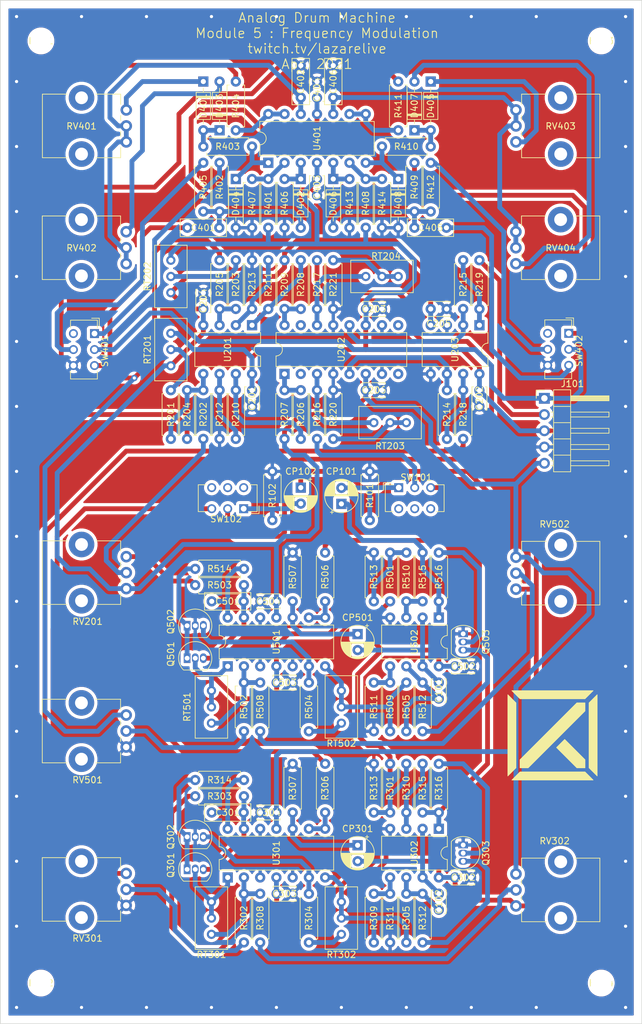
<source format=kicad_pcb>
(kicad_pcb (version 20171130) (host pcbnew "(5.1.5)-3")
  (layers (0 F.Cu signal) (31 B.Cu signal) (34 B.Paste user) (35 F.Paste user) (36 B.SilkS user) (37 F.SilkS user) (38 B.Mask user) (39 F.Mask user) (44 Edge.Cuts user))
  (net 0 "")
  (net 1 /VCO_Modulator/CONDO_2)
  (net 2 /VCO_Modulator/CONDO_1)
  (net 3 /VCO_Carrier/CONDO_2)
  (net 4 /VCO_Carrier/CONDO_1)
  (net 5 GNDA)
  (net 6 +12V)
  (net 7 -12V)
  (net 8 "Net-(C301-Pad2)")
  (net 9 "Net-(C401-Pad2)")
  (net 10 "Net-(C401-Pad1)")
  (net 11 "Net-(C402-Pad1)")
  (net 12 "Net-(C405-Pad2)")
  (net 13 "Net-(C405-Pad1)")
  (net 14 "Net-(C406-Pad1)")
  (net 15 "Net-(C501-Pad2)")
  (net 16 "Net-(CP301-Pad1)")
  (net 17 "Net-(CP501-Pad1)")
  (net 18 "Net-(D401-Pad2)")
  (net 19 "Net-(D401-Pad1)")
  (net 20 "Net-(D402-Pad1)")
  (net 21 "Net-(D403-Pad2)")
  (net 22 "Net-(D404-Pad1)")
  (net 23 "Net-(D405-Pad2)")
  (net 24 "Net-(D405-Pad1)")
  (net 25 "Net-(D406-Pad1)")
  (net 26 "Net-(D407-Pad2)")
  (net 27 "Net-(D408-Pad1)")
  (net 28 /VCA/VCAB_OUT)
  (net 29 /EG/TRIGGER_IN)
  (net 30 "Net-(Q301-Pad1)")
  (net 31 "Net-(Q301-Pad2)")
  (net 32 "Net-(Q302-Pad3)")
  (net 33 "Net-(Q303-Pad3)")
  (net 34 "Net-(Q303-Pad2)")
  (net 35 "Net-(Q501-Pad1)")
  (net 36 "Net-(Q501-Pad2)")
  (net 37 "Net-(Q502-Pad3)")
  (net 38 "Net-(Q503-Pad3)")
  (net 39 "Net-(Q503-Pad2)")
  (net 40 "Net-(R201-Pad2)")
  (net 41 "Net-(R201-Pad1)")
  (net 42 "Net-(R202-Pad2)")
  (net 43 "Net-(R203-Pad2)")
  (net 44 "Net-(R203-Pad1)")
  (net 45 /EG/EGA_OUT)
  (net 46 /EG/EGB_OUT)
  (net 47 "Net-(R206-Pad2)")
  (net 48 "Net-(R206-Pad1)")
  (net 49 "Net-(R208-Pad2)")
  (net 50 "Net-(R208-Pad1)")
  (net 51 "Net-(R210-Pad2)")
  (net 52 "Net-(R211-Pad2)")
  (net 53 "Net-(R214-Pad2)")
  (net 54 "Net-(R214-Pad1)")
  (net 55 "Net-(R215-Pad2)")
  (net 56 "Net-(R215-Pad1)")
  (net 57 /VCA/SIGA_IN)
  (net 58 "Net-(R216-Pad1)")
  (net 59 /VCA/SIGB_IN)
  (net 60 "Net-(R217-Pad1)")
  (net 61 /VCO_Carrier/MOD_IN)
  (net 62 "Net-(R220-Pad1)")
  (net 63 "Net-(R221-Pad1)")
  (net 64 "Net-(R301-Pad2)")
  (net 65 "Net-(R302-Pad2)")
  (net 66 "Net-(R302-Pad1)")
  (net 67 "Net-(R304-Pad1)")
  (net 68 "Net-(R305-Pad2)")
  (net 69 "Net-(R306-Pad2)")
  (net 70 "Net-(R308-Pad2)")
  (net 71 "Net-(R309-Pad1)")
  (net 72 "Net-(R310-Pad1)")
  (net 73 /VCO_Carrier/SQUARE_OUT)
  (net 74 "Net-(R401-Pad2)")
  (net 75 "Net-(R402-Pad2)")
  (net 76 "Net-(R404-Pad1)")
  (net 77 "Net-(R405-Pad2)")
  (net 78 "Net-(R408-Pad2)")
  (net 79 "Net-(R409-Pad2)")
  (net 80 "Net-(R411-Pad1)")
  (net 81 "Net-(R412-Pad2)")
  (net 82 "Net-(R501-Pad2)")
  (net 83 "Net-(R502-Pad2)")
  (net 84 "Net-(R502-Pad1)")
  (net 85 "Net-(R504-Pad1)")
  (net 86 "Net-(R505-Pad2)")
  (net 87 "Net-(R506-Pad2)")
  (net 88 "Net-(R508-Pad2)")
  (net 89 "Net-(R509-Pad1)")
  (net 90 "Net-(R510-Pad1)")
  (net 91 /VCO_Modulator/SQUARE_OUT)
  (net 92 "Net-(C301-Pad1)")
  (net 93 "Net-(C501-Pad1)")
  (net 94 /VCO_Carrier/TRIANGLE_OUT)
  (net 95 /VCO_Modulator/TRIANGLE_OUT)
  (net 96 "Net-(CP101-Pad2)")
  (net 97 "Net-(CP102-Pad2)")
  (module Lazare_Aesthetics:Lazare_Logo (layer F.Cu) (at 144.78 133.985)
    (fp_text reference REF** hide)
    (fp_text value Lazare_Logo)
  )
  (module Potentiometer_THT:Potentiometer_Bourns_PTV09A-1_Single_Vertical (layer F.Cu) (at 139.065 160.655)
    (fp_text reference RV302 (at 6.05 -10.15) (layer F.SilkS))
    (fp_text value 100k)
    (pad "" np_thru_hole circle (at 7 1.9) (size 4 4) (drill 2) (layers *.Cu *.Mask))
    (pad "" np_thru_hole circle (at 7 -6.9) (size 4 4) (drill 2) (layers *.Cu *.Mask))
    (pad 1 thru_hole circle (at 0 0) (size 1.8 1.8) (drill 1) (layers *.Cu *.Mask) (net 6 +12V))
    (pad 2 thru_hole circle (at 0 -2.5) (size 1.8 1.8) (drill 1) (layers *.Cu *.Mask) (net 70 "Net-(R308-Pad2)"))
    (pad 3 thru_hole circle (at 0 -5) (size 1.8 1.8) (drill 1) (layers *.Cu *.Mask) (net 7 -12V))
  )
  (module Potentiometer_THT:Potentiometer_Bourns_PTV09A-1_Single_Vertical (layer F.Cu) (at 139.065 111.125)
    (fp_text reference RV502 (at 6.05 -10.15) (layer F.SilkS))
    (fp_text value 100k)
    (pad "" np_thru_hole circle (at 7 1.9) (size 4 4) (drill 2) (layers *.Cu *.Mask))
    (pad "" np_thru_hole circle (at 7 -6.9) (size 4 4) (drill 2) (layers *.Cu *.Mask))
    (pad 1 thru_hole circle (at 0 0) (size 1.8 1.8) (drill 1) (layers *.Cu *.Mask) (net 6 +12V))
    (pad 2 thru_hole circle (at 0 -2.5) (size 1.8 1.8) (drill 1) (layers *.Cu *.Mask) (net 88 "Net-(R508-Pad2)"))
    (pad 3 thru_hole circle (at 0 -5) (size 1.8 1.8) (drill 1) (layers *.Cu *.Mask) (net 7 -12V))
  )
  (module Potentiometer_THT:Potentiometer_Bourns_PTV09A-1_Single_Vertical (layer F.Cu) (at 78.105 130.81 180)
    (fp_text reference RV501 (at 6.05 -10.15) (layer F.SilkS))
    (fp_text value 100k)
    (pad "" np_thru_hole circle (at 7 1.9 180) (size 4 4) (drill 2) (layers *.Cu *.Mask))
    (pad "" np_thru_hole circle (at 7 -6.9 180) (size 4 4) (drill 2) (layers *.Cu *.Mask))
    (pad 1 thru_hole circle (at 0 0 180) (size 1.8 1.8) (drill 1) (layers *.Cu *.Mask) (net 46 /EG/EGB_OUT))
    (pad 2 thru_hole circle (at 0 -2.5 180) (size 1.8 1.8) (drill 1) (layers *.Cu *.Mask) (net 83 "Net-(R502-Pad2)"))
    (pad 3 thru_hole circle (at 0 -5 180) (size 1.8 1.8) (drill 1) (layers *.Cu *.Mask) (net 5 GNDA))
  )
  (module Potentiometer_THT:Potentiometer_Bourns_PTV09A-1_Single_Vertical (layer F.Cu) (at 139.05 60.24)
    (fp_text reference RV404 (at 7 -2.455) (layer F.SilkS))
    (fp_text value 1M)
    (pad "" np_thru_hole circle (at 7 1.9) (size 4 4) (drill 2) (layers *.Cu *.Mask))
    (pad "" np_thru_hole circle (at 7 -6.9) (size 4 4) (drill 2) (layers *.Cu *.Mask))
    (pad 1 thru_hole circle (at 0 0) (size 1.8 1.8) (drill 1) (layers *.Cu *.Mask) (net 26 "Net-(D407-Pad2)"))
    (pad 2 thru_hole circle (at 0 -2.5) (size 1.8 1.8) (drill 1) (layers *.Cu *.Mask) (net 14 "Net-(C406-Pad1)"))
    (pad 3 thru_hole circle (at 0 -5) (size 1.8 1.8) (drill 1) (layers *.Cu *.Mask) (net 14 "Net-(C406-Pad1)"))
  )
  (module Potentiometer_THT:Potentiometer_Bourns_PTV09A-1_Single_Vertical (layer F.Cu) (at 139.065 41.19)
    (fp_text reference RV403 (at 6.985 -2.455) (layer F.SilkS))
    (fp_text value 1M)
    (pad "" np_thru_hole circle (at 7 1.9) (size 4 4) (drill 2) (layers *.Cu *.Mask))
    (pad "" np_thru_hole circle (at 7 -6.9) (size 4 4) (drill 2) (layers *.Cu *.Mask))
    (pad 1 thru_hole circle (at 0 0) (size 1.8 1.8) (drill 1) (layers *.Cu *.Mask) (net 24 "Net-(D405-Pad1)"))
    (pad 2 thru_hole circle (at 0 -2.5) (size 1.8 1.8) (drill 1) (layers *.Cu *.Mask) (net 14 "Net-(C406-Pad1)"))
    (pad 3 thru_hole circle (at 0 -5) (size 1.8 1.8) (drill 1) (layers *.Cu *.Mask) (net 14 "Net-(C406-Pad1)"))
  )
  (module Potentiometer_THT:Potentiometer_Bourns_PTV09A-1_Single_Vertical (layer F.Cu) (at 78.105 55.24 180)
    (fp_text reference RV402 (at 6.985 -2.545) (layer F.SilkS))
    (fp_text value 1M)
    (pad "" np_thru_hole circle (at 7 1.9 180) (size 4 4) (drill 2) (layers *.Cu *.Mask))
    (pad "" np_thru_hole circle (at 7 -6.9 180) (size 4 4) (drill 2) (layers *.Cu *.Mask))
    (pad 1 thru_hole circle (at 0 0 180) (size 1.8 1.8) (drill 1) (layers *.Cu *.Mask) (net 21 "Net-(D403-Pad2)"))
    (pad 2 thru_hole circle (at 0 -2.5 180) (size 1.8 1.8) (drill 1) (layers *.Cu *.Mask) (net 11 "Net-(C402-Pad1)"))
    (pad 3 thru_hole circle (at 0 -5 180) (size 1.8 1.8) (drill 1) (layers *.Cu *.Mask) (net 11 "Net-(C402-Pad1)"))
  )
  (module Potentiometer_THT:Potentiometer_Bourns_PTV09A-1_Single_Vertical (layer F.Cu) (at 78.12 36.19 180)
    (fp_text reference RV401 (at 7 -2.545) (layer F.SilkS))
    (fp_text value 1M)
    (pad "" np_thru_hole circle (at 7 1.9 180) (size 4 4) (drill 2) (layers *.Cu *.Mask))
    (pad "" np_thru_hole circle (at 7 -6.9 180) (size 4 4) (drill 2) (layers *.Cu *.Mask))
    (pad 1 thru_hole circle (at 0 0 180) (size 1.8 1.8) (drill 1) (layers *.Cu *.Mask) (net 19 "Net-(D401-Pad1)"))
    (pad 2 thru_hole circle (at 0 -2.5 180) (size 1.8 1.8) (drill 1) (layers *.Cu *.Mask) (net 11 "Net-(C402-Pad1)"))
    (pad 3 thru_hole circle (at 0 -5 180) (size 1.8 1.8) (drill 1) (layers *.Cu *.Mask) (net 11 "Net-(C402-Pad1)"))
  )
  (module Potentiometer_THT:Potentiometer_Bourns_PTV09A-1_Single_Vertical (layer F.Cu) (at 78.105 155.575 180)
    (fp_text reference RV301 (at 6.05 -10.15) (layer F.SilkS))
    (fp_text value 100k)
    (pad "" np_thru_hole circle (at 7 1.9 180) (size 4 4) (drill 2) (layers *.Cu *.Mask))
    (pad "" np_thru_hole circle (at 7 -6.9 180) (size 4 4) (drill 2) (layers *.Cu *.Mask))
    (pad 1 thru_hole circle (at 0 0 180) (size 1.8 1.8) (drill 1) (layers *.Cu *.Mask) (net 61 /VCO_Carrier/MOD_IN))
    (pad 2 thru_hole circle (at 0 -2.5 180) (size 1.8 1.8) (drill 1) (layers *.Cu *.Mask) (net 65 "Net-(R302-Pad2)"))
    (pad 3 thru_hole circle (at 0 -5 180) (size 1.8 1.8) (drill 1) (layers *.Cu *.Mask) (net 5 GNDA))
  )
  (module Potentiometer_THT:Potentiometer_Bourns_PTV09A-1_Single_Vertical (layer F.Cu) (at 78.12 106.04 180)
    (fp_text reference RV201 (at 6.05 -10.15) (layer F.SilkS))
    (fp_text value 100k)
    (pad "" np_thru_hole circle (at 7 1.9 180) (size 4 4) (drill 2) (layers *.Cu *.Mask))
    (pad "" np_thru_hole circle (at 7 -6.9 180) (size 4 4) (drill 2) (layers *.Cu *.Mask))
    (pad 1 thru_hole circle (at 0 0 180) (size 1.8 1.8) (drill 1) (layers *.Cu *.Mask) (net 6 +12V))
    (pad 2 thru_hole circle (at 0 -2.5 180) (size 1.8 1.8) (drill 1) (layers *.Cu *.Mask) (net 42 "Net-(R202-Pad2)"))
    (pad 3 thru_hole circle (at 0 -5 180) (size 1.8 1.8) (drill 1) (layers *.Cu *.Mask) (net 7 -12V))
  )
  (module Capacitor_THT:C_Rect_L7.0mm_W2.5mm_P5.00mm (layer F.Cu) (at 96.48 113.03 180)
    (fp_text reference C501 (at 2.5 0) (layer F.SilkS))
    (fp_text value 1n)
    (pad 2 thru_hole circle (at 5 0 180) (size 1.6 1.6) (drill 0.8) (layers *.Cu *.Mask) (net 15 "Net-(C501-Pad2)"))
    (pad 1 thru_hole circle (at 0 0 180) (size 1.6 1.6) (drill 0.8) (layers *.Cu *.Mask) (net 93 "Net-(C501-Pad1)"))
  )
  (module Capacitor_THT:C_Rect_L7.0mm_W2.5mm_P5.00mm (layer F.Cu) (at 110.49 34.25 90)
    (fp_text reference C406 (at 2.5 0 90) (layer F.SilkS))
    (fp_text value 1µ)
    (pad 2 thru_hole circle (at 5 0 90) (size 1.6 1.6) (drill 0.8) (layers *.Cu *.Mask) (net 5 GNDA))
    (pad 1 thru_hole circle (at 0 0 90) (size 1.6 1.6) (drill 0.8) (layers *.Cu *.Mask) (net 14 "Net-(C406-Pad1)"))
  )
  (module Capacitor_THT:C_Rect_L7.0mm_W2.5mm_P5.00mm (layer F.Cu) (at 123.19 54.61)
    (fp_text reference C405 (at 2.54 0) (layer F.SilkS))
    (fp_text value 100n)
    (pad 2 thru_hole circle (at 5 0) (size 1.6 1.6) (drill 0.8) (layers *.Cu *.Mask) (net 12 "Net-(C405-Pad2)"))
    (pad 1 thru_hole circle (at 0 0) (size 1.6 1.6) (drill 0.8) (layers *.Cu *.Mask) (net 13 "Net-(C405-Pad1)"))
  )
  (module Capacitor_THT:C_Rect_L7.0mm_W2.5mm_P5.00mm (layer F.Cu) (at 105.41 34.25 90)
    (fp_text reference C402 (at 2.5 0 90) (layer F.SilkS))
    (fp_text value 1µ)
    (pad 2 thru_hole circle (at 5 0 90) (size 1.6 1.6) (drill 0.8) (layers *.Cu *.Mask) (net 5 GNDA))
    (pad 1 thru_hole circle (at 0 0 90) (size 1.6 1.6) (drill 0.8) (layers *.Cu *.Mask) (net 11 "Net-(C402-Pad1)"))
  )
  (module Capacitor_THT:C_Rect_L7.0mm_W2.5mm_P5.00mm (layer F.Cu) (at 92.67 54.61 180)
    (fp_text reference C401 (at 2.5 0) (layer F.SilkS))
    (fp_text value 100n)
    (pad 2 thru_hole circle (at 5 0 180) (size 1.6 1.6) (drill 0.8) (layers *.Cu *.Mask) (net 9 "Net-(C401-Pad2)"))
    (pad 1 thru_hole circle (at 0 0 180) (size 1.6 1.6) (drill 0.8) (layers *.Cu *.Mask) (net 10 "Net-(C401-Pad1)"))
  )
  (module Capacitor_THT:C_Rect_L7.0mm_W2.5mm_P5.00mm (layer F.Cu) (at 96.48 146.05 180)
    (fp_text reference C301 (at 2.5 0) (layer F.SilkS))
    (fp_text value 1n)
    (pad 2 thru_hole circle (at 5 0 180) (size 1.6 1.6) (drill 0.8) (layers *.Cu *.Mask) (net 8 "Net-(C301-Pad2)"))
    (pad 1 thru_hole circle (at 0 0 180) (size 1.6 1.6) (drill 0.8) (layers *.Cu *.Mask) (net 92 "Net-(C301-Pad1)"))
  )
  (module Capacitor_THT:CP_Radial_D5.0mm_P2.50mm (layer F.Cu) (at 105.41 95.25 270)
    (fp_text reference CP102 (at -2.54 0 180) (layer F.SilkS))
    (fp_text value 47µ)
    (pad 2 thru_hole circle (at 2.5 0 270) (size 1.6 1.6) (drill 0.8) (layers *.Cu *.Mask) (net 97 "Net-(CP102-Pad2)"))
    (pad 1 thru_hole rect (at 0 0 270) (size 1.6 1.6) (drill 0.8) (layers *.Cu *.Mask) (net 73 /VCO_Carrier/SQUARE_OUT))
  )
  (module Capacitor_THT:CP_Radial_D5.0mm_P2.50mm (layer F.Cu) (at 111.76 97.79 90)
    (fp_text reference CP101 (at 5.08 0 180) (layer F.SilkS))
    (fp_text value 47µ)
    (pad 2 thru_hole circle (at 2.5 0 90) (size 1.6 1.6) (drill 0.8) (layers *.Cu *.Mask) (net 96 "Net-(CP101-Pad2)"))
    (pad 1 thru_hole rect (at 0 0 90) (size 1.6 1.6) (drill 0.8) (layers *.Cu *.Mask) (net 91 /VCO_Modulator/SQUARE_OUT))
  )
  (module Button_Switch_THT:SW_CuK_JS202011CQN_DPDT_Straight (layer F.Cu) (at 96.48 98.55 180)
    (fp_text reference SW102 (at 2.75 -1.6) (layer F.SilkS))
    (fp_text value SW_SPDT)
    (pad 6 thru_hole circle (at 5 3.3 180) (size 1.4 1.4) (drill 0.9) (layers *.Cu *.Mask))
    (pad 5 thru_hole circle (at 2.5 3.3 180) (size 1.4 1.4) (drill 0.9) (layers *.Cu *.Mask))
    (pad 4 thru_hole circle (at 0 3.3 180) (size 1.4 1.4) (drill 0.9) (layers *.Cu *.Mask))
    (pad 3 thru_hole circle (at 5 0 180) (size 1.4 1.4) (drill 0.9) (layers *.Cu *.Mask) (net 94 /VCO_Carrier/TRIANGLE_OUT))
    (pad 2 thru_hole circle (at 2.5 0 180) (size 1.4 1.4) (drill 0.9) (layers *.Cu *.Mask) (net 59 /VCA/SIGB_IN))
    (pad 1 thru_hole rect (at 0 0 180) (size 1.4 1.4) (drill 0.9) (layers *.Cu *.Mask) (net 97 "Net-(CP102-Pad2)"))
  )
  (module Button_Switch_THT:SW_CuK_JS202011CQN_DPDT_Straight (layer F.Cu) (at 120.73 95.25)
    (fp_text reference SW101 (at 2.75 -1.6) (layer F.SilkS))
    (fp_text value SW_SPDT)
    (pad 6 thru_hole circle (at 5 3.3) (size 1.4 1.4) (drill 0.9) (layers *.Cu *.Mask))
    (pad 5 thru_hole circle (at 2.5 3.3) (size 1.4 1.4) (drill 0.9) (layers *.Cu *.Mask))
    (pad 4 thru_hole circle (at 0 3.3) (size 1.4 1.4) (drill 0.9) (layers *.Cu *.Mask))
    (pad 3 thru_hole circle (at 5 0) (size 1.4 1.4) (drill 0.9) (layers *.Cu *.Mask) (net 95 /VCO_Modulator/TRIANGLE_OUT))
    (pad 2 thru_hole circle (at 2.5 0) (size 1.4 1.4) (drill 0.9) (layers *.Cu *.Mask) (net 57 /VCA/SIGA_IN))
    (pad 1 thru_hole rect (at 0 0) (size 1.4 1.4) (drill 0.9) (layers *.Cu *.Mask) (net 96 "Net-(CP101-Pad2)"))
  )
  (module Resistor_THT:R_Axial_DIN0207_L6.3mm_D2.5mm_P7.62mm_Horizontal (layer F.Cu) (at 100.965 100.33 90)
    (fp_text reference R102 (at 3.81 0 90) (layer F.SilkS))
    (fp_text value 100k)
    (pad 2 thru_hole oval (at 7.62 0 90) (size 1.6 1.6) (drill 0.8) (layers *.Cu *.Mask) (net 5 GNDA))
    (pad 1 thru_hole circle (at 0 0 90) (size 1.6 1.6) (drill 0.8) (layers *.Cu *.Mask) (net 97 "Net-(CP102-Pad2)"))
  )
  (module Resistor_THT:R_Axial_DIN0207_L6.3mm_D2.5mm_P7.62mm_Horizontal (layer F.Cu) (at 116.205 100.33 90)
    (fp_text reference R101 (at 3.81 0 90) (layer F.SilkS))
    (fp_text value 100k)
    (pad 2 thru_hole oval (at 7.62 0 90) (size 1.6 1.6) (drill 0.8) (layers *.Cu *.Mask) (net 5 GNDA))
    (pad 1 thru_hole circle (at 0 0 90) (size 1.6 1.6) (drill 0.8) (layers *.Cu *.Mask) (net 96 "Net-(CP101-Pad2)"))
  )
  (module MountingHole:MountingHole_3.2mm_M3 (layer F.Cu) (at 152.4 172.72)
    (fp_text reference H104 (at 0 0) (layer F.SilkS))
    (fp_text value MountingHole)
    (pad 1 np_thru_hole circle (at 0 0) (size 3.2 3.2) (drill 3.2) (layers *.Cu *.Mask))
  )
  (module MountingHole:MountingHole_3.2mm_M3 (layer F.Cu) (at 152.4 25.4)
    (fp_text reference H103 (at 0 0) (layer F.SilkS))
    (fp_text value MountingHole)
    (pad 1 np_thru_hole circle (at 0 0) (size 3.2 3.2) (drill 3.2) (layers *.Cu *.Mask))
  )
  (module MountingHole:MountingHole_3.2mm_M3 (layer F.Cu) (at 64.77 172.72)
    (fp_text reference H102 (at 0 0) (layer F.SilkS))
    (fp_text value MountingHole)
    (pad 1 np_thru_hole circle (at 0 0) (size 3.2 3.2) (drill 3.2) (layers *.Cu *.Mask))
  )
  (module MountingHole:MountingHole_3.2mm_M3 (layer F.Cu) (at 64.77 25.4)
    (fp_text reference H101 (at 0 0) (layer F.SilkS))
    (fp_text value MountingHole)
    (pad 1 np_thru_hole circle (at 0 0) (size 3.2 3.2) (drill 3.2) (layers *.Cu *.Mask))
  )
  (module Package_DIP:DIP-8_W7.62mm (layer F.Cu) (at 127 115.57 270)
    (fp_text reference U502 (at 3.81 3.81 90) (layer F.SilkS))
    (fp_text value LM358)
    (pad 8 thru_hole oval (at 7.62 0 270) (size 1.6 1.6) (drill 0.8) (layers *.Cu *.Mask) (net 6 +12V))
    (pad 4 thru_hole oval (at 0 7.62 270) (size 1.6 1.6) (drill 0.8) (layers *.Cu *.Mask) (net 5 GNDA))
    (pad 7 thru_hole oval (at 7.62 2.54 270) (size 1.6 1.6) (drill 0.8) (layers *.Cu *.Mask) (net 1 /VCO_Modulator/CONDO_2))
    (pad 3 thru_hole oval (at 0 5.08 270) (size 1.6 1.6) (drill 0.8) (layers *.Cu *.Mask) (net 90 "Net-(R510-Pad1)"))
    (pad 6 thru_hole oval (at 7.62 5.08 270) (size 1.6 1.6) (drill 0.8) (layers *.Cu *.Mask) (net 2 /VCO_Modulator/CONDO_1))
    (pad 2 thru_hole oval (at 0 2.54 270) (size 1.6 1.6) (drill 0.8) (layers *.Cu *.Mask) (net 1 /VCO_Modulator/CONDO_2))
    (pad 5 thru_hole oval (at 7.62 7.62 270) (size 1.6 1.6) (drill 0.8) (layers *.Cu *.Mask) (net 89 "Net-(R509-Pad1)"))
    (pad 1 thru_hole rect (at 0 0 270) (size 1.6 1.6) (drill 0.8) (layers *.Cu *.Mask) (net 91 /VCO_Modulator/SQUARE_OUT))
  )
  (module Package_DIP:DIP-14_W7.62mm (layer F.Cu) (at 93.98 123.19 90)
    (fp_text reference U501 (at 3.81 7.62 90) (layer F.SilkS))
    (fp_text value TL074)
    (pad 14 thru_hole oval (at 7.62 0 90) (size 1.6 1.6) (drill 0.8) (layers *.Cu *.Mask) (net 15 "Net-(C501-Pad2)"))
    (pad 7 thru_hole oval (at 0 15.24 90) (size 1.6 1.6) (drill 0.8) (layers *.Cu *.Mask) (net 86 "Net-(R505-Pad2)"))
    (pad 13 thru_hole oval (at 7.62 2.54 90) (size 1.6 1.6) (drill 0.8) (layers *.Cu *.Mask) (net 93 "Net-(C501-Pad1)"))
    (pad 6 thru_hole oval (at 0 12.7 90) (size 1.6 1.6) (drill 0.8) (layers *.Cu *.Mask) (net 37 "Net-(Q502-Pad3)"))
    (pad 12 thru_hole oval (at 7.62 5.08 90) (size 1.6 1.6) (drill 0.8) (layers *.Cu *.Mask) (net 5 GNDA))
    (pad 5 thru_hole oval (at 0 10.16 90) (size 1.6 1.6) (drill 0.8) (layers *.Cu *.Mask) (net 5 GNDA))
    (pad 11 thru_hole oval (at 7.62 7.62 90) (size 1.6 1.6) (drill 0.8) (layers *.Cu *.Mask) (net 7 -12V))
    (pad 4 thru_hole oval (at 0 7.62 90) (size 1.6 1.6) (drill 0.8) (layers *.Cu *.Mask) (net 6 +12V))
    (pad 10 thru_hole oval (at 7.62 10.16 90) (size 1.6 1.6) (drill 0.8) (layers *.Cu *.Mask) (net 17 "Net-(CP501-Pad1)"))
    (pad 3 thru_hole oval (at 0 5.08 90) (size 1.6 1.6) (drill 0.8) (layers *.Cu *.Mask) (net 5 GNDA))
    (pad 9 thru_hole oval (at 7.62 12.7 90) (size 1.6 1.6) (drill 0.8) (layers *.Cu *.Mask) (net 87 "Net-(R506-Pad2)"))
    (pad 2 thru_hole oval (at 0 2.54 90) (size 1.6 1.6) (drill 0.8) (layers *.Cu *.Mask) (net 84 "Net-(R502-Pad1)"))
    (pad 8 thru_hole oval (at 7.62 15.24 90) (size 1.6 1.6) (drill 0.8) (layers *.Cu *.Mask) (net 87 "Net-(R506-Pad2)"))
    (pad 1 thru_hole rect (at 0 0 90) (size 1.6 1.6) (drill 0.8) (layers *.Cu *.Mask) (net 36 "Net-(Q501-Pad2)"))
  )
  (module Package_DIP:DIP-14_W7.62mm (layer F.Cu) (at 100.33 44.45 90)
    (fp_text reference U401 (at 3.81 7.62 90) (layer F.SilkS))
    (fp_text value TL074)
    (pad 14 thru_hole oval (at 7.62 0 90) (size 1.6 1.6) (drill 0.8) (layers *.Cu *.Mask) (net 76 "Net-(R404-Pad1)"))
    (pad 7 thru_hole oval (at 0 15.24 90) (size 1.6 1.6) (drill 0.8) (layers *.Cu *.Mask) (net 27 "Net-(D408-Pad1)"))
    (pad 13 thru_hole oval (at 7.62 2.54 90) (size 1.6 1.6) (drill 0.8) (layers *.Cu *.Mask) (net 76 "Net-(R404-Pad1)"))
    (pad 6 thru_hole oval (at 0 12.7 90) (size 1.6 1.6) (drill 0.8) (layers *.Cu *.Mask) (net 78 "Net-(R408-Pad2)"))
    (pad 12 thru_hole oval (at 7.62 5.08 90) (size 1.6 1.6) (drill 0.8) (layers *.Cu *.Mask) (net 11 "Net-(C402-Pad1)"))
    (pad 5 thru_hole oval (at 0 10.16 90) (size 1.6 1.6) (drill 0.8) (layers *.Cu *.Mask) (net 25 "Net-(D406-Pad1)"))
    (pad 11 thru_hole oval (at 7.62 7.62 90) (size 1.6 1.6) (drill 0.8) (layers *.Cu *.Mask) (net 7 -12V))
    (pad 4 thru_hole oval (at 0 7.62 90) (size 1.6 1.6) (drill 0.8) (layers *.Cu *.Mask) (net 6 +12V))
    (pad 10 thru_hole oval (at 7.62 10.16 90) (size 1.6 1.6) (drill 0.8) (layers *.Cu *.Mask) (net 14 "Net-(C406-Pad1)"))
    (pad 3 thru_hole oval (at 0 5.08 90) (size 1.6 1.6) (drill 0.8) (layers *.Cu *.Mask) (net 20 "Net-(D402-Pad1)"))
    (pad 9 thru_hole oval (at 7.62 12.7 90) (size 1.6 1.6) (drill 0.8) (layers *.Cu *.Mask) (net 80 "Net-(R411-Pad1)"))
    (pad 2 thru_hole oval (at 0 2.54 90) (size 1.6 1.6) (drill 0.8) (layers *.Cu *.Mask) (net 74 "Net-(R401-Pad2)"))
    (pad 8 thru_hole oval (at 7.62 15.24 90) (size 1.6 1.6) (drill 0.8) (layers *.Cu *.Mask) (net 80 "Net-(R411-Pad1)"))
    (pad 1 thru_hole rect (at 0 0 90) (size 1.6 1.6) (drill 0.8) (layers *.Cu *.Mask) (net 22 "Net-(D404-Pad1)"))
  )
  (module Package_DIP:DIP-8_W7.62mm (layer F.Cu) (at 127 148.59 270)
    (fp_text reference U302 (at 3.81 3.81 90) (layer F.SilkS))
    (fp_text value LM358)
    (pad 8 thru_hole oval (at 7.62 0 270) (size 1.6 1.6) (drill 0.8) (layers *.Cu *.Mask) (net 6 +12V))
    (pad 4 thru_hole oval (at 0 7.62 270) (size 1.6 1.6) (drill 0.8) (layers *.Cu *.Mask) (net 5 GNDA))
    (pad 7 thru_hole oval (at 7.62 2.54 270) (size 1.6 1.6) (drill 0.8) (layers *.Cu *.Mask) (net 3 /VCO_Carrier/CONDO_2))
    (pad 3 thru_hole oval (at 0 5.08 270) (size 1.6 1.6) (drill 0.8) (layers *.Cu *.Mask) (net 72 "Net-(R310-Pad1)"))
    (pad 6 thru_hole oval (at 7.62 5.08 270) (size 1.6 1.6) (drill 0.8) (layers *.Cu *.Mask) (net 4 /VCO_Carrier/CONDO_1))
    (pad 2 thru_hole oval (at 0 2.54 270) (size 1.6 1.6) (drill 0.8) (layers *.Cu *.Mask) (net 3 /VCO_Carrier/CONDO_2))
    (pad 5 thru_hole oval (at 7.62 7.62 270) (size 1.6 1.6) (drill 0.8) (layers *.Cu *.Mask) (net 71 "Net-(R309-Pad1)"))
    (pad 1 thru_hole rect (at 0 0 270) (size 1.6 1.6) (drill 0.8) (layers *.Cu *.Mask) (net 73 /VCO_Carrier/SQUARE_OUT))
  )
  (module Package_DIP:DIP-14_W7.62mm (layer F.Cu) (at 93.98 156.21 90)
    (fp_text reference U301 (at 3.81 7.62 90) (layer F.SilkS))
    (fp_text value TL074)
    (pad 14 thru_hole oval (at 7.62 0 90) (size 1.6 1.6) (drill 0.8) (layers *.Cu *.Mask) (net 8 "Net-(C301-Pad2)"))
    (pad 7 thru_hole oval (at 0 15.24 90) (size 1.6 1.6) (drill 0.8) (layers *.Cu *.Mask) (net 68 "Net-(R305-Pad2)"))
    (pad 13 thru_hole oval (at 7.62 2.54 90) (size 1.6 1.6) (drill 0.8) (layers *.Cu *.Mask) (net 92 "Net-(C301-Pad1)"))
    (pad 6 thru_hole oval (at 0 12.7 90) (size 1.6 1.6) (drill 0.8) (layers *.Cu *.Mask) (net 32 "Net-(Q302-Pad3)"))
    (pad 12 thru_hole oval (at 7.62 5.08 90) (size 1.6 1.6) (drill 0.8) (layers *.Cu *.Mask) (net 5 GNDA))
    (pad 5 thru_hole oval (at 0 10.16 90) (size 1.6 1.6) (drill 0.8) (layers *.Cu *.Mask) (net 5 GNDA))
    (pad 11 thru_hole oval (at 7.62 7.62 90) (size 1.6 1.6) (drill 0.8) (layers *.Cu *.Mask) (net 7 -12V))
    (pad 4 thru_hole oval (at 0 7.62 90) (size 1.6 1.6) (drill 0.8) (layers *.Cu *.Mask) (net 6 +12V))
    (pad 10 thru_hole oval (at 7.62 10.16 90) (size 1.6 1.6) (drill 0.8) (layers *.Cu *.Mask) (net 16 "Net-(CP301-Pad1)"))
    (pad 3 thru_hole oval (at 0 5.08 90) (size 1.6 1.6) (drill 0.8) (layers *.Cu *.Mask) (net 5 GNDA))
    (pad 9 thru_hole oval (at 7.62 12.7 90) (size 1.6 1.6) (drill 0.8) (layers *.Cu *.Mask) (net 69 "Net-(R306-Pad2)"))
    (pad 2 thru_hole oval (at 0 2.54 90) (size 1.6 1.6) (drill 0.8) (layers *.Cu *.Mask) (net 66 "Net-(R302-Pad1)"))
    (pad 8 thru_hole oval (at 7.62 15.24 90) (size 1.6 1.6) (drill 0.8) (layers *.Cu *.Mask) (net 69 "Net-(R306-Pad2)"))
    (pad 1 thru_hole rect (at 0 0 90) (size 1.6 1.6) (drill 0.8) (layers *.Cu *.Mask) (net 31 "Net-(Q301-Pad2)"))
  )
  (module Package_DIP:DIP-8_W7.62mm (layer F.Cu) (at 133.35 69.85 270)
    (fp_text reference U203 (at 3.81 3.81 90) (layer F.SilkS))
    (fp_text value NE5532)
    (pad 8 thru_hole oval (at 7.62 0 270) (size 1.6 1.6) (drill 0.8) (layers *.Cu *.Mask) (net 6 +12V))
    (pad 4 thru_hole oval (at 0 7.62 270) (size 1.6 1.6) (drill 0.8) (layers *.Cu *.Mask) (net 7 -12V))
    (pad 7 thru_hole oval (at 7.62 2.54 270) (size 1.6 1.6) (drill 0.8) (layers *.Cu *.Mask) (net 54 "Net-(R214-Pad1)"))
    (pad 3 thru_hole oval (at 0 5.08 270) (size 1.6 1.6) (drill 0.8) (layers *.Cu *.Mask) (net 5 GNDA))
    (pad 6 thru_hole oval (at 7.62 5.08 270) (size 1.6 1.6) (drill 0.8) (layers *.Cu *.Mask) (net 53 "Net-(R214-Pad2)"))
    (pad 2 thru_hole oval (at 0 2.54 270) (size 1.6 1.6) (drill 0.8) (layers *.Cu *.Mask) (net 55 "Net-(R215-Pad2)"))
    (pad 5 thru_hole oval (at 7.62 7.62 270) (size 1.6 1.6) (drill 0.8) (layers *.Cu *.Mask) (net 5 GNDA))
    (pad 1 thru_hole rect (at 0 0 270) (size 1.6 1.6) (drill 0.8) (layers *.Cu *.Mask) (net 56 "Net-(R215-Pad1)"))
  )
  (module Package_DIP:DIP-16_W7.62mm (layer F.Cu) (at 102.87 77.47 90)
    (fp_text reference U202 (at 3.81 8.89 90) (layer F.SilkS))
    (fp_text value LM13700)
    (pad 16 thru_hole oval (at 7.62 0 90) (size 1.6 1.6) (drill 0.8) (layers *.Cu *.Mask) (net 50 "Net-(R208-Pad1)"))
    (pad 8 thru_hole oval (at 0 17.78 90) (size 1.6 1.6) (drill 0.8) (layers *.Cu *.Mask))
    (pad 15 thru_hole oval (at 7.62 2.54 90) (size 1.6 1.6) (drill 0.8) (layers *.Cu *.Mask))
    (pad 7 thru_hole oval (at 0 15.24 90) (size 1.6 1.6) (drill 0.8) (layers *.Cu *.Mask) (net 5 GNDA))
    (pad 14 thru_hole oval (at 7.62 5.08 90) (size 1.6 1.6) (drill 0.8) (layers *.Cu *.Mask) (net 60 "Net-(R217-Pad1)"))
    (pad 6 thru_hole oval (at 0 12.7 90) (size 1.6 1.6) (drill 0.8) (layers *.Cu *.Mask) (net 7 -12V))
    (pad 13 thru_hole oval (at 7.62 7.62 90) (size 1.6 1.6) (drill 0.8) (layers *.Cu *.Mask) (net 5 GNDA))
    (pad 5 thru_hole oval (at 0 10.16 90) (size 1.6 1.6) (drill 0.8) (layers *.Cu *.Mask) (net 53 "Net-(R214-Pad2)"))
    (pad 12 thru_hole oval (at 7.62 10.16 90) (size 1.6 1.6) (drill 0.8) (layers *.Cu *.Mask) (net 55 "Net-(R215-Pad2)"))
    (pad 4 thru_hole oval (at 0 7.62 90) (size 1.6 1.6) (drill 0.8) (layers *.Cu *.Mask) (net 5 GNDA))
    (pad 11 thru_hole oval (at 7.62 12.7 90) (size 1.6 1.6) (drill 0.8) (layers *.Cu *.Mask) (net 6 +12V))
    (pad 3 thru_hole oval (at 0 5.08 90) (size 1.6 1.6) (drill 0.8) (layers *.Cu *.Mask) (net 58 "Net-(R216-Pad1)"))
    (pad 10 thru_hole oval (at 7.62 15.24 90) (size 1.6 1.6) (drill 0.8) (layers *.Cu *.Mask) (net 5 GNDA))
    (pad 2 thru_hole oval (at 0 2.54 90) (size 1.6 1.6) (drill 0.8) (layers *.Cu *.Mask))
    (pad 9 thru_hole oval (at 7.62 17.78 90) (size 1.6 1.6) (drill 0.8) (layers *.Cu *.Mask))
    (pad 1 thru_hole rect (at 0 0 90) (size 1.6 1.6) (drill 0.8) (layers *.Cu *.Mask) (net 48 "Net-(R206-Pad1)"))
  )
  (module Package_DIP:DIP-8_W7.62mm (layer F.Cu) (at 97.79 69.85 270)
    (fp_text reference U201 (at 3.81 3.81 90) (layer F.SilkS))
    (fp_text value NE5532)
    (pad 8 thru_hole oval (at 7.62 0 270) (size 1.6 1.6) (drill 0.8) (layers *.Cu *.Mask) (net 6 +12V))
    (pad 4 thru_hole oval (at 0 7.62 270) (size 1.6 1.6) (drill 0.8) (layers *.Cu *.Mask) (net 7 -12V))
    (pad 7 thru_hole oval (at 7.62 2.54 270) (size 1.6 1.6) (drill 0.8) (layers *.Cu *.Mask) (net 47 "Net-(R206-Pad2)"))
    (pad 3 thru_hole oval (at 0 5.08 270) (size 1.6 1.6) (drill 0.8) (layers *.Cu *.Mask) (net 44 "Net-(R203-Pad1)"))
    (pad 6 thru_hole oval (at 7.62 5.08 270) (size 1.6 1.6) (drill 0.8) (layers *.Cu *.Mask) (net 51 "Net-(R210-Pad2)"))
    (pad 2 thru_hole oval (at 0 2.54 270) (size 1.6 1.6) (drill 0.8) (layers *.Cu *.Mask) (net 52 "Net-(R211-Pad2)"))
    (pad 5 thru_hole oval (at 7.62 7.62 270) (size 1.6 1.6) (drill 0.8) (layers *.Cu *.Mask) (net 41 "Net-(R201-Pad1)"))
    (pad 1 thru_hole rect (at 0 0 270) (size 1.6 1.6) (drill 0.8) (layers *.Cu *.Mask) (net 49 "Net-(R208-Pad2)"))
  )
  (module Button_Switch_THT:SW_CuK_JS202011CQN_DPDT_Straight (layer F.Cu) (at 147.32 71.12 270)
    (fp_text reference SW402 (at 2.75 -1.6 90) (layer F.SilkS))
    (fp_text value SW_DPDT_x2)
    (pad 6 thru_hole circle (at 5 3.3 270) (size 1.4 1.4) (drill 0.9) (layers *.Cu *.Mask) (net 5 GNDA))
    (pad 5 thru_hole circle (at 2.5 3.3 270) (size 1.4 1.4) (drill 0.9) (layers *.Cu *.Mask) (net 81 "Net-(R412-Pad2)"))
    (pad 4 thru_hole circle (at 0 3.3 270) (size 1.4 1.4) (drill 0.9) (layers *.Cu *.Mask))
    (pad 3 thru_hole circle (at 5 0 270) (size 1.4 1.4) (drill 0.9) (layers *.Cu *.Mask) (net 12 "Net-(C405-Pad2)"))
    (pad 2 thru_hole circle (at 2.5 0 270) (size 1.4 1.4) (drill 0.9) (layers *.Cu *.Mask) (net 29 /EG/TRIGGER_IN))
    (pad 1 thru_hole rect (at 0 0 270) (size 1.4 1.4) (drill 0.9) (layers *.Cu *.Mask) (net 79 "Net-(R409-Pad2)"))
  )
  (module Button_Switch_THT:SW_CuK_JS202011CQN_DPDT_Straight (layer F.Cu) (at 73.15 71.16 270)
    (fp_text reference SW401 (at 2.75 -1.6 90) (layer F.SilkS))
    (fp_text value SW_DPDT_x2)
    (pad 6 thru_hole circle (at 5 3.3 270) (size 1.4 1.4) (drill 0.9) (layers *.Cu *.Mask) (net 5 GNDA))
    (pad 5 thru_hole circle (at 2.5 3.3 270) (size 1.4 1.4) (drill 0.9) (layers *.Cu *.Mask) (net 77 "Net-(R405-Pad2)"))
    (pad 4 thru_hole circle (at 0 3.3 270) (size 1.4 1.4) (drill 0.9) (layers *.Cu *.Mask))
    (pad 3 thru_hole circle (at 5 0 270) (size 1.4 1.4) (drill 0.9) (layers *.Cu *.Mask) (net 9 "Net-(C401-Pad2)"))
    (pad 2 thru_hole circle (at 2.5 0 270) (size 1.4 1.4) (drill 0.9) (layers *.Cu *.Mask) (net 29 /EG/TRIGGER_IN))
    (pad 1 thru_hole rect (at 0 0 270) (size 1.4 1.4) (drill 0.9) (layers *.Cu *.Mask) (net 75 "Net-(R402-Pad2)"))
  )
  (module Potentiometer_THT:Potentiometer_Bourns_3296W_Vertical (layer F.Cu) (at 111.76 132.08 270)
    (fp_text reference RT502 (at 3.175 0 180) (layer F.SilkS))
    (fp_text value 10k)
    (pad 3 thru_hole circle (at -5.08 0 270) (size 1.44 1.44) (drill 0.8) (layers *.Cu *.Mask) (net 86 "Net-(R505-Pad2)"))
    (pad 2 thru_hole circle (at -2.54 0 270) (size 1.44 1.44) (drill 0.8) (layers *.Cu *.Mask) (net 86 "Net-(R505-Pad2)"))
    (pad 1 thru_hole circle (at 0 0 270) (size 1.44 1.44) (drill 0.8) (layers *.Cu *.Mask) (net 85 "Net-(R504-Pad1)"))
  )
  (module Potentiometer_THT:Potentiometer_Bourns_3296W_Vertical (layer F.Cu) (at 91.44 132.08 270)
    (fp_text reference RT501 (at -2.54 3.81 90) (layer F.SilkS))
    (fp_text value 10klin)
    (pad 3 thru_hole circle (at -5.08 0 270) (size 1.44 1.44) (drill 0.8) (layers *.Cu *.Mask) (net 36 "Net-(Q501-Pad2)"))
    (pad 2 thru_hole circle (at -2.54 0 270) (size 1.44 1.44) (drill 0.8) (layers *.Cu *.Mask) (net 36 "Net-(Q501-Pad2)"))
    (pad 1 thru_hole circle (at 0 0 270) (size 1.44 1.44) (drill 0.8) (layers *.Cu *.Mask) (net 84 "Net-(R502-Pad1)"))
  )
  (module Potentiometer_THT:Potentiometer_Bourns_3296W_Vertical (layer F.Cu) (at 111.76 165.1 270)
    (fp_text reference RT302 (at 3.175 0 180) (layer F.SilkS))
    (fp_text value 10k)
    (pad 3 thru_hole circle (at -5.08 0 270) (size 1.44 1.44) (drill 0.8) (layers *.Cu *.Mask) (net 68 "Net-(R305-Pad2)"))
    (pad 2 thru_hole circle (at -2.54 0 270) (size 1.44 1.44) (drill 0.8) (layers *.Cu *.Mask) (net 68 "Net-(R305-Pad2)"))
    (pad 1 thru_hole circle (at 0 0 270) (size 1.44 1.44) (drill 0.8) (layers *.Cu *.Mask) (net 67 "Net-(R304-Pad1)"))
  )
  (module Potentiometer_THT:Potentiometer_Bourns_3296W_Vertical (layer F.Cu) (at 91.44 165.1 270)
    (fp_text reference RT301 (at 3.175 0 180) (layer F.SilkS))
    (fp_text value 10klin)
    (pad 3 thru_hole circle (at -5.08 0 270) (size 1.44 1.44) (drill 0.8) (layers *.Cu *.Mask) (net 31 "Net-(Q301-Pad2)"))
    (pad 2 thru_hole circle (at -2.54 0 270) (size 1.44 1.44) (drill 0.8) (layers *.Cu *.Mask) (net 31 "Net-(Q301-Pad2)"))
    (pad 1 thru_hole circle (at 0 0 270) (size 1.44 1.44) (drill 0.8) (layers *.Cu *.Mask) (net 66 "Net-(R302-Pad1)"))
  )
  (module Potentiometer_THT:Potentiometer_Bourns_3296W_Vertical (layer F.Cu) (at 115.57 62.23 180)
    (fp_text reference RT204 (at -3.175 3.175) (layer F.SilkS))
    (fp_text value 2k)
    (pad 3 thru_hole circle (at -5.08 0 180) (size 1.44 1.44) (drill 0.8) (layers *.Cu *.Mask) (net 63 "Net-(R221-Pad1)"))
    (pad 2 thru_hole circle (at -2.54 0 180) (size 1.44 1.44) (drill 0.8) (layers *.Cu *.Mask) (net 63 "Net-(R221-Pad1)"))
    (pad 1 thru_hole circle (at 0 0 180) (size 1.44 1.44) (drill 0.8) (layers *.Cu *.Mask) (net 60 "Net-(R217-Pad1)"))
  )
  (module Potentiometer_THT:Potentiometer_Bourns_3296W_Vertical (layer F.Cu) (at 116.84 85.09 180)
    (fp_text reference RT203 (at -2.54 -3.66) (layer F.SilkS))
    (fp_text value 2k)
    (pad 3 thru_hole circle (at -5.08 0 180) (size 1.44 1.44) (drill 0.8) (layers *.Cu *.Mask) (net 62 "Net-(R220-Pad1)"))
    (pad 2 thru_hole circle (at -2.54 0 180) (size 1.44 1.44) (drill 0.8) (layers *.Cu *.Mask) (net 62 "Net-(R220-Pad1)"))
    (pad 1 thru_hole circle (at 0 0 180) (size 1.44 1.44) (drill 0.8) (layers *.Cu *.Mask) (net 58 "Net-(R216-Pad1)"))
  )
  (module Potentiometer_THT:Potentiometer_Bourns_3296W_Vertical (layer F.Cu) (at 85.09 59.69 90)
    (fp_text reference RT202 (at -2.54 -3.66 90) (layer F.SilkS))
    (fp_text value 100k)
    (pad 3 thru_hole circle (at -5.08 0 90) (size 1.44 1.44) (drill 0.8) (layers *.Cu *.Mask) (net 7 -12V))
    (pad 2 thru_hole circle (at -2.54 0 90) (size 1.44 1.44) (drill 0.8) (layers *.Cu *.Mask) (net 43 "Net-(R203-Pad2)"))
    (pad 1 thru_hole circle (at 0 0 90) (size 1.44 1.44) (drill 0.8) (layers *.Cu *.Mask) (net 6 +12V))
  )
  (module Potentiometer_THT:Potentiometer_Bourns_3296W_Vertical (layer F.Cu) (at 85.09 71.12 90)
    (fp_text reference RT201 (at -2.54 -3.66 90) (layer F.SilkS))
    (fp_text value 100k)
    (pad 3 thru_hole circle (at -5.08 0 90) (size 1.44 1.44) (drill 0.8) (layers *.Cu *.Mask) (net 7 -12V))
    (pad 2 thru_hole circle (at -2.54 0 90) (size 1.44 1.44) (drill 0.8) (layers *.Cu *.Mask) (net 40 "Net-(R201-Pad2)"))
    (pad 1 thru_hole circle (at 0 0 90) (size 1.44 1.44) (drill 0.8) (layers *.Cu *.Mask) (net 6 +12V))
  )
  (module Resistor_THT:R_Axial_DIN0207_L6.3mm_D2.5mm_P7.62mm_Horizontal (layer F.Cu) (at 127 113.03 90)
    (fp_text reference R516 (at 3.81 0 90) (layer F.SilkS))
    (fp_text value 100k)
    (pad 2 thru_hole oval (at 7.62 0 90) (size 1.6 1.6) (drill 0.8) (layers *.Cu *.Mask) (net 39 "Net-(Q503-Pad2)"))
    (pad 1 thru_hole circle (at 0 0 90) (size 1.6 1.6) (drill 0.8) (layers *.Cu *.Mask) (net 91 /VCO_Modulator/SQUARE_OUT))
  )
  (module Resistor_THT:R_Axial_DIN0207_L6.3mm_D2.5mm_P7.62mm_Horizontal (layer F.Cu) (at 124.46 105.41 270)
    (fp_text reference R515 (at 3.81 0 90) (layer F.SilkS))
    (fp_text value 100k)
    (pad 2 thru_hole oval (at 7.62 0 270) (size 1.6 1.6) (drill 0.8) (layers *.Cu *.Mask) (net 90 "Net-(R510-Pad1)"))
    (pad 1 thru_hole circle (at 0 0 270) (size 1.6 1.6) (drill 0.8) (layers *.Cu *.Mask) (net 91 /VCO_Modulator/SQUARE_OUT))
  )
  (module Resistor_THT:R_Axial_DIN0207_L6.3mm_D2.5mm_P7.62mm_Horizontal (layer F.Cu) (at 88.9 107.95)
    (fp_text reference R514 (at 3.81 0) (layer F.SilkS))
    (fp_text value 1k)
    (pad 2 thru_hole oval (at 7.62 0) (size 1.6 1.6) (drill 0.8) (layers *.Cu *.Mask) (net 15 "Net-(C501-Pad2)"))
    (pad 1 thru_hole circle (at 0 0) (size 1.6 1.6) (drill 0.8) (layers *.Cu *.Mask) (net 35 "Net-(Q501-Pad1)"))
  )
  (module Resistor_THT:R_Axial_DIN0207_L6.3mm_D2.5mm_P7.62mm_Horizontal (layer F.Cu) (at 116.84 113.03 90)
    (fp_text reference R513 (at 3.81 0 90) (layer F.SilkS))
    (fp_text value 100k)
    (pad 2 thru_hole oval (at 7.62 0 90) (size 1.6 1.6) (drill 0.8) (layers *.Cu *.Mask) (net 5 GNDA))
    (pad 1 thru_hole circle (at 0 0 90) (size 1.6 1.6) (drill 0.8) (layers *.Cu *.Mask) (net 82 "Net-(R501-Pad2)"))
  )
  (module Resistor_THT:R_Axial_DIN0207_L6.3mm_D2.5mm_P7.62mm_Horizontal (layer F.Cu) (at 124.46 125.73 270)
    (fp_text reference R512 (at 3.81 0 90) (layer F.SilkS))
    (fp_text value 51k)
    (pad 2 thru_hole oval (at 7.62 0 270) (size 1.6 1.6) (drill 0.8) (layers *.Cu *.Mask) (net 38 "Net-(Q503-Pad3)"))
    (pad 1 thru_hole circle (at 0 0 270) (size 1.6 1.6) (drill 0.8) (layers *.Cu *.Mask) (net 2 /VCO_Modulator/CONDO_1))
  )
  (module Resistor_THT:R_Axial_DIN0207_L6.3mm_D2.5mm_P7.62mm_Horizontal (layer F.Cu) (at 116.84 125.73 270)
    (fp_text reference R511 (at 3.81 0 90) (layer F.SilkS))
    (fp_text value 51k)
    (pad 2 thru_hole oval (at 7.62 0 270) (size 1.6 1.6) (drill 0.8) (layers *.Cu *.Mask) (net 5 GNDA))
    (pad 1 thru_hole circle (at 0 0 270) (size 1.6 1.6) (drill 0.8) (layers *.Cu *.Mask) (net 89 "Net-(R509-Pad1)"))
  )
  (module Resistor_THT:R_Axial_DIN0207_L6.3mm_D2.5mm_P7.62mm_Horizontal (layer F.Cu) (at 121.92 113.03 90)
    (fp_text reference R510 (at 3.81 0 90) (layer F.SilkS))
    (fp_text value 51k)
    (pad 2 thru_hole oval (at 7.62 0 90) (size 1.6 1.6) (drill 0.8) (layers *.Cu *.Mask) (net 82 "Net-(R501-Pad2)"))
    (pad 1 thru_hole circle (at 0 0 90) (size 1.6 1.6) (drill 0.8) (layers *.Cu *.Mask) (net 90 "Net-(R510-Pad1)"))
  )
  (module Resistor_THT:R_Axial_DIN0207_L6.3mm_D2.5mm_P7.62mm_Horizontal (layer F.Cu) (at 119.38 125.73 270)
    (fp_text reference R509 (at 3.81 0 90) (layer F.SilkS))
    (fp_text value 51k)
    (pad 2 thru_hole oval (at 7.62 0 270) (size 1.6 1.6) (drill 0.8) (layers *.Cu *.Mask) (net 86 "Net-(R505-Pad2)"))
    (pad 1 thru_hole circle (at 0 0 270) (size 1.6 1.6) (drill 0.8) (layers *.Cu *.Mask) (net 89 "Net-(R509-Pad1)"))
  )
  (module Resistor_THT:R_Axial_DIN0207_L6.3mm_D2.5mm_P7.62mm_Horizontal (layer F.Cu) (at 99.06 125.73 270)
    (fp_text reference R508 (at 3.81 0 90) (layer F.SilkS))
    (fp_text value 100k)
    (pad 2 thru_hole oval (at 7.62 0 270) (size 1.6 1.6) (drill 0.8) (layers *.Cu *.Mask) (net 88 "Net-(R508-Pad2)"))
    (pad 1 thru_hole circle (at 0 0 270) (size 1.6 1.6) (drill 0.8) (layers *.Cu *.Mask) (net 84 "Net-(R502-Pad1)"))
  )
  (module Resistor_THT:R_Axial_DIN0207_L6.3mm_D2.5mm_P7.62mm_Horizontal (layer F.Cu) (at 104.14 105.41 270)
    (fp_text reference R507 (at 3.81 0 90) (layer F.SilkS))
    (fp_text value 100k)
    (pad 2 thru_hole oval (at 7.62 0 270) (size 1.6 1.6) (drill 0.8) (layers *.Cu *.Mask) (net 17 "Net-(CP501-Pad1)"))
    (pad 1 thru_hole circle (at 0 0 270) (size 1.6 1.6) (drill 0.8) (layers *.Cu *.Mask) (net 5 GNDA))
  )
  (module Resistor_THT:R_Axial_DIN0207_L6.3mm_D2.5mm_P7.62mm_Horizontal (layer F.Cu) (at 109.22 105.41 270)
    (fp_text reference R506 (at 3.81 0 90) (layer F.SilkS))
    (fp_text value 100)
    (pad 2 thru_hole oval (at 7.62 0 270) (size 1.6 1.6) (drill 0.8) (layers *.Cu *.Mask) (net 87 "Net-(R506-Pad2)"))
    (pad 1 thru_hole circle (at 0 0 270) (size 1.6 1.6) (drill 0.8) (layers *.Cu *.Mask) (net 95 /VCO_Modulator/TRIANGLE_OUT))
  )
  (module Resistor_THT:R_Axial_DIN0207_L6.3mm_D2.5mm_P7.62mm_Horizontal (layer F.Cu) (at 121.92 133.35 90)
    (fp_text reference R505 (at 3.81 0 90) (layer F.SilkS))
    (fp_text value 100k)
    (pad 2 thru_hole oval (at 7.62 0 90) (size 1.6 1.6) (drill 0.8) (layers *.Cu *.Mask) (net 86 "Net-(R505-Pad2)"))
    (pad 1 thru_hole circle (at 0 0 90) (size 1.6 1.6) (drill 0.8) (layers *.Cu *.Mask) (net 2 /VCO_Modulator/CONDO_1))
  )
  (module Resistor_THT:R_Axial_DIN0207_L6.3mm_D2.5mm_P7.62mm_Horizontal (layer F.Cu) (at 106.68 133.35 90)
    (fp_text reference R504 (at 3.81 0 90) (layer F.SilkS))
    (fp_text value 22k)
    (pad 2 thru_hole oval (at 7.62 0 90) (size 1.6 1.6) (drill 0.8) (layers *.Cu *.Mask) (net 37 "Net-(Q502-Pad3)"))
    (pad 1 thru_hole circle (at 0 0 90) (size 1.6 1.6) (drill 0.8) (layers *.Cu *.Mask) (net 85 "Net-(R504-Pad1)"))
  )
  (module Resistor_THT:R_Axial_DIN0207_L6.3mm_D2.5mm_P7.62mm_Horizontal (layer F.Cu) (at 88.9 110.49)
    (fp_text reference R503 (at 3.81 0) (layer F.SilkS))
    (fp_text value 1M)
    (pad 2 thru_hole oval (at 7.62 0) (size 1.6 1.6) (drill 0.8) (layers *.Cu *.Mask) (net 93 "Net-(C501-Pad1)"))
    (pad 1 thru_hole circle (at 0 0) (size 1.6 1.6) (drill 0.8) (layers *.Cu *.Mask) (net 6 +12V))
  )
  (module Resistor_THT:R_Axial_DIN0207_L6.3mm_D2.5mm_P7.62mm_Horizontal (layer F.Cu) (at 96.52 125.73 270)
    (fp_text reference R502 (at 3.81 0 90) (layer F.SilkS))
    (fp_text value 22k)
    (pad 2 thru_hole oval (at 7.62 0 270) (size 1.6 1.6) (drill 0.8) (layers *.Cu *.Mask) (net 83 "Net-(R502-Pad2)"))
    (pad 1 thru_hole circle (at 0 0 270) (size 1.6 1.6) (drill 0.8) (layers *.Cu *.Mask) (net 84 "Net-(R502-Pad1)"))
  )
  (module Resistor_THT:R_Axial_DIN0207_L6.3mm_D2.5mm_P7.62mm_Horizontal (layer F.Cu) (at 119.38 113.03 90)
    (fp_text reference R501 (at 3.81 0 90) (layer F.SilkS))
    (fp_text value 100k)
    (pad 2 thru_hole oval (at 7.62 0 90) (size 1.6 1.6) (drill 0.8) (layers *.Cu *.Mask) (net 82 "Net-(R501-Pad2)"))
    (pad 1 thru_hole circle (at 0 0 90) (size 1.6 1.6) (drill 0.8) (layers *.Cu *.Mask) (net 6 +12V))
  )
  (module Resistor_THT:R_Axial_DIN0207_L6.3mm_D2.5mm_P7.62mm_Horizontal (layer F.Cu) (at 118.11 46.99 270)
    (fp_text reference R414 (at 3.81 0 90) (layer F.SilkS))
    (fp_text value 2.2k)
    (pad 2 thru_hole oval (at 7.62 0 270) (size 1.6 1.6) (drill 0.8) (layers *.Cu *.Mask) (net 5 GNDA))
    (pad 1 thru_hole circle (at 0 0 270) (size 1.6 1.6) (drill 0.8) (layers *.Cu *.Mask) (net 78 "Net-(R408-Pad2)"))
  )
  (module Resistor_THT:R_Axial_DIN0207_L6.3mm_D2.5mm_P7.62mm_Horizontal (layer F.Cu) (at 113.03 46.99 270)
    (fp_text reference R413 (at 3.81 0 90) (layer F.SilkS))
    (fp_text value 100k)
    (pad 2 thru_hole oval (at 7.62 0 270) (size 1.6 1.6) (drill 0.8) (layers *.Cu *.Mask) (net 5 GNDA))
    (pad 1 thru_hole circle (at 0 0 270) (size 1.6 1.6) (drill 0.8) (layers *.Cu *.Mask) (net 25 "Net-(D406-Pad1)"))
  )
  (module Resistor_THT:R_Axial_DIN0207_L6.3mm_D2.5mm_P7.62mm_Horizontal (layer F.Cu) (at 125.73 52.07 90)
    (fp_text reference R412 (at 3.81 0 90) (layer F.SilkS))
    (fp_text value 100k)
    (pad 2 thru_hole oval (at 7.62 0 90) (size 1.6 1.6) (drill 0.8) (layers *.Cu *.Mask) (net 81 "Net-(R412-Pad2)"))
    (pad 1 thru_hole circle (at 0 0 90) (size 1.6 1.6) (drill 0.8) (layers *.Cu *.Mask) (net 13 "Net-(C405-Pad1)"))
  )
  (module Resistor_THT:R_Axial_DIN0207_L6.3mm_D2.5mm_P7.62mm_Horizontal (layer F.Cu) (at 120.65 39.37 90)
    (fp_text reference R411 (at 3.81 0 90) (layer F.SilkS))
    (fp_text value 100)
    (pad 2 thru_hole oval (at 7.62 0 90) (size 1.6 1.6) (drill 0.8) (layers *.Cu *.Mask) (net 46 /EG/EGB_OUT))
    (pad 1 thru_hole circle (at 0 0 90) (size 1.6 1.6) (drill 0.8) (layers *.Cu *.Mask) (net 80 "Net-(R411-Pad1)"))
  )
  (module Resistor_THT:R_Axial_DIN0207_L6.3mm_D2.5mm_P7.62mm_Horizontal (layer F.Cu) (at 125.73 41.91 180)
    (fp_text reference R410 (at 3.81 0) (layer F.SilkS))
    (fp_text value 470)
    (pad 2 thru_hole oval (at 7.62 0 180) (size 1.6 1.6) (drill 0.8) (layers *.Cu *.Mask) (net 27 "Net-(D408-Pad1)"))
    (pad 1 thru_hole circle (at 0 0 180) (size 1.6 1.6) (drill 0.8) (layers *.Cu *.Mask) (net 23 "Net-(D405-Pad2)"))
  )
  (module Resistor_THT:R_Axial_DIN0207_L6.3mm_D2.5mm_P7.62mm_Horizontal (layer F.Cu) (at 123.19 52.07 90)
    (fp_text reference R409 (at 3.81 0 90) (layer F.SilkS))
    (fp_text value 100k)
    (pad 2 thru_hole oval (at 7.62 0 90) (size 1.6 1.6) (drill 0.8) (layers *.Cu *.Mask) (net 79 "Net-(R409-Pad2)"))
    (pad 1 thru_hole circle (at 0 0 90) (size 1.6 1.6) (drill 0.8) (layers *.Cu *.Mask) (net 13 "Net-(C405-Pad1)"))
  )
  (module Resistor_THT:R_Axial_DIN0207_L6.3mm_D2.5mm_P7.62mm_Horizontal (layer F.Cu) (at 115.57 54.61 90)
    (fp_text reference R408 (at 3.81 0 90) (layer F.SilkS))
    (fp_text value 10k)
    (pad 2 thru_hole oval (at 7.62 0 90) (size 1.6 1.6) (drill 0.8) (layers *.Cu *.Mask) (net 78 "Net-(R408-Pad2)"))
    (pad 1 thru_hole circle (at 0 0 90) (size 1.6 1.6) (drill 0.8) (layers *.Cu *.Mask) (net 6 +12V))
  )
  (module Resistor_THT:R_Axial_DIN0207_L6.3mm_D2.5mm_P7.62mm_Horizontal (layer F.Cu) (at 97.79 46.99 270)
    (fp_text reference R407 (at 3.81 0 90) (layer F.SilkS))
    (fp_text value 2.2k)
    (pad 2 thru_hole oval (at 7.62 0 270) (size 1.6 1.6) (drill 0.8) (layers *.Cu *.Mask) (net 5 GNDA))
    (pad 1 thru_hole circle (at 0 0 270) (size 1.6 1.6) (drill 0.8) (layers *.Cu *.Mask) (net 74 "Net-(R401-Pad2)"))
  )
  (module Resistor_THT:R_Axial_DIN0207_L6.3mm_D2.5mm_P7.62mm_Horizontal (layer F.Cu) (at 102.87 46.99 270)
    (fp_text reference R406 (at 3.81 0 90) (layer F.SilkS))
    (fp_text value 100k)
    (pad 2 thru_hole oval (at 7.62 0 270) (size 1.6 1.6) (drill 0.8) (layers *.Cu *.Mask) (net 5 GNDA))
    (pad 1 thru_hole circle (at 0 0 270) (size 1.6 1.6) (drill 0.8) (layers *.Cu *.Mask) (net 20 "Net-(D402-Pad1)"))
  )
  (module Resistor_THT:R_Axial_DIN0207_L6.3mm_D2.5mm_P7.62mm_Horizontal (layer F.Cu) (at 90.17 52.07 90)
    (fp_text reference R405 (at 3.81 0 90) (layer F.SilkS))
    (fp_text value 100k)
    (pad 2 thru_hole oval (at 7.62 0 90) (size 1.6 1.6) (drill 0.8) (layers *.Cu *.Mask) (net 77 "Net-(R405-Pad2)"))
    (pad 1 thru_hole circle (at 0 0 90) (size 1.6 1.6) (drill 0.8) (layers *.Cu *.Mask) (net 10 "Net-(C401-Pad1)"))
  )
  (module Resistor_THT:R_Axial_DIN0207_L6.3mm_D2.5mm_P7.62mm_Horizontal (layer F.Cu) (at 95.25 39.37 90)
    (fp_text reference R404 (at 3.81 0 90) (layer F.SilkS))
    (fp_text value 100)
    (pad 2 thru_hole oval (at 7.62 0 90) (size 1.6 1.6) (drill 0.8) (layers *.Cu *.Mask) (net 45 /EG/EGA_OUT))
    (pad 1 thru_hole circle (at 0 0 90) (size 1.6 1.6) (drill 0.8) (layers *.Cu *.Mask) (net 76 "Net-(R404-Pad1)"))
  )
  (module Resistor_THT:R_Axial_DIN0207_L6.3mm_D2.5mm_P7.62mm_Horizontal (layer F.Cu) (at 90.17 41.91)
    (fp_text reference R403 (at 3.81 0) (layer F.SilkS))
    (fp_text value 470)
    (pad 2 thru_hole oval (at 7.62 0) (size 1.6 1.6) (drill 0.8) (layers *.Cu *.Mask) (net 22 "Net-(D404-Pad1)"))
    (pad 1 thru_hole circle (at 0 0) (size 1.6 1.6) (drill 0.8) (layers *.Cu *.Mask) (net 18 "Net-(D401-Pad2)"))
  )
  (module Resistor_THT:R_Axial_DIN0207_L6.3mm_D2.5mm_P7.62mm_Horizontal (layer F.Cu) (at 92.71 52.07 90)
    (fp_text reference R402 (at 3.81 0 90) (layer F.SilkS))
    (fp_text value 100k)
    (pad 2 thru_hole oval (at 7.62 0 90) (size 1.6 1.6) (drill 0.8) (layers *.Cu *.Mask) (net 75 "Net-(R402-Pad2)"))
    (pad 1 thru_hole circle (at 0 0 90) (size 1.6 1.6) (drill 0.8) (layers *.Cu *.Mask) (net 10 "Net-(C401-Pad1)"))
  )
  (module Resistor_THT:R_Axial_DIN0207_L6.3mm_D2.5mm_P7.62mm_Horizontal (layer F.Cu) (at 100.33 54.61 90)
    (fp_text reference R401 (at 3.81 0 90) (layer F.SilkS))
    (fp_text value 10k)
    (pad 2 thru_hole oval (at 7.62 0 90) (size 1.6 1.6) (drill 0.8) (layers *.Cu *.Mask) (net 74 "Net-(R401-Pad2)"))
    (pad 1 thru_hole circle (at 0 0 90) (size 1.6 1.6) (drill 0.8) (layers *.Cu *.Mask) (net 6 +12V))
  )
  (module Resistor_THT:R_Axial_DIN0207_L6.3mm_D2.5mm_P7.62mm_Horizontal (layer F.Cu) (at 127 146.05 90)
    (fp_text reference R316 (at 3.81 0 90) (layer F.SilkS))
    (fp_text value 100k)
    (pad 2 thru_hole oval (at 7.62 0 90) (size 1.6 1.6) (drill 0.8) (layers *.Cu *.Mask) (net 34 "Net-(Q303-Pad2)"))
    (pad 1 thru_hole circle (at 0 0 90) (size 1.6 1.6) (drill 0.8) (layers *.Cu *.Mask) (net 73 /VCO_Carrier/SQUARE_OUT))
  )
  (module Resistor_THT:R_Axial_DIN0207_L6.3mm_D2.5mm_P7.62mm_Horizontal (layer F.Cu) (at 124.46 146.05 90)
    (fp_text reference R315 (at 3.81 0 90) (layer F.SilkS))
    (fp_text value 100k)
    (pad 2 thru_hole oval (at 7.62 0 90) (size 1.6 1.6) (drill 0.8) (layers *.Cu *.Mask) (net 72 "Net-(R310-Pad1)"))
    (pad 1 thru_hole circle (at 0 0 90) (size 1.6 1.6) (drill 0.8) (layers *.Cu *.Mask) (net 73 /VCO_Carrier/SQUARE_OUT))
  )
  (module Resistor_THT:R_Axial_DIN0207_L6.3mm_D2.5mm_P7.62mm_Horizontal (layer F.Cu) (at 88.9 140.97)
    (fp_text reference R314 (at 3.81 0) (layer F.SilkS))
    (fp_text value 1k)
    (pad 2 thru_hole oval (at 7.62 0) (size 1.6 1.6) (drill 0.8) (layers *.Cu *.Mask) (net 8 "Net-(C301-Pad2)"))
    (pad 1 thru_hole circle (at 0 0) (size 1.6 1.6) (drill 0.8) (layers *.Cu *.Mask) (net 30 "Net-(Q301-Pad1)"))
  )
  (module Resistor_THT:R_Axial_DIN0207_L6.3mm_D2.5mm_P7.62mm_Horizontal (layer F.Cu) (at 116.84 146.05 90)
    (fp_text reference R313 (at 3.81 0 90) (layer F.SilkS))
    (fp_text value 100k)
    (pad 2 thru_hole oval (at 7.62 0 90) (size 1.6 1.6) (drill 0.8) (layers *.Cu *.Mask) (net 5 GNDA))
    (pad 1 thru_hole circle (at 0 0 90) (size 1.6 1.6) (drill 0.8) (layers *.Cu *.Mask) (net 64 "Net-(R301-Pad2)"))
  )
  (module Resistor_THT:R_Axial_DIN0207_L6.3mm_D2.5mm_P7.62mm_Horizontal (layer F.Cu) (at 124.46 158.75 270)
    (fp_text reference R312 (at 3.81 0 90) (layer F.SilkS))
    (fp_text value 51k)
    (pad 2 thru_hole oval (at 7.62 0 270) (size 1.6 1.6) (drill 0.8) (layers *.Cu *.Mask) (net 33 "Net-(Q303-Pad3)"))
    (pad 1 thru_hole circle (at 0 0 270) (size 1.6 1.6) (drill 0.8) (layers *.Cu *.Mask) (net 4 /VCO_Carrier/CONDO_1))
  )
  (module Resistor_THT:R_Axial_DIN0207_L6.3mm_D2.5mm_P7.62mm_Horizontal (layer F.Cu) (at 119.38 158.75 270)
    (fp_text reference R311 (at 3.81 0 90) (layer F.SilkS))
    (fp_text value 51k)
    (pad 2 thru_hole oval (at 7.62 0 270) (size 1.6 1.6) (drill 0.8) (layers *.Cu *.Mask) (net 5 GNDA))
    (pad 1 thru_hole circle (at 0 0 270) (size 1.6 1.6) (drill 0.8) (layers *.Cu *.Mask) (net 71 "Net-(R309-Pad1)"))
  )
  (module Resistor_THT:R_Axial_DIN0207_L6.3mm_D2.5mm_P7.62mm_Horizontal (layer F.Cu) (at 121.92 146.05 90)
    (fp_text reference R310 (at 3.81 0 90) (layer F.SilkS))
    (fp_text value 51k)
    (pad 2 thru_hole oval (at 7.62 0 90) (size 1.6 1.6) (drill 0.8) (layers *.Cu *.Mask) (net 64 "Net-(R301-Pad2)"))
    (pad 1 thru_hole circle (at 0 0 90) (size 1.6 1.6) (drill 0.8) (layers *.Cu *.Mask) (net 72 "Net-(R310-Pad1)"))
  )
  (module Resistor_THT:R_Axial_DIN0207_L6.3mm_D2.5mm_P7.62mm_Horizontal (layer F.Cu) (at 116.84 158.75 270)
    (fp_text reference R309 (at 3.81 0 90) (layer F.SilkS))
    (fp_text value 51k)
    (pad 2 thru_hole oval (at 7.62 0 270) (size 1.6 1.6) (drill 0.8) (layers *.Cu *.Mask) (net 68 "Net-(R305-Pad2)"))
    (pad 1 thru_hole circle (at 0 0 270) (size 1.6 1.6) (drill 0.8) (layers *.Cu *.Mask) (net 71 "Net-(R309-Pad1)"))
  )
  (module Resistor_THT:R_Axial_DIN0207_L6.3mm_D2.5mm_P7.62mm_Horizontal (layer F.Cu) (at 99.06 158.75 270)
    (fp_text reference R308 (at 3.81 0 90) (layer F.SilkS))
    (fp_text value 100k)
    (pad 2 thru_hole oval (at 7.62 0 270) (size 1.6 1.6) (drill 0.8) (layers *.Cu *.Mask) (net 70 "Net-(R308-Pad2)"))
    (pad 1 thru_hole circle (at 0 0 270) (size 1.6 1.6) (drill 0.8) (layers *.Cu *.Mask) (net 66 "Net-(R302-Pad1)"))
  )
  (module Resistor_THT:R_Axial_DIN0207_L6.3mm_D2.5mm_P7.62mm_Horizontal (layer F.Cu) (at 104.14 138.43 270)
    (fp_text reference R307 (at 3.81 0 90) (layer F.SilkS))
    (fp_text value 100k)
    (pad 2 thru_hole oval (at 7.62 0 270) (size 1.6 1.6) (drill 0.8) (layers *.Cu *.Mask) (net 16 "Net-(CP301-Pad1)"))
    (pad 1 thru_hole circle (at 0 0 270) (size 1.6 1.6) (drill 0.8) (layers *.Cu *.Mask) (net 5 GNDA))
  )
  (module Resistor_THT:R_Axial_DIN0207_L6.3mm_D2.5mm_P7.62mm_Horizontal (layer F.Cu) (at 109.22 138.43 270)
    (fp_text reference R306 (at 3.81 0 90) (layer F.SilkS))
    (fp_text value 100)
    (pad 2 thru_hole oval (at 7.62 0 270) (size 1.6 1.6) (drill 0.8) (layers *.Cu *.Mask) (net 69 "Net-(R306-Pad2)"))
    (pad 1 thru_hole circle (at 0 0 270) (size 1.6 1.6) (drill 0.8) (layers *.Cu *.Mask) (net 94 /VCO_Carrier/TRIANGLE_OUT))
  )
  (module Resistor_THT:R_Axial_DIN0207_L6.3mm_D2.5mm_P7.62mm_Horizontal (layer F.Cu) (at 121.92 158.75 270)
    (fp_text reference R305 (at 3.81 0 90) (layer F.SilkS))
    (fp_text value 100k)
    (pad 2 thru_hole oval (at 7.62 0 270) (size 1.6 1.6) (drill 0.8) (layers *.Cu *.Mask) (net 68 "Net-(R305-Pad2)"))
    (pad 1 thru_hole circle (at 0 0 270) (size 1.6 1.6) (drill 0.8) (layers *.Cu *.Mask) (net 4 /VCO_Carrier/CONDO_1))
  )
  (module Resistor_THT:R_Axial_DIN0207_L6.3mm_D2.5mm_P7.62mm_Horizontal (layer F.Cu) (at 106.68 166.37 90)
    (fp_text reference R304 (at 3.81 0 90) (layer F.SilkS))
    (fp_text value 22k)
    (pad 2 thru_hole oval (at 7.62 0 90) (size 1.6 1.6) (drill 0.8) (layers *.Cu *.Mask) (net 32 "Net-(Q302-Pad3)"))
    (pad 1 thru_hole circle (at 0 0 90) (size 1.6 1.6) (drill 0.8) (layers *.Cu *.Mask) (net 67 "Net-(R304-Pad1)"))
  )
  (module Resistor_THT:R_Axial_DIN0207_L6.3mm_D2.5mm_P7.62mm_Horizontal (layer F.Cu) (at 88.9 143.51)
    (fp_text reference R303 (at 3.81 0) (layer F.SilkS))
    (fp_text value 1M)
    (pad 2 thru_hole oval (at 7.62 0) (size 1.6 1.6) (drill 0.8) (layers *.Cu *.Mask) (net 92 "Net-(C301-Pad1)"))
    (pad 1 thru_hole circle (at 0 0) (size 1.6 1.6) (drill 0.8) (layers *.Cu *.Mask) (net 6 +12V))
  )
  (module Resistor_THT:R_Axial_DIN0207_L6.3mm_D2.5mm_P7.62mm_Horizontal (layer F.Cu) (at 96.52 158.75 270)
    (fp_text reference R302 (at 3.81 0 90) (layer F.SilkS))
    (fp_text value 22k)
    (pad 2 thru_hole oval (at 7.62 0 270) (size 1.6 1.6) (drill 0.8) (layers *.Cu *.Mask) (net 65 "Net-(R302-Pad2)"))
    (pad 1 thru_hole circle (at 0 0 270) (size 1.6 1.6) (drill 0.8) (layers *.Cu *.Mask) (net 66 "Net-(R302-Pad1)"))
  )
  (module Resistor_THT:R_Axial_DIN0207_L6.3mm_D2.5mm_P7.62mm_Horizontal (layer F.Cu) (at 119.38 138.43 270)
    (fp_text reference R301 (at 3.81 0 90) (layer F.SilkS))
    (fp_text value 100k)
    (pad 2 thru_hole oval (at 7.62 0 270) (size 1.6 1.6) (drill 0.8) (layers *.Cu *.Mask) (net 64 "Net-(R301-Pad2)"))
    (pad 1 thru_hole circle (at 0 0 270) (size 1.6 1.6) (drill 0.8) (layers *.Cu *.Mask) (net 6 +12V))
  )
  (module Resistor_THT:R_Axial_DIN0207_L6.3mm_D2.5mm_P7.62mm_Horizontal (layer F.Cu) (at 110.49 59.69 270)
    (fp_text reference R221 (at 3.81 0 90) (layer F.SilkS))
    (fp_text value 150)
    (pad 2 thru_hole oval (at 7.62 0 270) (size 1.6 1.6) (drill 0.8) (layers *.Cu *.Mask) (net 5 GNDA))
    (pad 1 thru_hole circle (at 0 0 270) (size 1.6 1.6) (drill 0.8) (layers *.Cu *.Mask) (net 63 "Net-(R221-Pad1)"))
  )
  (module Resistor_THT:R_Axial_DIN0207_L6.3mm_D2.5mm_P7.62mm_Horizontal (layer F.Cu) (at 110.49 87.63 90)
    (fp_text reference R220 (at 3.81 0 90) (layer F.SilkS))
    (fp_text value 150)
    (pad 2 thru_hole oval (at 7.62 0 90) (size 1.6 1.6) (drill 0.8) (layers *.Cu *.Mask) (net 5 GNDA))
    (pad 1 thru_hole circle (at 0 0 90) (size 1.6 1.6) (drill 0.8) (layers *.Cu *.Mask) (net 62 "Net-(R220-Pad1)"))
  )
  (module Resistor_THT:R_Axial_DIN0207_L6.3mm_D2.5mm_P7.62mm_Horizontal (layer F.Cu) (at 133.35 59.69 270)
    (fp_text reference R219 (at 3.81 0 90) (layer F.SilkS))
    (fp_text value 100)
    (pad 2 thru_hole oval (at 7.62 0 270) (size 1.6 1.6) (drill 0.8) (layers *.Cu *.Mask) (net 56 "Net-(R215-Pad1)"))
    (pad 1 thru_hole circle (at 0 0 270) (size 1.6 1.6) (drill 0.8) (layers *.Cu *.Mask) (net 28 /VCA/VCAB_OUT))
  )
  (module Resistor_THT:R_Axial_DIN0207_L6.3mm_D2.5mm_P7.62mm_Horizontal (layer F.Cu) (at 130.81 87.63 90)
    (fp_text reference R218 (at 3.81 0 90) (layer F.SilkS))
    (fp_text value 100)
    (pad 2 thru_hole oval (at 7.62 0 90) (size 1.6 1.6) (drill 0.8) (layers *.Cu *.Mask) (net 54 "Net-(R214-Pad1)"))
    (pad 1 thru_hole circle (at 0 0 90) (size 1.6 1.6) (drill 0.8) (layers *.Cu *.Mask) (net 61 /VCO_Carrier/MOD_IN))
  )
  (module Resistor_THT:R_Axial_DIN0207_L6.3mm_D2.5mm_P7.62mm_Horizontal (layer F.Cu) (at 107.95 67.31 90)
    (fp_text reference R217 (at 3.81 0 90) (layer F.SilkS))
    (fp_text value 100k)
    (pad 2 thru_hole oval (at 7.62 0 90) (size 1.6 1.6) (drill 0.8) (layers *.Cu *.Mask) (net 59 /VCA/SIGB_IN))
    (pad 1 thru_hole circle (at 0 0 90) (size 1.6 1.6) (drill 0.8) (layers *.Cu *.Mask) (net 60 "Net-(R217-Pad1)"))
  )
  (module Resistor_THT:R_Axial_DIN0207_L6.3mm_D2.5mm_P7.62mm_Horizontal (layer F.Cu) (at 107.95 80.01 270)
    (fp_text reference R216 (at 3.81 0 90) (layer F.SilkS))
    (fp_text value 100k)
    (pad 2 thru_hole oval (at 7.62 0 270) (size 1.6 1.6) (drill 0.8) (layers *.Cu *.Mask) (net 57 /VCA/SIGA_IN))
    (pad 1 thru_hole circle (at 0 0 270) (size 1.6 1.6) (drill 0.8) (layers *.Cu *.Mask) (net 58 "Net-(R216-Pad1)"))
  )
  (module Resistor_THT:R_Axial_DIN0207_L6.3mm_D2.5mm_P7.62mm_Horizontal (layer F.Cu) (at 130.81 59.69 270)
    (fp_text reference R215 (at 3.81 0 90) (layer F.SilkS))
    (fp_text value 47k)
    (pad 2 thru_hole oval (at 7.62 0 270) (size 1.6 1.6) (drill 0.8) (layers *.Cu *.Mask) (net 55 "Net-(R215-Pad2)"))
    (pad 1 thru_hole circle (at 0 0 270) (size 1.6 1.6) (drill 0.8) (layers *.Cu *.Mask) (net 56 "Net-(R215-Pad1)"))
  )
  (module Resistor_THT:R_Axial_DIN0207_L6.3mm_D2.5mm_P7.62mm_Horizontal (layer F.Cu) (at 128.27 87.63 90)
    (fp_text reference R214 (at 3.81 0 90) (layer F.SilkS))
    (fp_text value 47k)
    (pad 2 thru_hole oval (at 7.62 0 90) (size 1.6 1.6) (drill 0.8) (layers *.Cu *.Mask) (net 53 "Net-(R214-Pad2)"))
    (pad 1 thru_hole circle (at 0 0 90) (size 1.6 1.6) (drill 0.8) (layers *.Cu *.Mask) (net 54 "Net-(R214-Pad1)"))
  )
  (module Resistor_THT:R_Axial_DIN0207_L6.3mm_D2.5mm_P7.62mm_Horizontal (layer F.Cu) (at 97.79 67.31 90)
    (fp_text reference R213 (at 3.81 0 90) (layer F.SilkS))
    (fp_text value 100k)
    (pad 2 thru_hole oval (at 7.62 0 90) (size 1.6 1.6) (drill 0.8) (layers *.Cu *.Mask) (net 5 GNDA))
    (pad 1 thru_hole circle (at 0 0 90) (size 1.6 1.6) (drill 0.8) (layers *.Cu *.Mask) (net 52 "Net-(R211-Pad2)"))
  )
  (module Resistor_THT:R_Axial_DIN0207_L6.3mm_D2.5mm_P7.62mm_Horizontal (layer F.Cu) (at 92.71 80.01 270)
    (fp_text reference R212 (at 3.81 0 90) (layer F.SilkS))
    (fp_text value 100k)
    (pad 2 thru_hole oval (at 7.62 0 270) (size 1.6 1.6) (drill 0.8) (layers *.Cu *.Mask) (net 5 GNDA))
    (pad 1 thru_hole circle (at 0 0 270) (size 1.6 1.6) (drill 0.8) (layers *.Cu *.Mask) (net 51 "Net-(R210-Pad2)"))
  )
  (module Resistor_THT:R_Axial_DIN0207_L6.3mm_D2.5mm_P7.62mm_Horizontal (layer F.Cu) (at 100.33 67.31 90)
    (fp_text reference R211 (at 3.81 0 90) (layer F.SilkS))
    (fp_text value 100k)
    (pad 2 thru_hole oval (at 7.62 0 90) (size 1.6 1.6) (drill 0.8) (layers *.Cu *.Mask) (net 52 "Net-(R211-Pad2)"))
    (pad 1 thru_hole circle (at 0 0 90) (size 1.6 1.6) (drill 0.8) (layers *.Cu *.Mask) (net 49 "Net-(R208-Pad2)"))
  )
  (module Resistor_THT:R_Axial_DIN0207_L6.3mm_D2.5mm_P7.62mm_Horizontal (layer F.Cu) (at 95.25 80.01 270)
    (fp_text reference R210 (at 3.81 0 90) (layer F.SilkS))
    (fp_text value 100k)
    (pad 2 thru_hole oval (at 7.62 0 270) (size 1.6 1.6) (drill 0.8) (layers *.Cu *.Mask) (net 51 "Net-(R210-Pad2)"))
    (pad 1 thru_hole circle (at 0 0 270) (size 1.6 1.6) (drill 0.8) (layers *.Cu *.Mask) (net 47 "Net-(R206-Pad2)"))
  )
  (module Resistor_THT:R_Axial_DIN0207_L6.3mm_D2.5mm_P7.62mm_Horizontal (layer F.Cu) (at 102.87 59.69 270)
    (fp_text reference R209 (at 3.81 0 90) (layer F.SilkS))
    (fp_text value 20k)
    (pad 2 thru_hole oval (at 7.62 0 270) (size 1.6 1.6) (drill 0.8) (layers *.Cu *.Mask) (net 50 "Net-(R208-Pad1)"))
    (pad 1 thru_hole circle (at 0 0 270) (size 1.6 1.6) (drill 0.8) (layers *.Cu *.Mask) (net 7 -12V))
  )
  (module Resistor_THT:R_Axial_DIN0207_L6.3mm_D2.5mm_P7.62mm_Horizontal (layer F.Cu) (at 105.41 67.31 90)
    (fp_text reference R208 (at 3.81 0 90) (layer F.SilkS))
    (fp_text value 30k)
    (pad 2 thru_hole oval (at 7.62 0 90) (size 1.6 1.6) (drill 0.8) (layers *.Cu *.Mask) (net 49 "Net-(R208-Pad2)"))
    (pad 1 thru_hole circle (at 0 0 90) (size 1.6 1.6) (drill 0.8) (layers *.Cu *.Mask) (net 50 "Net-(R208-Pad1)"))
  )
  (module Resistor_THT:R_Axial_DIN0207_L6.3mm_D2.5mm_P7.62mm_Horizontal (layer F.Cu) (at 102.87 87.63 90)
    (fp_text reference R207 (at 3.81 0 90) (layer F.SilkS))
    (fp_text value 20k)
    (pad 2 thru_hole oval (at 7.62 0 90) (size 1.6 1.6) (drill 0.8) (layers *.Cu *.Mask) (net 48 "Net-(R206-Pad1)"))
    (pad 1 thru_hole circle (at 0 0 90) (size 1.6 1.6) (drill 0.8) (layers *.Cu *.Mask) (net 7 -12V))
  )
  (module Resistor_THT:R_Axial_DIN0207_L6.3mm_D2.5mm_P7.62mm_Horizontal (layer F.Cu) (at 105.41 80.01 270)
    (fp_text reference R206 (at 3.81 0 90) (layer F.SilkS))
    (fp_text value 30k)
    (pad 2 thru_hole oval (at 7.62 0 270) (size 1.6 1.6) (drill 0.8) (layers *.Cu *.Mask) (net 47 "Net-(R206-Pad2)"))
    (pad 1 thru_hole circle (at 0 0 270) (size 1.6 1.6) (drill 0.8) (layers *.Cu *.Mask) (net 48 "Net-(R206-Pad1)"))
  )
  (module Resistor_THT:R_Axial_DIN0207_L6.3mm_D2.5mm_P7.62mm_Horizontal (layer F.Cu) (at 92.71 67.31 90)
    (fp_text reference R205 (at 3.81 0 90) (layer F.SilkS))
    (fp_text value 100k)
    (pad 2 thru_hole oval (at 7.62 0 90) (size 1.6 1.6) (drill 0.8) (layers *.Cu *.Mask) (net 46 /EG/EGB_OUT))
    (pad 1 thru_hole circle (at 0 0 90) (size 1.6 1.6) (drill 0.8) (layers *.Cu *.Mask) (net 44 "Net-(R203-Pad1)"))
  )
  (module Resistor_THT:R_Axial_DIN0207_L6.3mm_D2.5mm_P7.62mm_Horizontal (layer F.Cu) (at 87.63 80.01 270)
    (fp_text reference R204 (at 3.81 0 90) (layer F.SilkS))
    (fp_text value 100k)
    (pad 2 thru_hole oval (at 7.62 0 270) (size 1.6 1.6) (drill 0.8) (layers *.Cu *.Mask) (net 45 /EG/EGA_OUT))
    (pad 1 thru_hole circle (at 0 0 270) (size 1.6 1.6) (drill 0.8) (layers *.Cu *.Mask) (net 41 "Net-(R201-Pad1)"))
  )
  (module Resistor_THT:R_Axial_DIN0207_L6.3mm_D2.5mm_P7.62mm_Horizontal (layer F.Cu) (at 95.25 67.31 90)
    (fp_text reference R203 (at 3.81 0 90) (layer F.SilkS))
    (fp_text value 100k)
    (pad 2 thru_hole oval (at 7.62 0 90) (size 1.6 1.6) (drill 0.8) (layers *.Cu *.Mask) (net 43 "Net-(R203-Pad2)"))
    (pad 1 thru_hole circle (at 0 0 90) (size 1.6 1.6) (drill 0.8) (layers *.Cu *.Mask) (net 44 "Net-(R203-Pad1)"))
  )
  (module Resistor_THT:R_Axial_DIN0207_L6.3mm_D2.5mm_P7.62mm_Horizontal (layer F.Cu) (at 90.17 80.01 270)
    (fp_text reference R202 (at 3.81 0 90) (layer F.SilkS))
    (fp_text value 100k)
    (pad 2 thru_hole oval (at 7.62 0 270) (size 1.6 1.6) (drill 0.8) (layers *.Cu *.Mask) (net 42 "Net-(R202-Pad2)"))
    (pad 1 thru_hole circle (at 0 0 270) (size 1.6 1.6) (drill 0.8) (layers *.Cu *.Mask) (net 41 "Net-(R201-Pad1)"))
  )
  (module Resistor_THT:R_Axial_DIN0207_L6.3mm_D2.5mm_P7.62mm_Horizontal (layer F.Cu) (at 85.09 87.63 90)
    (fp_text reference R201 (at 3.81 0 90) (layer F.SilkS))
    (fp_text value 100k)
    (pad 2 thru_hole oval (at 7.62 0 90) (size 1.6 1.6) (drill 0.8) (layers *.Cu *.Mask) (net 40 "Net-(R201-Pad2)"))
    (pad 1 thru_hole circle (at 0 0 90) (size 1.6 1.6) (drill 0.8) (layers *.Cu *.Mask) (net 41 "Net-(R201-Pad1)"))
  )
  (module Package_TO_SOT_THT:TO-92_Inline (layer F.Cu) (at 130.81 118.11 270)
    (fp_text reference Q503 (at 1.27 -3.56 90) (layer F.SilkS))
    (fp_text value 2N3904)
    (pad 1 thru_hole rect (at 0 0 270) (size 1.05 1.5) (drill 0.75) (layers *.Cu *.Mask) (net 5 GNDA))
    (pad 3 thru_hole oval (at 2.54 0 270) (size 1.05 1.5) (drill 0.75) (layers *.Cu *.Mask) (net 38 "Net-(Q503-Pad3)"))
    (pad 2 thru_hole oval (at 1.27 0 270) (size 1.05 1.5) (drill 0.75) (layers *.Cu *.Mask) (net 39 "Net-(Q503-Pad2)"))
  )
  (module Package_TO_SOT_THT:TO-92_Inline (layer F.Cu) (at 87.63 116.84)
    (fp_text reference Q502 (at -2.54 -0.635 90) (layer F.SilkS))
    (fp_text value 2N3904)
    (pad 1 thru_hole rect (at 0 0) (size 1.05 1.5) (drill 0.75) (layers *.Cu *.Mask) (net 35 "Net-(Q501-Pad1)"))
    (pad 3 thru_hole oval (at 2.54 0) (size 1.05 1.5) (drill 0.75) (layers *.Cu *.Mask) (net 37 "Net-(Q502-Pad3)"))
    (pad 2 thru_hole oval (at 1.27 0) (size 1.05 1.5) (drill 0.75) (layers *.Cu *.Mask) (net 5 GNDA))
  )
  (module Package_TO_SOT_THT:TO-92_Inline (layer F.Cu) (at 87.63 121.92)
    (fp_text reference Q501 (at -2.54 -0.635 90) (layer F.SilkS))
    (fp_text value 2N3904)
    (pad 1 thru_hole rect (at 0 0) (size 1.05 1.5) (drill 0.75) (layers *.Cu *.Mask) (net 35 "Net-(Q501-Pad1)"))
    (pad 3 thru_hole oval (at 2.54 0) (size 1.05 1.5) (drill 0.75) (layers *.Cu *.Mask) (net 93 "Net-(C501-Pad1)"))
    (pad 2 thru_hole oval (at 1.27 0) (size 1.05 1.5) (drill 0.75) (layers *.Cu *.Mask) (net 36 "Net-(Q501-Pad2)"))
  )
  (module Package_TO_SOT_THT:TO-92_Inline (layer F.Cu) (at 130.81 151.13 270)
    (fp_text reference Q303 (at 1.27 -3.56 90) (layer F.SilkS))
    (fp_text value 2N3904)
    (pad 1 thru_hole rect (at 0 0 270) (size 1.05 1.5) (drill 0.75) (layers *.Cu *.Mask) (net 5 GNDA))
    (pad 3 thru_hole oval (at 2.54 0 270) (size 1.05 1.5) (drill 0.75) (layers *.Cu *.Mask) (net 33 "Net-(Q303-Pad3)"))
    (pad 2 thru_hole oval (at 1.27 0 270) (size 1.05 1.5) (drill 0.75) (layers *.Cu *.Mask) (net 34 "Net-(Q303-Pad2)"))
  )
  (module Package_TO_SOT_THT:TO-92_Inline (layer F.Cu) (at 87.63 149.86)
    (fp_text reference Q302 (at -2.54 0 90) (layer F.SilkS))
    (fp_text value 2N3904)
    (pad 1 thru_hole rect (at 0 0) (size 1.05 1.5) (drill 0.75) (layers *.Cu *.Mask) (net 30 "Net-(Q301-Pad1)"))
    (pad 3 thru_hole oval (at 2.54 0) (size 1.05 1.5) (drill 0.75) (layers *.Cu *.Mask) (net 32 "Net-(Q302-Pad3)"))
    (pad 2 thru_hole oval (at 1.27 0) (size 1.05 1.5) (drill 0.75) (layers *.Cu *.Mask) (net 5 GNDA))
  )
  (module Package_TO_SOT_THT:TO-92_Inline (layer F.Cu) (at 87.63 154.94)
    (fp_text reference Q301 (at -2.54 -0.635 90) (layer F.SilkS))
    (fp_text value 2N3904)
    (pad 1 thru_hole rect (at 0 0) (size 1.05 1.5) (drill 0.75) (layers *.Cu *.Mask) (net 30 "Net-(Q301-Pad1)"))
    (pad 3 thru_hole oval (at 2.54 0) (size 1.05 1.5) (drill 0.75) (layers *.Cu *.Mask) (net 92 "Net-(C301-Pad1)"))
    (pad 2 thru_hole oval (at 1.27 0) (size 1.05 1.5) (drill 0.75) (layers *.Cu *.Mask) (net 31 "Net-(Q301-Pad2)"))
  )
  (module Connector_PinHeader_2.54mm:PinHeader_1x05_P2.54mm_Horizontal (layer F.Cu) (at 143.51 81.28)
    (fp_text reference J101 (at 4.385 -2.27) (layer F.SilkS))
    (fp_text value Conn_01x05_Male)
    (pad 5 thru_hole oval (at 0 10.16) (size 1.7 1.7) (drill 1) (layers *.Cu *.Mask) (net 7 -12V))
    (pad 4 thru_hole oval (at 0 7.62) (size 1.7 1.7) (drill 1) (layers *.Cu *.Mask) (net 5 GNDA))
    (pad 3 thru_hole oval (at 0 5.08) (size 1.7 1.7) (drill 1) (layers *.Cu *.Mask) (net 6 +12V))
    (pad 2 thru_hole oval (at 0 2.54) (size 1.7 1.7) (drill 1) (layers *.Cu *.Mask) (net 28 /VCA/VCAB_OUT))
    (pad 1 thru_hole rect (at 0 0) (size 1.7 1.7) (drill 1) (layers *.Cu *.Mask) (net 29 /EG/TRIGGER_IN))
  )
  (module Diode_THT:D_DO-35_SOD27_P7.62mm_Horizontal (layer F.Cu) (at 120.65 46.99 270)
    (fp_text reference D408 (at 3.81 0 90) (layer F.SilkS))
    (fp_text value 1N4148)
    (pad 2 thru_hole oval (at 7.62 0 270) (size 1.6 1.6) (drill 0.8) (layers *.Cu *.Mask) (net 5 GNDA))
    (pad 1 thru_hole rect (at 0 0 270) (size 1.6 1.6) (drill 0.8) (layers *.Cu *.Mask) (net 27 "Net-(D408-Pad1)"))
  )
  (module Diode_THT:D_DO-35_SOD27_P7.62mm_Horizontal (layer F.Cu) (at 123.19 39.37 90)
    (fp_text reference D407 (at 3.81 0 90) (layer F.SilkS))
    (fp_text value 1N4148)
    (pad 2 thru_hole oval (at 7.62 0 90) (size 1.6 1.6) (drill 0.8) (layers *.Cu *.Mask) (net 26 "Net-(D407-Pad2)"))
    (pad 1 thru_hole rect (at 0 0 90) (size 1.6 1.6) (drill 0.8) (layers *.Cu *.Mask) (net 23 "Net-(D405-Pad2)"))
  )
  (module Diode_THT:D_DO-35_SOD27_P7.62mm_Horizontal (layer F.Cu) (at 110.49 46.99 270)
    (fp_text reference D406 (at 3.81 0 90) (layer F.SilkS))
    (fp_text value 1N4148)
    (pad 2 thru_hole oval (at 7.62 0 270) (size 1.6 1.6) (drill 0.8) (layers *.Cu *.Mask) (net 13 "Net-(C405-Pad1)"))
    (pad 1 thru_hole rect (at 0 0 270) (size 1.6 1.6) (drill 0.8) (layers *.Cu *.Mask) (net 25 "Net-(D406-Pad1)"))
  )
  (module Diode_THT:D_DO-35_SOD27_P7.62mm_Horizontal (layer F.Cu) (at 125.73 31.75 270)
    (fp_text reference D405 (at 3.81 0 90) (layer F.SilkS))
    (fp_text value 1N4148)
    (pad 2 thru_hole oval (at 7.62 0 270) (size 1.6 1.6) (drill 0.8) (layers *.Cu *.Mask) (net 23 "Net-(D405-Pad2)"))
    (pad 1 thru_hole rect (at 0 0 270) (size 1.6 1.6) (drill 0.8) (layers *.Cu *.Mask) (net 24 "Net-(D405-Pad1)"))
  )
  (module Diode_THT:D_DO-35_SOD27_P7.62mm_Horizontal (layer F.Cu) (at 95.25 46.99 270)
    (fp_text reference D404 (at 3.81 0 90) (layer F.SilkS))
    (fp_text value 1N4148)
    (pad 2 thru_hole oval (at 7.62 0 270) (size 1.6 1.6) (drill 0.8) (layers *.Cu *.Mask) (net 5 GNDA))
    (pad 1 thru_hole rect (at 0 0 270) (size 1.6 1.6) (drill 0.8) (layers *.Cu *.Mask) (net 22 "Net-(D404-Pad1)"))
  )
  (module Diode_THT:D_DO-35_SOD27_P7.62mm_Horizontal (layer F.Cu) (at 92.71 39.37 90)
    (fp_text reference D403 (at 3.81 0 90) (layer F.SilkS))
    (fp_text value 1N4148)
    (pad 2 thru_hole oval (at 7.62 0 90) (size 1.6 1.6) (drill 0.8) (layers *.Cu *.Mask) (net 21 "Net-(D403-Pad2)"))
    (pad 1 thru_hole rect (at 0 0 90) (size 1.6 1.6) (drill 0.8) (layers *.Cu *.Mask) (net 18 "Net-(D401-Pad2)"))
  )
  (module Diode_THT:D_DO-35_SOD27_P7.62mm_Horizontal (layer F.Cu) (at 105.41 46.99 270)
    (fp_text reference D402 (at 3.81 0 90) (layer F.SilkS))
    (fp_text value 1N4148)
    (pad 2 thru_hole oval (at 7.62 0 270) (size 1.6 1.6) (drill 0.8) (layers *.Cu *.Mask) (net 10 "Net-(C401-Pad1)"))
    (pad 1 thru_hole rect (at 0 0 270) (size 1.6 1.6) (drill 0.8) (layers *.Cu *.Mask) (net 20 "Net-(D402-Pad1)"))
  )
  (module Diode_THT:D_DO-35_SOD27_P7.62mm_Horizontal (layer F.Cu) (at 90.17 31.75 270)
    (fp_text reference D401 (at 3.81 0 90) (layer F.SilkS))
    (fp_text value 1N4148)
    (pad 2 thru_hole oval (at 7.62 0 270) (size 1.6 1.6) (drill 0.8) (layers *.Cu *.Mask) (net 18 "Net-(D401-Pad2)"))
    (pad 1 thru_hole rect (at 0 0 270) (size 1.6 1.6) (drill 0.8) (layers *.Cu *.Mask) (net 19 "Net-(D401-Pad1)"))
  )
  (module Capacitor_THT:CP_Radial_D5.0mm_P2.50mm (layer F.Cu) (at 114.3 118.15 270)
    (fp_text reference CP501 (at -2.58 0 180) (layer F.SilkS))
    (fp_text value 47µ)
    (pad 2 thru_hole circle (at 2.5 0 270) (size 1.6 1.6) (drill 0.8) (layers *.Cu *.Mask) (net 1 /VCO_Modulator/CONDO_2))
    (pad 1 thru_hole rect (at 0 0 270) (size 1.6 1.6) (drill 0.8) (layers *.Cu *.Mask) (net 17 "Net-(CP501-Pad1)"))
  )
  (module Capacitor_THT:CP_Radial_D5.0mm_P2.50mm (layer F.Cu) (at 114.3 151.17 270)
    (fp_text reference CP301 (at -2.58 0 180) (layer F.SilkS))
    (fp_text value 47µ)
    (pad 2 thru_hole circle (at 2.5 0 270) (size 1.6 1.6) (drill 0.8) (layers *.Cu *.Mask) (net 3 /VCO_Carrier/CONDO_2))
    (pad 1 thru_hole rect (at 0 0 270) (size 1.6 1.6) (drill 0.8) (layers *.Cu *.Mask) (net 16 "Net-(CP301-Pad1)"))
  )
  (module Capacitor_THT:C_Disc_D3.4mm_W2.1mm_P2.50mm (layer F.Cu) (at 99.1 113.03)
    (fp_text reference C504 (at 1.25 0) (layer F.SilkS))
    (fp_text value 100n)
    (pad 2 thru_hole circle (at 2.5 0) (size 1.6 1.6) (drill 0.8) (layers *.Cu *.Mask) (net 7 -12V))
    (pad 1 thru_hole circle (at 0 0) (size 1.6 1.6) (drill 0.8) (layers *.Cu *.Mask) (net 5 GNDA))
  )
  (module Capacitor_THT:C_Disc_D3.4mm_W2.1mm_P2.50mm (layer F.Cu) (at 101.64 125.73)
    (fp_text reference C503 (at 1.23 0) (layer F.SilkS))
    (fp_text value 100n)
    (pad 2 thru_hole circle (at 2.5 0) (size 1.6 1.6) (drill 0.8) (layers *.Cu *.Mask) (net 5 GNDA))
    (pad 1 thru_hole circle (at 0 0) (size 1.6 1.6) (drill 0.8) (layers *.Cu *.Mask) (net 6 +12V))
  )
  (module Capacitor_THT:C_Disc_D3.4mm_W2.1mm_P2.50mm (layer F.Cu) (at 129.54 123.19)
    (fp_text reference C502 (at 1.27 0) (layer F.SilkS))
    (fp_text value 100n)
    (pad 2 thru_hole circle (at 2.5 0) (size 1.6 1.6) (drill 0.8) (layers *.Cu *.Mask) (net 5 GNDA))
    (pad 1 thru_hole circle (at 0 0) (size 1.6 1.6) (drill 0.8) (layers *.Cu *.Mask) (net 6 +12V))
  )
  (module Capacitor_THT:C_Disc_D3.4mm_W2.1mm_P2.50mm (layer F.Cu) (at 107.95 31.79 270)
    (fp_text reference C404 (at 1.25 0 90) (layer F.SilkS))
    (fp_text value 100n)
    (pad 2 thru_hole circle (at 2.5 0 270) (size 1.6 1.6) (drill 0.8) (layers *.Cu *.Mask) (net 7 -12V))
    (pad 1 thru_hole circle (at 0 0 270) (size 1.6 1.6) (drill 0.8) (layers *.Cu *.Mask) (net 5 GNDA))
  )
  (module Capacitor_THT:C_Disc_D3.4mm_W2.1mm_P2.50mm (layer F.Cu) (at 107.95 47.03 270)
    (fp_text reference C403 (at 1.25 0 90) (layer F.SilkS))
    (fp_text value 100n)
    (pad 2 thru_hole circle (at 2.5 0 270) (size 1.6 1.6) (drill 0.8) (layers *.Cu *.Mask) (net 5 GNDA))
    (pad 1 thru_hole circle (at 0 0 270) (size 1.6 1.6) (drill 0.8) (layers *.Cu *.Mask) (net 6 +12V))
  )
  (module Capacitor_THT:C_Disc_D3.4mm_W2.1mm_P2.50mm (layer F.Cu) (at 99.1 146.05)
    (fp_text reference C304 (at 1.25 0) (layer F.SilkS))
    (fp_text value 100n)
    (pad 2 thru_hole circle (at 2.5 0) (size 1.6 1.6) (drill 0.8) (layers *.Cu *.Mask) (net 7 -12V))
    (pad 1 thru_hole circle (at 0 0) (size 1.6 1.6) (drill 0.8) (layers *.Cu *.Mask) (net 5 GNDA))
  )
  (module Capacitor_THT:C_Disc_D3.4mm_W2.1mm_P2.50mm (layer F.Cu) (at 101.64 158.75)
    (fp_text reference C303 (at 1.25 0) (layer F.SilkS))
    (fp_text value 100n)
    (pad 2 thru_hole circle (at 2.5 0) (size 1.6 1.6) (drill 0.8) (layers *.Cu *.Mask) (net 5 GNDA))
    (pad 1 thru_hole circle (at 0 0) (size 1.6 1.6) (drill 0.8) (layers *.Cu *.Mask) (net 6 +12V))
  )
  (module Capacitor_THT:C_Disc_D3.4mm_W2.1mm_P2.50mm (layer F.Cu) (at 129.54 156.21)
    (fp_text reference C302 (at 1.27 0) (layer F.SilkS))
    (fp_text value 100n)
    (pad 2 thru_hole circle (at 2.5 0) (size 1.6 1.6) (drill 0.8) (layers *.Cu *.Mask) (net 5 GNDA))
    (pad 1 thru_hole circle (at 0 0) (size 1.6 1.6) (drill 0.8) (layers *.Cu *.Mask) (net 6 +12V))
  )
  (module Capacitor_THT:C_Disc_D3.4mm_W2.1mm_P2.50mm (layer F.Cu) (at 118.07 80.01 180)
    (fp_text reference C206 (at 1.23 0) (layer F.SilkS))
    (fp_text value 100n)
    (pad 2 thru_hole circle (at 2.5 0 180) (size 1.6 1.6) (drill 0.8) (layers *.Cu *.Mask) (net 7 -12V))
    (pad 1 thru_hole circle (at 0 0 180) (size 1.6 1.6) (drill 0.8) (layers *.Cu *.Mask) (net 5 GNDA))
  )
  (module Capacitor_THT:C_Disc_D3.4mm_W2.1mm_P2.50mm (layer F.Cu) (at 128.23 67.31 180)
    (fp_text reference C205 (at 1.25 -2.3) (layer F.SilkS))
    (fp_text value 100n)
    (pad 2 thru_hole circle (at 2.5 0 180) (size 1.6 1.6) (drill 0.8) (layers *.Cu *.Mask) (net 7 -12V))
    (pad 1 thru_hole circle (at 0 0 180) (size 1.6 1.6) (drill 0.8) (layers *.Cu *.Mask) (net 5 GNDA))
  )
  (module Capacitor_THT:C_Disc_D3.4mm_W2.1mm_P2.50mm (layer F.Cu) (at 90.17 64.81 270)
    (fp_text reference C204 (at 1.23 0 90) (layer F.SilkS))
    (fp_text value 100n)
    (pad 2 thru_hole circle (at 2.5 0 270) (size 1.6 1.6) (drill 0.8) (layers *.Cu *.Mask) (net 7 -12V))
    (pad 1 thru_hole circle (at 0 0 270) (size 1.6 1.6) (drill 0.8) (layers *.Cu *.Mask) (net 5 GNDA))
  )
  (module Capacitor_THT:C_Disc_D3.4mm_W2.1mm_P2.50mm (layer F.Cu) (at 115.61 67.31)
    (fp_text reference C203 (at 1.25 0) (layer F.SilkS))
    (fp_text value 100n)
    (pad 2 thru_hole circle (at 2.5 0) (size 1.6 1.6) (drill 0.8) (layers *.Cu *.Mask) (net 5 GNDA))
    (pad 1 thru_hole circle (at 0 0) (size 1.6 1.6) (drill 0.8) (layers *.Cu *.Mask) (net 6 +12V))
  )
  (module Capacitor_THT:C_Disc_D3.4mm_W2.1mm_P2.50mm (layer F.Cu) (at 133.35 80.05 270)
    (fp_text reference C202 (at 1.23 0 90) (layer F.SilkS))
    (fp_text value 100n)
    (pad 2 thru_hole circle (at 2.5 0 270) (size 1.6 1.6) (drill 0.8) (layers *.Cu *.Mask) (net 5 GNDA))
    (pad 1 thru_hole circle (at 0 0 270) (size 1.6 1.6) (drill 0.8) (layers *.Cu *.Mask) (net 6 +12V))
  )
  (module Capacitor_THT:C_Disc_D3.4mm_W2.1mm_P2.50mm (layer F.Cu) (at 97.79 80.05 270)
    (fp_text reference C201 (at 1.25 0 90) (layer F.SilkS))
    (fp_text value 100n)
    (pad 2 thru_hole circle (at 2.5 0 270) (size 1.6 1.6) (drill 0.8) (layers *.Cu *.Mask) (net 5 GNDA))
    (pad 1 thru_hole circle (at 0 0 270) (size 1.6 1.6) (drill 0.8) (layers *.Cu *.Mask) (net 6 +12V))
  )
  (module Capacitor_THT:C_Disc_D3.4mm_W2.1mm_P2.50mm (layer F.Cu) (at 127 161.25 90)
    (fp_text reference C102 (at 1.23 0 90) (layer F.SilkS))
    (fp_text value 100p)
    (pad 2 thru_hole circle (at 2.5 0 90) (size 1.6 1.6) (drill 0.8) (layers *.Cu *.Mask) (net 3 /VCO_Carrier/CONDO_2))
    (pad 1 thru_hole circle (at 0 0 90) (size 1.6 1.6) (drill 0.8) (layers *.Cu *.Mask) (net 4 /VCO_Carrier/CONDO_1))
  )
  (module Capacitor_THT:C_Disc_D3.4mm_W2.1mm_P2.50mm (layer F.Cu) (at 127 128.23 90)
    (fp_text reference C101 (at 1.23 0 90) (layer F.SilkS))
    (fp_text value 100p)
    (pad 2 thru_hole circle (at 2.5 0 90) (size 1.6 1.6) (drill 0.8) (layers *.Cu *.Mask) (net 1 /VCO_Modulator/CONDO_2))
    (pad 1 thru_hole circle (at 0 0 90) (size 1.6 1.6) (drill 0.8) (layers *.Cu *.Mask) (net 2 /VCO_Modulator/CONDO_1))
  )
  (gr_text "Analog Drum Machine\nModule 5 : Frequency Modulation\ntwitch.tv/lazarelive\nApr. 2021" (at 107.95 25.4) (layer F.SilkS) (effects (font (size 1.5 1.5))))
  (gr_poly (pts (xy 158.75 179.07) (xy 58.42 179.07) (xy 58.42 19.05) (xy 158.75 19.05)) (layer Edge.Cuts) (width 0.1))
  (segment (start 114.3 120.65) (end 124.46 120.65) (width 0.75) (layer B.Cu) (net 1))
  (segment (start 124.46 115.57) (end 124.46 120.65) (width 0.75) (layer B.Cu) (net 1))
  (segment (start 124.46 120.65) (end 124.46 123.19) (width 0.75) (layer B.Cu) (net 1))
  (segment (start 127 125.73) (end 124.46 123.19) (width 0.75) (layer B.Cu) (net 1))
  (segment (start 126.96 128.23) (end 124.46 125.73) (width 0.75) (layer B.Cu) (net 2))
  (segment (start 127 128.23) (end 126.96 128.23) (width 0.75) (layer B.Cu) (net 2))
  (segment (start 121.92 123.19) (end 124.46 125.73) (width 0.75) (layer B.Cu) (net 2))
  (segment (start 121.92 133.35) (end 121.92 129.54) (width 0.75) (layer B.Cu) (net 2))
  (segment (start 123.23 128.23) (end 127 128.23) (width 0.75) (layer B.Cu) (net 2))
  (segment (start 121.92 129.54) (end 123.23 128.23) (width 0.75) (layer B.Cu) (net 2))
  (segment (start 124.46 156.21) (end 127 158.75) (width 0.75) (layer B.Cu) (net 3))
  (segment (start 114.3 153.67) (end 124.46 153.67) (width 0.75) (layer B.Cu) (net 3))
  (segment (start 124.46 148.59) (end 124.46 153.67) (width 0.75) (layer B.Cu) (net 3))
  (segment (start 124.46 153.67) (end 124.46 156.21) (width 0.75) (layer B.Cu) (net 3))
  (segment (start 121.92 156.21) (end 121.92 158.75) (width 0.75) (layer B.Cu) (net 4))
  (segment (start 121.92 158.75) (end 124.46 158.75) (width 0.75) (layer B.Cu) (net 4))
  (segment (start 124.5 158.75) (end 127 161.25) (width 0.75) (layer B.Cu) (net 4))
  (segment (start 124.46 158.75) (end 124.5 158.75) (width 0.75) (layer B.Cu) (net 4))
  (via (at 60.96 21.59) (size 1) (drill 0.5) (layers F.Cu B.Cu) (net 5))
  (via (at 71.12 21.59) (size 1) (drill 0.5) (layers F.Cu B.Cu) (net 5))
  (via (at 81.28 21.59) (size 1) (drill 0.5) (layers F.Cu B.Cu) (net 5))
  (via (at 91.44 21.59) (size 1) (drill 0.5) (layers F.Cu B.Cu) (net 5))
  (via (at 101.6 21.59) (size 1) (drill 0.5) (layers F.Cu B.Cu) (net 5))
  (via (at 111.76 21.59) (size 1) (drill 0.5) (layers F.Cu B.Cu) (net 5))
  (via (at 121.92 21.59) (size 1) (drill 0.5) (layers F.Cu B.Cu) (net 5))
  (via (at 132.08 21.59) (size 1) (drill 0.5) (layers F.Cu B.Cu) (net 5))
  (via (at 142.24 21.59) (size 1) (drill 0.5) (layers F.Cu B.Cu) (net 5))
  (via (at 156.21 21.59) (size 1) (drill 0.5) (layers F.Cu B.Cu) (net 5))
  (via (at 60.96 31.75) (size 1) (drill 0.5) (layers F.Cu B.Cu) (net 5))
  (via (at 60.96 41.91) (size 1) (drill 0.5) (layers F.Cu B.Cu) (net 5))
  (via (at 60.96 52.07) (size 1) (drill 0.5) (layers F.Cu B.Cu) (net 5))
  (via (at 60.96 62.23) (size 1) (drill 0.5) (layers F.Cu B.Cu) (net 5))
  (via (at 60.96 72.39) (size 1) (drill 0.5) (layers F.Cu B.Cu) (net 5))
  (via (at 60.96 82.55) (size 1) (drill 0.5) (layers F.Cu B.Cu) (net 5))
  (via (at 60.96 92.71) (size 1) (drill 0.5) (layers F.Cu B.Cu) (net 5))
  (via (at 60.96 102.87) (size 1) (drill 0.5) (layers F.Cu B.Cu) (net 5))
  (via (at 60.96 113.03) (size 1) (drill 0.5) (layers F.Cu B.Cu) (net 5))
  (via (at 60.96 123.19) (size 1) (drill 0.5) (layers F.Cu B.Cu) (net 5))
  (via (at 60.96 133.35) (size 1) (drill 0.5) (layers F.Cu B.Cu) (net 5))
  (via (at 60.96 143.51) (size 1) (drill 0.5) (layers F.Cu B.Cu) (net 5))
  (via (at 60.96 153.67) (size 1) (drill 0.5) (layers F.Cu B.Cu) (net 5))
  (via (at 60.96 163.83) (size 1) (drill 0.5) (layers F.Cu B.Cu) (net 5))
  (via (at 60.96 176.53) (size 1) (drill 0.5) (layers F.Cu B.Cu) (net 5))
  (via (at 71.12 176.53) (size 1) (drill 0.5) (layers F.Cu B.Cu) (net 5))
  (via (at 81.28 176.53) (size 1) (drill 0.5) (layers F.Cu B.Cu) (net 5))
  (via (at 91.44 176.53) (size 1) (drill 0.5) (layers F.Cu B.Cu) (net 5))
  (via (at 101.6 176.53) (size 1) (drill 0.5) (layers F.Cu B.Cu) (net 5))
  (via (at 111.76 176.53) (size 1) (drill 0.5) (layers F.Cu B.Cu) (net 5))
  (via (at 121.92 176.53) (size 1) (drill 0.5) (layers F.Cu B.Cu) (net 5))
  (via (at 132.08 176.53) (size 1) (drill 0.5) (layers F.Cu B.Cu) (net 5))
  (via (at 142.24 176.53) (size 1) (drill 0.5) (layers F.Cu B.Cu) (net 5))
  (via (at 156.21 176.53) (size 1) (drill 0.5) (layers F.Cu B.Cu) (net 5))
  (via (at 156.21 31.75) (size 1) (drill 0.5) (layers F.Cu B.Cu) (net 5))
  (via (at 156.21 41.91) (size 1) (drill 0.5) (layers F.Cu B.Cu) (net 5))
  (via (at 156.21 52.07) (size 1) (drill 0.5) (layers F.Cu B.Cu) (net 5))
  (via (at 156.21 62.23) (size 1) (drill 0.5) (layers F.Cu B.Cu) (net 5))
  (via (at 156.21 72.39) (size 1) (drill 0.5) (layers F.Cu B.Cu) (net 5))
  (via (at 156.21 82.55) (size 1) (drill 0.5) (layers F.Cu B.Cu) (net 5))
  (via (at 156.21 92.71) (size 1) (drill 0.5) (layers F.Cu B.Cu) (net 5))
  (via (at 156.21 102.87) (size 1) (drill 0.5) (layers F.Cu B.Cu) (net 5))
  (via (at 156.21 113.03) (size 1) (drill 0.5) (layers F.Cu B.Cu) (net 5))
  (via (at 156.21 123.19) (size 1) (drill 0.5) (layers F.Cu B.Cu) (net 5))
  (via (at 156.21 133.35) (size 1) (drill 0.5) (layers F.Cu B.Cu) (net 5))
  (via (at 156.21 143.51) (size 1) (drill 0.5) (layers F.Cu B.Cu) (net 5))
  (via (at 156.21 153.67) (size 1) (drill 0.5) (layers F.Cu B.Cu) (net 5))
  (via (at 156.21 163.83) (size 1) (drill 0.5) (layers F.Cu B.Cu) (net 5))
  (segment (start 115.61 69.81) (end 115.57 69.85) (width 0.75) (layer B.Cu) (net 6))
  (segment (start 115.61 67.31) (end 115.61 69.81) (width 0.75) (layer B.Cu) (net 6))
  (segment (start 133.35 77.47) (end 133.35 80.05) (width 0.75) (layer B.Cu) (net 6))
  (segment (start 97.79 77.47) (end 97.79 80.05) (width 0.75) (layer B.Cu) (net 6))
  (segment (start 127 123.19) (end 129.54 123.19) (width 0.75) (layer B.Cu) (net 6))
  (segment (start 101.64 123.23) (end 101.6 123.19) (width 0.75) (layer B.Cu) (net 6))
  (segment (start 101.64 125.73) (end 101.64 123.23) (width 0.75) (layer B.Cu) (net 6))
  (segment (start 127 156.21) (end 129.54 156.21) (width 0.75) (layer B.Cu) (net 6))
  (segment (start 101.6 158.71) (end 101.64 158.75) (width 0.75) (layer B.Cu) (net 6))
  (segment (start 101.6 156.21) (end 101.6 158.71) (width 0.75) (layer B.Cu) (net 6))
  (segment (start 107.95 44.45) (end 107.95 47.03) (width 0.75) (layer B.Cu) (net 6))
  (segment (start 88.26 109.85) (end 88.9 110.49) (width 0.75) (layer F.Cu) (net 6))
  (segment (start 127 154.94) (end 127 156.21) (width 0.75) (layer F.Cu) (net 6))
  (segment (start 125.73 153.67) (end 127 154.94) (width 0.75) (layer F.Cu) (net 6))
  (segment (start 116.205 156.21) (end 118.745 153.67) (width 0.75) (layer F.Cu) (net 6))
  (segment (start 107.95 161.29) (end 113.03 156.21) (width 0.75) (layer F.Cu) (net 6))
  (segment (start 118.745 153.67) (end 125.73 153.67) (width 0.75) (layer F.Cu) (net 6))
  (segment (start 103.04863 161.29) (end 107.95 161.29) (width 0.75) (layer F.Cu) (net 6))
  (segment (start 113.03 156.21) (end 116.205 156.21) (width 0.75) (layer F.Cu) (net 6))
  (segment (start 92.71 167.64) (end 99.06 161.29) (width 0.75) (layer F.Cu) (net 6))
  (segment (start 87.76863 143.51) (end 85.22863 146.05) (width 0.75) (layer F.Cu) (net 6))
  (segment (start 85.22863 146.05) (end 85.22863 163.96863) (width 0.75) (layer F.Cu) (net 6))
  (segment (start 85.22863 163.96863) (end 88.9 167.64) (width 0.75) (layer F.Cu) (net 6))
  (segment (start 88.9 143.51) (end 87.76863 143.51) (width 0.75) (layer F.Cu) (net 6))
  (segment (start 88.9 167.64) (end 92.71 167.64) (width 0.75) (layer F.Cu) (net 6))
  (segment (start 101.64 161.25) (end 101.6 161.29) (width 0.75) (layer F.Cu) (net 6))
  (segment (start 99.06 161.29) (end 101.6 161.29) (width 0.75) (layer F.Cu) (net 6))
  (segment (start 101.64 158.75) (end 101.64 161.25) (width 0.75) (layer F.Cu) (net 6))
  (segment (start 101.6 161.29) (end 103.04863 161.29) (width 0.75) (layer F.Cu) (net 6))
  (segment (start 119.38 138.43) (end 119.38 140.335) (width 0.75) (layer F.Cu) (net 6))
  (segment (start 119.38 140.335) (end 114.935 144.78) (width 0.75) (layer F.Cu) (net 6))
  (segment (start 114.935 144.78) (end 114.935 147.32) (width 0.75) (layer F.Cu) (net 6))
  (segment (start 118.745 151.13) (end 118.745 153.67) (width 0.75) (layer F.Cu) (net 6))
  (segment (start 114.935 147.32) (end 118.745 151.13) (width 0.75) (layer F.Cu) (net 6))
  (segment (start 130.67137 73.66) (end 115.57 73.66) (width 0.75) (layer F.Cu) (net 6))
  (segment (start 133.35 77.47) (end 133.35 76.33863) (width 0.75) (layer F.Cu) (net 6))
  (segment (start 133.35 76.33863) (end 130.67137 73.66) (width 0.75) (layer F.Cu) (net 6))
  (segment (start 115.57 71.755) (end 115.57 69.85) (width 0.75) (layer F.Cu) (net 6))
  (segment (start 115.57 73.66) (end 115.57 71.755) (width 0.75) (layer F.Cu) (net 6))
  (segment (start 139.66 86.36) (end 143.51 86.36) (width 0.75) (layer B.Cu) (net 6))
  (segment (start 133.35 80.05) (end 139.66 86.36) (width 0.75) (layer B.Cu) (net 6))
  (segment (start 116.84 64.77) (end 115.61 66) (width 0.75) (layer B.Cu) (net 6))
  (segment (start 115.61 66) (end 115.61 67.31) (width 0.75) (layer B.Cu) (net 6))
  (segment (start 123.19 59.69) (end 123.19 62.865) (width 0.75) (layer B.Cu) (net 6))
  (segment (start 123.19 62.865) (end 121.285 64.77) (width 0.75) (layer B.Cu) (net 6))
  (segment (start 121.285 64.77) (end 116.84 64.77) (width 0.75) (layer B.Cu) (net 6))
  (segment (start 115.57 55.88) (end 115.57 54.61) (width 0.75) (layer B.Cu) (net 6))
  (segment (start 86.108233 71.12) (end 88.648233 73.66) (width 0.75) (layer B.Cu) (net 6))
  (segment (start 85.09 71.12) (end 86.108233 71.12) (width 0.75) (layer B.Cu) (net 6))
  (segment (start 88.648233 73.66) (end 96.52 73.66) (width 0.75) (layer B.Cu) (net 6))
  (segment (start 97.79 74.93) (end 97.79 77.47) (width 0.75) (layer B.Cu) (net 6))
  (segment (start 96.52 73.66) (end 97.79 74.93) (width 0.75) (layer B.Cu) (net 6))
  (segment (start 97.79 77.47) (end 97.79 74.93) (width 0.75) (layer F.Cu) (net 6))
  (segment (start 97.79 74.93) (end 99.06 73.66) (width 0.75) (layer F.Cu) (net 6))
  (segment (start 99.06 73.66) (end 115.57 73.66) (width 0.75) (layer F.Cu) (net 6))
  (segment (start 127 121.92) (end 127 123.19) (width 0.75) (layer F.Cu) (net 6))
  (segment (start 116.84 115.57) (end 116.84 119.38) (width 0.75) (layer F.Cu) (net 6))
  (segment (start 119.38 113.03) (end 116.84 115.57) (width 0.75) (layer F.Cu) (net 6))
  (segment (start 118.11 120.65) (end 125.73 120.65) (width 0.75) (layer F.Cu) (net 6))
  (segment (start 116.84 119.38) (end 118.11 120.65) (width 0.75) (layer F.Cu) (net 6))
  (segment (start 125.73 120.65) (end 127 121.92) (width 0.75) (layer F.Cu) (net 6))
  (segment (start 109.855 118.11) (end 112.395 115.57) (width 0.75) (layer F.Cu) (net 6))
  (segment (start 112.395 115.57) (end 116.84 115.57) (width 0.75) (layer F.Cu) (net 6))
  (segment (start 103.505 118.11) (end 109.855 118.11) (width 0.75) (layer F.Cu) (net 6))
  (segment (start 101.6 123.19) (end 101.6 120.015) (width 0.75) (layer F.Cu) (net 6))
  (segment (start 101.6 120.015) (end 103.505 118.11) (width 0.75) (layer F.Cu) (net 6))
  (segment (start 101.64 125.73) (end 101.64 127.595) (width 0.75) (layer F.Cu) (net 6))
  (segment (start 101.64 127.595) (end 100.965 128.27) (width 0.75) (layer F.Cu) (net 6))
  (segment (start 100.965 128.27) (end 95.25 128.27) (width 0.75) (layer F.Cu) (net 6))
  (segment (start 95.25 128.27) (end 91.44 124.46) (width 0.75) (layer F.Cu) (net 6))
  (segment (start 91.44 124.46) (end 86.995 124.46) (width 0.75) (layer F.Cu) (net 6))
  (segment (start 85.09 122.555) (end 85.09 109.855) (width 0.75) (layer F.Cu) (net 6))
  (segment (start 86.995 124.46) (end 85.09 122.555) (width 0.75) (layer F.Cu) (net 6))
  (segment (start 85.09 109.855) (end 88.26 109.85) (width 0.75) (layer F.Cu) (net 6))
  (segment (start 114.3 124.46) (end 118.11 120.65) (width 0.75) (layer F.Cu) (net 6))
  (segment (start 115.889991 135.574991) (end 114.3 133.985) (width 0.75) (layer F.Cu) (net 6))
  (segment (start 119.38 138.43) (end 119.38 137.29863) (width 0.75) (layer F.Cu) (net 6))
  (segment (start 114.3 133.985) (end 114.3 124.46) (width 0.75) (layer F.Cu) (net 6))
  (segment (start 119.38 137.29863) (end 117.656361 135.574991) (width 0.75) (layer F.Cu) (net 6))
  (segment (start 117.656361 135.574991) (end 115.889991 135.574991) (width 0.75) (layer F.Cu) (net 6))
  (segment (start 85.09 58.671767) (end 86.611767 57.15) (width 0.75) (layer B.Cu) (net 6))
  (segment (start 85.09 59.69) (end 85.09 58.671767) (width 0.75) (layer B.Cu) (net 6))
  (segment (start 120.65 57.15) (end 123.19 59.69) (width 0.75) (layer B.Cu) (net 6))
  (segment (start 100.33 54.61) (end 100.33 57.15) (width 0.75) (layer B.Cu) (net 6))
  (segment (start 86.611767 57.15) (end 100.33 57.15) (width 0.75) (layer B.Cu) (net 6))
  (segment (start 115.57 55.88) (end 115.57 57.15) (width 0.75) (layer B.Cu) (net 6))
  (segment (start 115.57 57.15) (end 120.65 57.15) (width 0.75) (layer B.Cu) (net 6))
  (segment (start 107.95 47.03) (end 106.045 48.935) (width 0.75) (layer B.Cu) (net 6))
  (segment (start 106.045 48.935) (end 106.045 50.165) (width 0.75) (layer B.Cu) (net 6))
  (segment (start 107.95 52.07) (end 107.95 57.15) (width 0.75) (layer B.Cu) (net 6))
  (segment (start 106.045 50.165) (end 107.95 52.07) (width 0.75) (layer B.Cu) (net 6))
  (segment (start 100.33 57.15) (end 107.95 57.15) (width 0.75) (layer B.Cu) (net 6))
  (segment (start 107.95 57.15) (end 115.57 57.15) (width 0.75) (layer B.Cu) (net 6))
  (segment (start 81.275 106.04) (end 85.09 109.855) (width 0.75) (layer F.Cu) (net 6))
  (segment (start 78.12 106.04) (end 81.275 106.04) (width 0.75) (layer F.Cu) (net 6))
  (segment (start 129.54 157.34137) (end 129.54 156.21) (width 0.75) (layer F.Cu) (net 6))
  (segment (start 131.953631 159.755001) (end 129.54 157.34137) (width 0.75) (layer F.Cu) (net 6))
  (segment (start 138.165001 159.755001) (end 131.953631 159.755001) (width 0.75) (layer F.Cu) (net 6))
  (segment (start 139.065 160.655) (end 138.165001 159.755001) (width 0.75) (layer F.Cu) (net 6))
  (segment (start 139.065 160.655) (end 140.97 160.655) (width 0.75) (layer F.Cu) (net 6))
  (segment (start 142.24 159.385) (end 142.24 110.49) (width 0.75) (layer F.Cu) (net 6))
  (segment (start 140.97 160.655) (end 142.24 159.385) (width 0.75) (layer F.Cu) (net 6))
  (segment (start 144.78 86.36) (end 143.51 86.36) (width 0.75) (layer F.Cu) (net 6))
  (segment (start 146.05 93.98) (end 146.05 87.63) (width 0.75) (layer F.Cu) (net 6))
  (segment (start 146.05 87.63) (end 144.78 86.36) (width 0.75) (layer F.Cu) (net 6))
  (segment (start 142.24 110.49) (end 142.24 97.79) (width 0.75) (layer F.Cu) (net 6))
  (segment (start 142.24 97.79) (end 146.05 93.98) (width 0.75) (layer F.Cu) (net 6))
  (segment (start 140.97 111.125) (end 142.24 111.125) (width 0.75) (layer F.Cu) (net 6))
  (segment (start 139.065 111.125) (end 140.97 111.125) (width 0.75) (layer F.Cu) (net 6))
  (segment (start 90.17 67.31) (end 90.17 69.85) (width 0.75) (layer B.Cu) (net 7))
  (segment (start 125.73 67.31) (end 125.73 69.85) (width 0.75) (layer B.Cu) (net 7))
  (segment (start 115.57 77.47) (end 115.57 80.01) (width 0.75) (layer B.Cu) (net 7))
  (segment (start 101.6 113.03) (end 101.6 115.57) (width 0.75) (layer B.Cu) (net 7))
  (segment (start 101.6 146.05) (end 101.6 148.59) (width 0.75) (layer B.Cu) (net 7))
  (segment (start 102.87 60.82137) (end 101.46137 62.23) (width 0.75) (layer F.Cu) (net 7))
  (segment (start 102.87 59.69) (end 102.87 60.82137) (width 0.75) (layer F.Cu) (net 7))
  (segment (start 87.63 62.23) (end 85.09 64.77) (width 0.75) (layer F.Cu) (net 7))
  (segment (start 101.46137 62.23) (end 87.63 62.23) (width 0.75) (layer F.Cu) (net 7))
  (segment (start 85.09 64.77) (end 87.63 67.31) (width 0.75) (layer F.Cu) (net 7))
  (segment (start 87.63 67.31) (end 90.17 67.31) (width 0.75) (layer F.Cu) (net 7))
  (segment (start 107.95 34.29) (end 107.95 36.83) (width 0.75) (layer B.Cu) (net 7))
  (segment (start 101.6 104.14) (end 101.6 113.03) (width 0.75) (layer B.Cu) (net 7))
  (segment (start 115.57 81.14137) (end 112.89137 83.82) (width 0.75) (layer F.Cu) (net 7))
  (segment (start 115.57 80.01) (end 115.57 81.14137) (width 0.75) (layer F.Cu) (net 7))
  (segment (start 112.89137 83.82) (end 105.41 83.82) (width 0.75) (layer F.Cu) (net 7))
  (segment (start 102.87 86.36) (end 102.87 87.63) (width 0.75) (layer F.Cu) (net 7))
  (segment (start 105.41 83.82) (end 102.87 86.36) (width 0.75) (layer F.Cu) (net 7))
  (segment (start 142.307919 91.44) (end 139.05 94.697919) (width 0.75) (layer B.Cu) (net 7))
  (segment (start 143.51 91.44) (end 142.307919 91.44) (width 0.75) (layer B.Cu) (net 7))
  (segment (start 132.162919 94.697919) (end 139.05 94.697919) (width 0.75) (layer B.Cu) (net 7))
  (segment (start 125.73 88.265) (end 132.162919 94.697919) (width 0.75) (layer B.Cu) (net 7))
  (segment (start 115.57 81.14137) (end 116.97863 82.55) (width 0.75) (layer B.Cu) (net 7))
  (segment (start 116.97863 82.55) (end 123.19 82.55) (width 0.75) (layer B.Cu) (net 7))
  (segment (start 115.57 80.01) (end 115.57 81.14137) (width 0.75) (layer B.Cu) (net 7))
  (segment (start 125.73 85.09) (end 125.73 88.265) (width 0.75) (layer B.Cu) (net 7))
  (segment (start 123.19 82.55) (end 125.73 85.09) (width 0.75) (layer B.Cu) (net 7))
  (segment (start 90.17 71.12) (end 90.17 69.85) (width 0.75) (layer F.Cu) (net 7))
  (segment (start 85.09 76.2) (end 90.17 71.12) (width 0.75) (layer F.Cu) (net 7))
  (segment (start 125.73 67.31) (end 125.73 62.23) (width 0.75) (layer F.Cu) (net 7))
  (segment (start 120.015 56.515) (end 107.315 56.515) (width 0.75) (layer F.Cu) (net 7))
  (segment (start 125.73 62.23) (end 120.015 56.515) (width 0.75) (layer F.Cu) (net 7))
  (segment (start 107.95 38.1) (end 107.95 36.83) (width 0.75) (layer F.Cu) (net 7))
  (segment (start 99.695 39.37) (end 106.68 39.37) (width 0.75) (layer F.Cu) (net 7))
  (segment (start 107.315 52.07) (end 104.775 49.53) (width 0.75) (layer F.Cu) (net 7))
  (segment (start 104.91363 56.515) (end 107.315 56.515) (width 0.75) (layer F.Cu) (net 7))
  (segment (start 102.87 59.69) (end 102.87 58.55863) (width 0.75) (layer F.Cu) (net 7))
  (segment (start 102.87 58.55863) (end 104.91363 56.515) (width 0.75) (layer F.Cu) (net 7))
  (segment (start 88.265 46.99) (end 88.265 37.465) (width 0.75) (layer F.Cu) (net 7))
  (segment (start 107.315 56.515) (end 107.315 52.07) (width 0.75) (layer F.Cu) (net 7))
  (segment (start 88.265 37.465) (end 89.535 36.195) (width 0.75) (layer F.Cu) (net 7))
  (segment (start 104.775 49.53) (end 90.805 49.53) (width 0.75) (layer F.Cu) (net 7))
  (segment (start 106.68 39.37) (end 107.95 38.1) (width 0.75) (layer F.Cu) (net 7))
  (segment (start 90.805 49.53) (end 88.265 46.99) (width 0.75) (layer F.Cu) (net 7))
  (segment (start 89.535 36.195) (end 96.52 36.195) (width 0.75) (layer F.Cu) (net 7))
  (segment (start 96.52 36.195) (end 99.695 39.37) (width 0.75) (layer F.Cu) (net 7))
  (segment (start 102.87 88.9) (end 102.87 87.63) (width 0.75) (layer B.Cu) (net 7))
  (segment (start 104.14 90.17) (end 102.87 88.9) (width 0.75) (layer B.Cu) (net 7))
  (segment (start 106.045 90.17) (end 104.14 90.17) (width 0.75) (layer B.Cu) (net 7))
  (segment (start 102.87 102.87) (end 106.68 102.87) (width 0.75) (layer B.Cu) (net 7))
  (segment (start 107.95 92.075) (end 106.045 90.17) (width 0.75) (layer B.Cu) (net 7))
  (segment (start 106.68 102.87) (end 107.95 101.6) (width 0.75) (layer B.Cu) (net 7))
  (segment (start 101.6 104.14) (end 102.87 102.87) (width 0.75) (layer B.Cu) (net 7))
  (segment (start 107.95 101.6) (end 107.95 92.075) (width 0.75) (layer B.Cu) (net 7))
  (segment (start 101.6 104.14) (end 86.995 104.14) (width 0.75) (layer B.Cu) (net 7))
  (segment (start 85.09 76.2) (end 84.071767 76.2) (width 0.75) (layer B.Cu) (net 7))
  (segment (start 84.071767 76.2) (end 67.31 92.961767) (width 0.75) (layer B.Cu) (net 7))
  (segment (start 69.215 107.95) (end 67.31 106.045) (width 0.75) (layer B.Cu) (net 7))
  (segment (start 75.48 111.04) (end 72.39 107.95) (width 0.75) (layer B.Cu) (net 7))
  (segment (start 67.31 92.961767) (end 67.31 106.045) (width 0.75) (layer B.Cu) (net 7))
  (segment (start 78.12 111.04) (end 75.48 111.04) (width 0.75) (layer B.Cu) (net 7))
  (segment (start 72.39 107.95) (end 69.215 107.95) (width 0.75) (layer B.Cu) (net 7))
  (segment (start 80.095 111.04) (end 86.995 104.14) (width 0.75) (layer B.Cu) (net 7))
  (segment (start 78.12 111.04) (end 80.095 111.04) (width 0.75) (layer B.Cu) (net 7))
  (segment (start 139.05 104.837208) (end 139.05 94.697919) (width 0.75) (layer B.Cu) (net 7))
  (segment (start 139.065 104.852208) (end 139.05 104.837208) (width 0.75) (layer B.Cu) (net 7))
  (segment (start 139.065 106.125) (end 139.065 104.852208) (width 0.75) (layer B.Cu) (net 7))
  (segment (start 140.89 106.125) (end 139.065 106.125) (width 0.75) (layer B.Cu) (net 7))
  (segment (start 143.35 108.585) (end 140.89 106.125) (width 0.75) (layer B.Cu) (net 7))
  (segment (start 139.065 126.365) (end 150.495 114.935) (width 0.75) (layer B.Cu) (net 7))
  (segment (start 139.065 136.525) (end 139.065 126.365) (width 0.75) (layer B.Cu) (net 7))
  (segment (start 150.495 114.935) (end 150.495 111.76) (width 0.75) (layer B.Cu) (net 7))
  (segment (start 150.495 111.76) (end 147.32 108.585) (width 0.75) (layer B.Cu) (net 7))
  (segment (start 147.32 108.585) (end 143.35 108.585) (width 0.75) (layer B.Cu) (net 7))
  (segment (start 102.235 136.525) (end 139.065 136.525) (width 0.75) (layer B.Cu) (net 7))
  (segment (start 101.6 146.05) (end 101.6 137.16) (width 0.75) (layer B.Cu) (net 7))
  (segment (start 139.065 136.525) (end 139.065 155.655) (width 0.75) (layer B.Cu) (net 7))
  (segment (start 101.6 137.16) (end 102.235 136.525) (width 0.75) (layer B.Cu) (net 7))
  (segment (start 93.98 146.05) (end 93.98 148.59) (width 0.75) (layer B.Cu) (net 8))
  (segment (start 96.52 140.97) (end 95.25 140.97) (width 0.75) (layer B.Cu) (net 8))
  (segment (start 93.98 142.24) (end 93.98 146.05) (width 0.75) (layer B.Cu) (net 8))
  (segment (start 95.25 140.97) (end 93.98 142.24) (width 0.75) (layer B.Cu) (net 8))
  (segment (start 91.48 146.05) (end 93.98 146.05) (width 0.75) (layer B.Cu) (net 8))
  (segment (start 74.139949 76.16) (end 73.15 76.16) (width 0.75) (layer F.Cu) (net 9))
  (segment (start 75.565 74.93) (end 74.335 76.16) (width 0.75) (layer F.Cu) (net 9))
  (segment (start 75.565 67.945) (end 75.565 74.93) (width 0.75) (layer F.Cu) (net 9))
  (segment (start 81.915 54.61) (end 80.645 55.88) (width 0.75) (layer F.Cu) (net 9))
  (segment (start 80.645 55.88) (end 80.645 62.865) (width 0.75) (layer F.Cu) (net 9))
  (segment (start 74.335 76.16) (end 74.139949 76.16) (width 0.75) (layer F.Cu) (net 9))
  (segment (start 80.645 62.865) (end 75.565 67.945) (width 0.75) (layer F.Cu) (net 9))
  (segment (start 87.67 54.61) (end 81.915 54.61) (width 0.75) (layer F.Cu) (net 9))
  (segment (start 90.17 52.07) (end 92.71 52.07) (width 0.75) (layer B.Cu) (net 10))
  (segment (start 105.41 53.34) (end 105.41 54.61) (width 0.75) (layer B.Cu) (net 10))
  (segment (start 92.71 52.07) (end 104.14 52.07) (width 0.75) (layer B.Cu) (net 10))
  (segment (start 104.14 52.07) (end 105.41 53.34) (width 0.75) (layer B.Cu) (net 10))
  (segment (start 92.67 52.11) (end 92.71 52.07) (width 0.75) (layer B.Cu) (net 10))
  (segment (start 92.67 54.61) (end 92.67 52.11) (width 0.75) (layer B.Cu) (net 10))
  (segment (start 105.41 36.83) (end 105.41 34.25) (width 0.75) (layer B.Cu) (net 11))
  (segment (start 78.12 38.69) (end 78.12 41.19) (width 0.75) (layer B.Cu) (net 11))
  (segment (start 78.105 57.74) (end 78.105 60.24) (width 0.75) (layer B.Cu) (net 11))
  (segment (start 77.515 57.74) (end 78.105 57.74) (width 0.75) (layer B.Cu) (net 11))
  (segment (start 77.47 57.785) (end 77.515 57.74) (width 0.75) (layer B.Cu) (net 11))
  (segment (start 78.12 41.19) (end 76.847208 41.19) (width 0.75) (layer B.Cu) (net 11))
  (segment (start 75.565 42.472208) (end 75.565 55.88) (width 0.75) (layer B.Cu) (net 11))
  (segment (start 76.847208 41.19) (end 75.565 42.472208) (width 0.75) (layer B.Cu) (net 11))
  (segment (start 75.565 55.88) (end 77.47 57.785) (width 0.75) (layer B.Cu) (net 11))
  (segment (start 76.847208 38.69) (end 75.565 37.407792) (width 0.75) (layer B.Cu) (net 11))
  (segment (start 78.12 38.69) (end 76.847208 38.69) (width 0.75) (layer B.Cu) (net 11))
  (segment (start 75.565 37.407792) (end 75.565 33.655) (width 0.75) (layer B.Cu) (net 11))
  (segment (start 75.565 33.655) (end 80.01 29.21) (width 0.75) (layer B.Cu) (net 11))
  (segment (start 100.37 29.21) (end 105.41 34.25) (width 0.75) (layer B.Cu) (net 11))
  (segment (start 80.01 29.21) (end 100.37 29.21) (width 0.75) (layer B.Cu) (net 11))
  (segment (start 128.19 54.61) (end 133.985 54.61) (width 0.75) (layer B.Cu) (net 12))
  (segment (start 133.985 54.61) (end 135.255 55.88) (width 0.75) (layer B.Cu) (net 12))
  (segment (start 135.255 55.88) (end 135.255 73.66) (width 0.75) (layer B.Cu) (net 12))
  (segment (start 135.255 73.66) (end 139.7 78.105) (width 0.75) (layer B.Cu) (net 12))
  (segment (start 139.7 78.105) (end 146.05 78.105) (width 0.75) (layer B.Cu) (net 12))
  (segment (start 146.05 78.105) (end 147.32 76.835) (width 0.75) (layer B.Cu) (net 12))
  (segment (start 147.32 76.835) (end 147.32 76.12) (width 0.75) (layer B.Cu) (net 12))
  (segment (start 123.19 52.07) (end 111.76 52.07) (width 0.75) (layer B.Cu) (net 13))
  (segment (start 110.49 53.34) (end 110.49 54.61) (width 0.75) (layer B.Cu) (net 13))
  (segment (start 111.76 52.07) (end 110.49 53.34) (width 0.75) (layer B.Cu) (net 13))
  (segment (start 123.19 52.07) (end 125.73 52.07) (width 0.75) (layer B.Cu) (net 13))
  (segment (start 123.19 52.07) (end 123.19 54.61) (width 0.75) (layer B.Cu) (net 13))
  (segment (start 110.49 34.25) (end 110.49 36.83) (width 0.75) (layer B.Cu) (net 14))
  (segment (start 139.05 57.74) (end 139.05 55.24) (width 0.75) (layer B.Cu) (net 14))
  (segment (start 139.065 36.19) (end 139.065 38.69) (width 0.75) (layer B.Cu) (net 14))
  (segment (start 137.125 34.25) (end 139.065 36.19) (width 0.75) (layer B.Cu) (net 14))
  (segment (start 110.49 34.25) (end 137.125 34.25) (width 0.75) (layer B.Cu) (net 14))
  (segment (start 137.84 38.69) (end 139.065 38.69) (width 0.75) (layer B.Cu) (net 14))
  (segment (start 136.525 40.005) (end 137.84 38.69) (width 0.75) (layer B.Cu) (net 14))
  (segment (start 136.525 51.435) (end 136.525 40.005) (width 0.75) (layer B.Cu) (net 14))
  (segment (start 139.05 55.24) (end 139.05 53.96) (width 0.75) (layer B.Cu) (net 14))
  (segment (start 139.05 53.96) (end 136.525 51.435) (width 0.75) (layer B.Cu) (net 14))
  (segment (start 93.98 115.57) (end 93.98 113.03) (width 0.75) (layer B.Cu) (net 15))
  (segment (start 93.98 113.03) (end 93.98 109.22) (width 0.75) (layer B.Cu) (net 15))
  (segment (start 95.25 107.95) (end 96.52 107.95) (width 0.75) (layer B.Cu) (net 15))
  (segment (start 93.98 109.22) (end 95.25 107.95) (width 0.75) (layer B.Cu) (net 15))
  (segment (start 91.48 113.03) (end 93.98 113.03) (width 0.75) (layer B.Cu) (net 15))
  (segment (start 104.14 146.05) (end 104.14 148.59) (width 0.75) (layer B.Cu) (net 16))
  (segment (start 104.14 148.59) (end 104.14 149.86) (width 0.75) (layer B.Cu) (net 16))
  (segment (start 105.45 151.17) (end 114.3 151.17) (width 0.75) (layer B.Cu) (net 16))
  (segment (start 104.14 149.86) (end 105.45 151.17) (width 0.75) (layer B.Cu) (net 16))
  (segment (start 104.14 113.03) (end 104.14 115.57) (width 0.75) (layer B.Cu) (net 17))
  (segment (start 104.14 115.57) (end 104.14 116.84) (width 0.75) (layer B.Cu) (net 17))
  (segment (start 105.45 118.15) (end 114.3 118.15) (width 0.75) (layer B.Cu) (net 17))
  (segment (start 104.14 116.84) (end 105.45 118.15) (width 0.75) (layer B.Cu) (net 17))
  (segment (start 92.71 39.37) (end 90.17 39.37) (width 0.75) (layer B.Cu) (net 18))
  (segment (start 90.17 39.37) (end 90.17 41.91) (width 0.75) (layer B.Cu) (net 18))
  (segment (start 90.17 31.75) (end 80.645 31.75) (width 0.75) (layer B.Cu) (net 19))
  (segment (start 78.12 34.275) (end 78.12 36.19) (width 0.75) (layer B.Cu) (net 19))
  (segment (start 80.645 31.75) (end 78.12 34.275) (width 0.75) (layer B.Cu) (net 19))
  (segment (start 105.41 44.45) (end 105.41 46.99) (width 0.75) (layer B.Cu) (net 20))
  (segment (start 102.87 46.99) (end 105.41 46.99) (width 0.75) (layer B.Cu) (net 20))
  (segment (start 79.004999 54.340001) (end 79.004999 44.185001) (width 0.75) (layer B.Cu) (net 21))
  (segment (start 78.105 55.24) (end 79.004999 54.340001) (width 0.75) (layer B.Cu) (net 21))
  (segment (start 79.004999 44.185001) (end 80.645 42.545) (width 0.75) (layer B.Cu) (net 21))
  (segment (start 80.645 42.545) (end 80.645 35.56) (width 0.75) (layer B.Cu) (net 21))
  (segment (start 80.645 35.56) (end 82.55 33.655) (width 0.75) (layer B.Cu) (net 21))
  (segment (start 82.55 33.655) (end 92.075 33.655) (width 0.75) (layer B.Cu) (net 21))
  (segment (start 92.71 33.02) (end 92.71 31.75) (width 0.75) (layer B.Cu) (net 21))
  (segment (start 92.075 33.655) (end 92.71 33.02) (width 0.75) (layer B.Cu) (net 21))
  (segment (start 97.79 44.45) (end 95.25 46.99) (width 0.75) (layer B.Cu) (net 22))
  (segment (start 100.33 44.45) (end 97.79 44.45) (width 0.75) (layer B.Cu) (net 22))
  (segment (start 97.79 41.91) (end 97.79 44.45) (width 0.75) (layer B.Cu) (net 22))
  (segment (start 123.19 39.37) (end 125.73 39.37) (width 0.75) (layer B.Cu) (net 23))
  (segment (start 125.73 39.37) (end 125.73 41.91) (width 0.75) (layer B.Cu) (net 23))
  (segment (start 142.24 33.655) (end 142.24 39.37) (width 0.75) (layer B.Cu) (net 24))
  (segment (start 125.73 31.75) (end 140.335 31.75) (width 0.75) (layer B.Cu) (net 24))
  (segment (start 140.42 41.19) (end 139.065 41.19) (width 0.75) (layer B.Cu) (net 24))
  (segment (start 142.24 39.37) (end 140.42 41.19) (width 0.75) (layer B.Cu) (net 24))
  (segment (start 140.335 31.75) (end 142.24 33.655) (width 0.75) (layer B.Cu) (net 24))
  (segment (start 110.49 44.45) (end 110.49 46.99) (width 0.75) (layer B.Cu) (net 25))
  (segment (start 110.49 46.99) (end 113.03 46.99) (width 0.75) (layer B.Cu) (net 25))
  (segment (start 143.51 57.785) (end 141.055 60.24) (width 0.75) (layer B.Cu) (net 26))
  (segment (start 148.59 57.785) (end 143.51 57.785) (width 0.75) (layer B.Cu) (net 26))
  (segment (start 150.495 55.88) (end 148.59 57.785) (width 0.75) (layer B.Cu) (net 26))
  (segment (start 123.19 30.61863) (end 124.59863 29.21) (width 0.75) (layer B.Cu) (net 26))
  (segment (start 141.055 60.24) (end 139.05 60.24) (width 0.75) (layer B.Cu) (net 26))
  (segment (start 123.19 31.75) (end 123.19 30.61863) (width 0.75) (layer B.Cu) (net 26))
  (segment (start 124.59863 29.21) (end 148.59 29.21) (width 0.75) (layer B.Cu) (net 26))
  (segment (start 148.59 29.21) (end 150.495 31.115) (width 0.75) (layer B.Cu) (net 26))
  (segment (start 150.495 31.115) (end 150.495 55.88) (width 0.75) (layer B.Cu) (net 26))
  (segment (start 118.11 44.45) (end 120.65 46.99) (width 0.75) (layer B.Cu) (net 27))
  (segment (start 115.57 44.45) (end 118.11 44.45) (width 0.75) (layer B.Cu) (net 27))
  (segment (start 118.11 41.91) (end 118.11 44.45) (width 0.75) (layer B.Cu) (net 27))
  (segment (start 133.35 59.69) (end 136.525 62.865) (width 0.75) (layer F.Cu) (net 28))
  (segment (start 136.525 62.865) (end 136.525 81.915) (width 0.75) (layer F.Cu) (net 28))
  (segment (start 138.43 83.82) (end 143.51 83.82) (width 0.75) (layer F.Cu) (net 28))
  (segment (start 136.525 81.915) (end 138.43 83.82) (width 0.75) (layer F.Cu) (net 28))
  (segment (start 149.225 74.295) (end 148.55 73.62) (width 0.75) (layer B.Cu) (net 29))
  (segment (start 148.55 73.62) (end 147.32 73.62) (width 0.75) (layer B.Cu) (net 29))
  (segment (start 149.225 80.01) (end 149.225 74.295) (width 0.75) (layer B.Cu) (net 29))
  (segment (start 143.51 81.28) (end 147.955 81.28) (width 0.75) (layer B.Cu) (net 29))
  (segment (start 147.955 81.28) (end 149.225 80.01) (width 0.75) (layer B.Cu) (net 29))
  (segment (start 137.16 81.28) (end 143.51 81.28) (width 0.75) (layer B.Cu) (net 29))
  (segment (start 135.255 79.375) (end 137.16 81.28) (width 0.75) (layer B.Cu) (net 29))
  (segment (start 135.255 76.2) (end 135.255 79.375) (width 0.75) (layer B.Cu) (net 29))
  (segment (start 132.715 73.66) (end 135.255 76.2) (width 0.75) (layer B.Cu) (net 29))
  (segment (start 113.665 73.66) (end 132.715 73.66) (width 0.75) (layer B.Cu) (net 29))
  (segment (start 112.395 72.39) (end 113.665 73.66) (width 0.75) (layer B.Cu) (net 29))
  (segment (start 89.535 72.39) (end 112.395 72.39) (width 0.75) (layer B.Cu) (net 29))
  (segment (start 85.09 67.945) (end 89.535 72.39) (width 0.75) (layer B.Cu) (net 29))
  (segment (start 73.15 73.66) (end 76.2 73.66) (width 0.75) (layer B.Cu) (net 29))
  (segment (start 81.915 67.945) (end 85.09 67.945) (width 0.75) (layer B.Cu) (net 29))
  (segment (start 76.2 73.66) (end 81.915 67.945) (width 0.75) (layer B.Cu) (net 29))
  (segment (start 87.63 154.94) (end 87.63 149.86) (width 0.75) (layer B.Cu) (net 30))
  (segment (start 86.36 148.59) (end 87.63 149.86) (width 0.75) (layer B.Cu) (net 30))
  (segment (start 86.36 142.24) (end 86.36 148.59) (width 0.75) (layer B.Cu) (net 30))
  (segment (start 88.9 140.97) (end 87.63 140.97) (width 0.75) (layer B.Cu) (net 30))
  (segment (start 87.63 140.97) (end 86.36 142.24) (width 0.75) (layer B.Cu) (net 30))
  (segment (start 93.98 157.48) (end 91.44 160.02) (width 0.75) (layer B.Cu) (net 31))
  (segment (start 93.98 156.21) (end 93.98 157.48) (width 0.75) (layer B.Cu) (net 31))
  (segment (start 91.44 162.56) (end 91.44 160.02) (width 0.75) (layer B.Cu) (net 31))
  (segment (start 88.9 157.48) (end 91.44 160.02) (width 0.75) (layer B.Cu) (net 31))
  (segment (start 88.9 154.94) (end 88.9 157.48) (width 0.75) (layer B.Cu) (net 31))
  (segment (start 91.445 149.86) (end 95.255 153.67) (width 0.75) (layer B.Cu) (net 32))
  (segment (start 90.17 149.86) (end 91.445 149.86) (width 0.75) (layer B.Cu) (net 32))
  (segment (start 95.255 153.67) (end 105.41 153.67) (width 0.75) (layer B.Cu) (net 32))
  (segment (start 106.68 154.94) (end 106.68 156.21) (width 0.75) (layer B.Cu) (net 32))
  (segment (start 105.41 153.67) (end 106.68 154.94) (width 0.75) (layer B.Cu) (net 32))
  (segment (start 106.68 156.21) (end 106.68 158.75) (width 0.75) (layer B.Cu) (net 32))
  (segment (start 130.81 153.67) (end 133.35 153.67) (width 0.75) (layer B.Cu) (net 33))
  (segment (start 133.35 153.67) (end 134.62 154.94) (width 0.75) (layer B.Cu) (net 33))
  (segment (start 134.62 154.94) (end 134.62 160.02) (width 0.75) (layer B.Cu) (net 33))
  (segment (start 134.62 160.02) (end 128.27 166.37) (width 0.75) (layer B.Cu) (net 33))
  (segment (start 128.27 166.37) (end 124.46 166.37) (width 0.75) (layer B.Cu) (net 33))
  (segment (start 127 138.43) (end 130.81 138.43) (width 0.75) (layer B.Cu) (net 34))
  (segment (start 130.81 138.43) (end 134.62 142.24) (width 0.75) (layer B.Cu) (net 34))
  (segment (start 134.62 142.24) (end 134.62 151.13) (width 0.75) (layer B.Cu) (net 34))
  (segment (start 133.35 152.4) (end 130.81 152.4) (width 0.75) (layer B.Cu) (net 34))
  (segment (start 134.62 151.13) (end 133.35 152.4) (width 0.75) (layer B.Cu) (net 34))
  (segment (start 87.63 121.92) (end 87.63 116.84) (width 0.75) (layer B.Cu) (net 35))
  (segment (start 86.36 115.57) (end 87.63 116.84) (width 0.75) (layer B.Cu) (net 35))
  (segment (start 86.36 109.22) (end 86.36 115.57) (width 0.75) (layer B.Cu) (net 35))
  (segment (start 88.9 107.95) (end 87.63 107.95) (width 0.75) (layer B.Cu) (net 35))
  (segment (start 87.63 107.95) (end 86.36 109.22) (width 0.75) (layer B.Cu) (net 35))
  (segment (start 88.9 123.42) (end 89.94 124.46) (width 0.75) (layer B.Cu) (net 36))
  (segment (start 88.9 121.92) (end 88.9 123.42) (width 0.75) (layer B.Cu) (net 36))
  (segment (start 92.71 124.46) (end 93.98 123.19) (width 0.75) (layer B.Cu) (net 36))
  (segment (start 91.44 129.54) (end 91.44 127) (width 0.75) (layer B.Cu) (net 36))
  (segment (start 91.44 127) (end 91.44 124.46) (width 0.75) (layer B.Cu) (net 36))
  (segment (start 89.94 124.46) (end 91.44 124.46) (width 0.75) (layer B.Cu) (net 36))
  (segment (start 91.44 124.46) (end 92.71 124.46) (width 0.75) (layer B.Cu) (net 36))
  (segment (start 106.68 123.19) (end 106.68 125.73) (width 0.75) (layer B.Cu) (net 37))
  (segment (start 90.17 118.34) (end 91.21 119.38) (width 0.75) (layer B.Cu) (net 37))
  (segment (start 90.17 116.84) (end 90.17 118.34) (width 0.75) (layer B.Cu) (net 37))
  (segment (start 91.21 119.38) (end 104.14 119.38) (width 0.75) (layer B.Cu) (net 37))
  (segment (start 106.68 121.92) (end 106.68 123.19) (width 0.75) (layer B.Cu) (net 37))
  (segment (start 104.14 119.38) (end 106.68 121.92) (width 0.75) (layer B.Cu) (net 37))
  (segment (start 124.46 133.35) (end 127 133.35) (width 0.75) (layer B.Cu) (net 38))
  (segment (start 127 133.35) (end 134.62 125.73) (width 0.75) (layer B.Cu) (net 38))
  (segment (start 134.62 125.73) (end 134.62 121.92) (width 0.75) (layer B.Cu) (net 38))
  (segment (start 133.35 120.65) (end 130.81 120.65) (width 0.75) (layer B.Cu) (net 38))
  (segment (start 134.62 121.92) (end 133.35 120.65) (width 0.75) (layer B.Cu) (net 38))
  (segment (start 133.35 118.34) (end 132.31 119.38) (width 0.75) (layer B.Cu) (net 39))
  (segment (start 132.31 119.38) (end 130.81 119.38) (width 0.75) (layer B.Cu) (net 39))
  (segment (start 133.35 107.95) (end 133.35 118.34) (width 0.75) (layer B.Cu) (net 39))
  (segment (start 130.81 105.41) (end 133.35 107.95) (width 0.75) (layer B.Cu) (net 39))
  (segment (start 127 105.41) (end 130.81 105.41) (width 0.75) (layer B.Cu) (net 39))
  (segment (start 85.09 80.01) (end 87.63 77.47) (width 0.75) (layer B.Cu) (net 40))
  (segment (start 87.63 77.47) (end 87.63 74.93) (width 0.75) (layer B.Cu) (net 40))
  (segment (start 86.36 73.66) (end 85.09 73.66) (width 0.75) (layer B.Cu) (net 40))
  (segment (start 87.63 74.93) (end 86.36 73.66) (width 0.75) (layer B.Cu) (net 40))
  (segment (start 90.17 77.47) (end 90.17 80.01) (width 0.75) (layer B.Cu) (net 41))
  (segment (start 90.17 80.01) (end 87.63 80.01) (width 0.75) (layer B.Cu) (net 41))
  (segment (start 85.09 87.63) (end 85.09 85.09) (width 0.75) (layer B.Cu) (net 41))
  (segment (start 87.63 82.55) (end 87.63 80.01) (width 0.75) (layer B.Cu) (net 41))
  (segment (start 85.09 85.09) (end 87.63 82.55) (width 0.75) (layer B.Cu) (net 41))
  (segment (start 76.847208 108.54) (end 74.987208 106.68) (width 0.75) (layer B.Cu) (net 42))
  (segment (start 78.12 108.54) (end 76.847208 108.54) (width 0.75) (layer B.Cu) (net 42))
  (segment (start 74.987208 106.68) (end 74.987208 104.717792) (width 0.75) (layer B.Cu) (net 42))
  (segment (start 90.17 89.535) (end 90.17 87.63) (width 0.75) (layer B.Cu) (net 42))
  (segment (start 74.987208 104.717792) (end 90.17 89.535) (width 0.75) (layer B.Cu) (net 42))
  (segment (start 85.09 62.23) (end 93.98 62.23) (width 0.75) (layer B.Cu) (net 43))
  (segment (start 95.25 60.96) (end 95.25 59.69) (width 0.75) (layer B.Cu) (net 43))
  (segment (start 93.98 62.23) (end 95.25 60.96) (width 0.75) (layer B.Cu) (net 43))
  (segment (start 92.71 69.85) (end 92.71 67.31) (width 0.75) (layer B.Cu) (net 44))
  (segment (start 95.25 67.31) (end 92.71 67.31) (width 0.75) (layer B.Cu) (net 44))
  (segment (start 95.25 30.48) (end 95.25 31.75) (width 0.75) (layer F.Cu) (net 45))
  (segment (start 66.04 34.925) (end 71.755 29.21) (width 0.75) (layer F.Cu) (net 45))
  (segment (start 93.98 29.21) (end 95.25 30.48) (width 0.75) (layer F.Cu) (net 45))
  (segment (start 71.755 29.21) (end 93.98 29.21) (width 0.75) (layer F.Cu) (net 45))
  (segment (start 87.63 85.725) (end 85.725 83.82) (width 0.75) (layer F.Cu) (net 45))
  (segment (start 87.63 87.63) (end 87.63 85.725) (width 0.75) (layer F.Cu) (net 45))
  (segment (start 85.725 83.82) (end 67.945 83.82) (width 0.75) (layer F.Cu) (net 45))
  (segment (start 67.945 83.82) (end 66.04 81.915) (width 0.75) (layer F.Cu) (net 45))
  (segment (start 66.04 81.915) (end 66.04 34.925) (width 0.75) (layer F.Cu) (net 45))
  (segment (start 82.55 58.42) (end 82.55 74.93) (width 0.75) (layer F.Cu) (net 46))
  (segment (start 92.71 58.55863) (end 90.66637 56.515) (width 0.75) (layer F.Cu) (net 46))
  (segment (start 84.455 56.515) (end 82.55 58.42) (width 0.75) (layer F.Cu) (net 46))
  (segment (start 82.55 74.93) (end 79.375 78.105) (width 0.75) (layer F.Cu) (net 46))
  (segment (start 92.71 59.69) (end 92.71 58.55863) (width 0.75) (layer F.Cu) (net 46))
  (segment (start 90.66637 56.515) (end 84.455 56.515) (width 0.75) (layer F.Cu) (net 46))
  (segment (start 79.375 78.105) (end 79.375 78.105) (width 0.75) (layer B.Cu) (net 46))
  (via (at 79.375 78.105) (size 1) (drill 0.5) (layers F.Cu B.Cu) (net 46))
  (segment (start 69.215 78.105) (end 79.375 78.105) (width 0.75) (layer F.Cu) (net 46))
  (segment (start 89.535 33.655) (end 86.36 36.83) (width 0.75) (layer F.Cu) (net 46))
  (segment (start 67.945 76.835) (end 69.215 78.105) (width 0.75) (layer F.Cu) (net 46))
  (segment (start 104.775 26.67) (end 97.79 33.655) (width 0.75) (layer F.Cu) (net 46))
  (segment (start 67.945 50.165) (end 67.945 76.835) (width 0.75) (layer F.Cu) (net 46))
  (segment (start 120.65 31.75) (end 115.57 26.67) (width 0.75) (layer F.Cu) (net 46))
  (segment (start 97.79 33.655) (end 89.535 33.655) (width 0.75) (layer F.Cu) (net 46))
  (segment (start 115.57 26.67) (end 104.775 26.67) (width 0.75) (layer F.Cu) (net 46))
  (segment (start 86.36 36.83) (end 86.36 44.45) (width 0.75) (layer F.Cu) (net 46))
  (segment (start 82.55 48.26) (end 69.85 48.26) (width 0.75) (layer F.Cu) (net 46))
  (segment (start 86.36 44.45) (end 82.55 48.26) (width 0.75) (layer F.Cu) (net 46))
  (segment (start 69.85 48.26) (end 67.945 50.165) (width 0.75) (layer F.Cu) (net 46))
  (segment (start 76.2 130.81) (end 78.105 130.81) (width 0.75) (layer B.Cu) (net 46))
  (segment (start 65.405 92.075) (end 65.405 130.175) (width 0.75) (layer B.Cu) (net 46))
  (segment (start 73.66 133.35) (end 76.2 130.81) (width 0.75) (layer B.Cu) (net 46))
  (segment (start 65.405 130.175) (end 68.58 133.35) (width 0.75) (layer B.Cu) (net 46))
  (segment (start 79.375 78.105) (end 65.405 92.075) (width 0.75) (layer B.Cu) (net 46))
  (segment (start 68.58 133.35) (end 73.66 133.35) (width 0.75) (layer B.Cu) (net 46))
  (segment (start 95.25 77.47) (end 95.25 80.01) (width 0.75) (layer B.Cu) (net 47))
  (segment (start 95.25 80.01) (end 95.25 83.82) (width 0.75) (layer B.Cu) (net 47))
  (segment (start 95.25 83.82) (end 96.52 85.09) (width 0.75) (layer B.Cu) (net 47))
  (segment (start 96.52 85.09) (end 104.14 85.09) (width 0.75) (layer B.Cu) (net 47))
  (segment (start 105.41 86.36) (end 105.41 87.63) (width 0.75) (layer B.Cu) (net 47))
  (segment (start 104.14 85.09) (end 105.41 86.36) (width 0.75) (layer B.Cu) (net 47))
  (segment (start 102.87 77.47) (end 102.87 80.01) (width 0.75) (layer B.Cu) (net 48))
  (segment (start 102.87 80.01) (end 105.41 80.01) (width 0.75) (layer B.Cu) (net 48))
  (segment (start 97.79 69.85) (end 100.33 67.31) (width 0.75) (layer B.Cu) (net 49))
  (segment (start 100.33 67.31) (end 105.41 62.23) (width 0.75) (layer B.Cu) (net 49))
  (segment (start 105.41 62.23) (end 105.41 59.69) (width 0.75) (layer B.Cu) (net 49))
  (segment (start 105.41 67.31) (end 102.87 67.31) (width 0.75) (layer B.Cu) (net 50))
  (segment (start 102.87 67.31) (end 102.87 69.85) (width 0.75) (layer B.Cu) (net 50))
  (segment (start 95.25 87.63) (end 95.25 86.36) (width 0.75) (layer B.Cu) (net 51))
  (segment (start 92.71 83.82) (end 92.71 80.01) (width 0.75) (layer B.Cu) (net 51))
  (segment (start 95.25 86.36) (end 92.71 83.82) (width 0.75) (layer B.Cu) (net 51))
  (segment (start 92.71 77.47) (end 92.71 80.01) (width 0.75) (layer B.Cu) (net 51))
  (segment (start 95.25 69.85) (end 97.79 67.31) (width 0.75) (layer B.Cu) (net 52))
  (segment (start 97.79 67.31) (end 97.79 66.04) (width 0.75) (layer B.Cu) (net 52))
  (segment (start 100.33 63.5) (end 100.33 59.69) (width 0.75) (layer B.Cu) (net 52))
  (segment (start 97.79 66.04) (end 100.33 63.5) (width 0.75) (layer B.Cu) (net 52))
  (segment (start 128.27 80.01) (end 128.27 77.47) (width 0.75) (layer B.Cu) (net 53))
  (segment (start 113.03 77.47) (end 113.03 76.2) (width 0.75) (layer B.Cu) (net 53))
  (segment (start 113.03 76.2) (end 114.3 74.93) (width 0.75) (layer B.Cu) (net 53))
  (segment (start 114.3 74.93) (end 127 74.93) (width 0.75) (layer B.Cu) (net 53))
  (segment (start 127 74.93) (end 128.27 76.2) (width 0.75) (layer B.Cu) (net 53))
  (segment (start 128.27 76.2) (end 128.27 77.47) (width 0.75) (layer B.Cu) (net 53))
  (segment (start 130.81 77.47) (end 130.81 80.01) (width 0.75) (layer B.Cu) (net 54))
  (segment (start 130.81 80.01) (end 130.81 82.55) (width 0.75) (layer B.Cu) (net 54))
  (segment (start 128.27 85.09) (end 128.27 87.63) (width 0.75) (layer B.Cu) (net 54))
  (segment (start 130.81 82.55) (end 128.27 85.09) (width 0.75) (layer B.Cu) (net 54))
  (segment (start 113.03 69.85) (end 113.03 71.12) (width 0.75) (layer B.Cu) (net 55))
  (segment (start 113.03 71.12) (end 114.3 72.39) (width 0.75) (layer B.Cu) (net 55))
  (segment (start 114.3 72.39) (end 129.54 72.39) (width 0.75) (layer B.Cu) (net 55))
  (segment (start 130.81 71.12) (end 130.81 69.85) (width 0.75) (layer B.Cu) (net 55))
  (segment (start 129.54 72.39) (end 130.81 71.12) (width 0.75) (layer B.Cu) (net 55))
  (segment (start 130.81 67.31) (end 130.81 69.85) (width 0.75) (layer B.Cu) (net 55))
  (segment (start 130.81 59.69) (end 130.81 62.23) (width 0.75) (layer B.Cu) (net 56))
  (segment (start 133.35 64.77) (end 133.35 67.31) (width 0.75) (layer B.Cu) (net 56))
  (segment (start 130.81 62.23) (end 133.35 64.77) (width 0.75) (layer B.Cu) (net 56))
  (segment (start 133.35 67.31) (end 133.35 69.85) (width 0.75) (layer B.Cu) (net 56))
  (segment (start 107.95 87.63) (end 107.95 89.535) (width 0.75) (layer B.Cu) (net 57))
  (segment (start 107.95 89.535) (end 108.585 90.17) (width 0.75) (layer B.Cu) (net 57))
  (segment (start 108.585 90.17) (end 121.285 90.17) (width 0.75) (layer B.Cu) (net 57))
  (segment (start 123.23 92.115) (end 123.23 95.25) (width 0.75) (layer B.Cu) (net 57))
  (segment (start 121.285 90.17) (end 123.23 92.115) (width 0.75) (layer B.Cu) (net 57))
  (segment (start 107.95 80.01) (end 107.95 83.82) (width 0.75) (layer B.Cu) (net 58))
  (segment (start 109.22 85.09) (end 116.84 85.09) (width 0.75) (layer B.Cu) (net 58))
  (segment (start 107.95 83.82) (end 109.22 85.09) (width 0.75) (layer B.Cu) (net 58))
  (segment (start 107.95 77.47) (end 107.95 80.01) (width 0.75) (layer B.Cu) (net 58))
  (segment (start 109.855 64.77) (end 107.95 62.865) (width 0.75) (layer F.Cu) (net 59))
  (segment (start 120.65 64.77) (end 109.855 64.77) (width 0.75) (layer F.Cu) (net 59))
  (segment (start 107.95 62.865) (end 107.95 59.69) (width 0.75) (layer F.Cu) (net 59))
  (segment (start 135.255 86.995) (end 135.255 76.2) (width 0.75) (layer F.Cu) (net 59))
  (segment (start 123.19 71.12) (end 123.19 67.31) (width 0.75) (layer F.Cu) (net 59))
  (segment (start 104.14 90.805) (end 131.445 90.805) (width 0.75) (layer F.Cu) (net 59))
  (segment (start 123.19 67.31) (end 120.65 64.77) (width 0.75) (layer F.Cu) (net 59))
  (segment (start 135.255 76.2) (end 131.445 72.39) (width 0.75) (layer F.Cu) (net 59))
  (segment (start 124.46 72.39) (end 123.19 71.12) (width 0.75) (layer F.Cu) (net 59))
  (segment (start 131.445 90.805) (end 135.255 86.995) (width 0.75) (layer F.Cu) (net 59))
  (segment (start 131.445 72.39) (end 124.46 72.39) (width 0.75) (layer F.Cu) (net 59))
  (segment (start 104.14 90.805) (end 102.87 92.075) (width 0.75) (layer F.Cu) (net 59))
  (segment (start 102.87 92.075) (end 102.87 102.235) (width 0.75) (layer F.Cu) (net 59))
  (segment (start 102.87 102.235) (end 102.235 102.87) (width 0.75) (layer F.Cu) (net 59))
  (segment (start 102.235 102.87) (end 95.25 102.87) (width 0.75) (layer F.Cu) (net 59))
  (segment (start 93.98 101.6) (end 93.98 98.55) (width 0.75) (layer F.Cu) (net 59))
  (segment (start 95.25 102.87) (end 93.98 101.6) (width 0.75) (layer F.Cu) (net 59))
  (segment (start 115.57 62.23) (end 109.22 62.23) (width 0.75) (layer B.Cu) (net 60))
  (segment (start 107.95 63.5) (end 107.95 67.31) (width 0.75) (layer B.Cu) (net 60))
  (segment (start 109.22 62.23) (end 107.95 63.5) (width 0.75) (layer B.Cu) (net 60))
  (segment (start 107.95 69.85) (end 107.95 67.31) (width 0.75) (layer B.Cu) (net 60))
  (segment (start 73.66 158.115) (end 76.2 155.575) (width 0.75) (layer F.Cu) (net 61))
  (segment (start 68.58 158.115) (end 73.66 158.115) (width 0.75) (layer F.Cu) (net 61))
  (segment (start 65.405 154.94) (end 68.58 158.115) (width 0.75) (layer F.Cu) (net 61))
  (segment (start 78.105 89.535) (end 65.405 102.235) (width 0.75) (layer F.Cu) (net 61))
  (segment (start 130.81 87.63) (end 130.81 88.76137) (width 0.75) (layer F.Cu) (net 61))
  (segment (start 130.175 89.535) (end 78.105 89.535) (width 0.75) (layer F.Cu) (net 61))
  (segment (start 76.2 155.575) (end 78.105 155.575) (width 0.75) (layer F.Cu) (net 61))
  (segment (start 130.81 88.76137) (end 130.175 89.535) (width 0.75) (layer F.Cu) (net 61))
  (segment (start 65.405 102.235) (end 65.405 154.94) (width 0.75) (layer F.Cu) (net 61))
  (segment (start 116.84 87.63) (end 119.38 85.09) (width 0.75) (layer B.Cu) (net 62))
  (segment (start 110.49 87.63) (end 116.84 87.63) (width 0.75) (layer B.Cu) (net 62))
  (segment (start 119.38 85.09) (end 121.92 85.09) (width 0.75) (layer B.Cu) (net 62))
  (segment (start 115.57 59.69) (end 118.11 62.23) (width 0.75) (layer B.Cu) (net 63))
  (segment (start 110.49 59.69) (end 115.57 59.69) (width 0.75) (layer B.Cu) (net 63))
  (segment (start 118.11 62.23) (end 120.65 62.23) (width 0.75) (layer B.Cu) (net 63))
  (segment (start 116.84 146.05) (end 119.38 146.05) (width 0.75) (layer B.Cu) (net 64))
  (segment (start 119.38 146.05) (end 119.38 143.51) (width 0.75) (layer B.Cu) (net 64))
  (segment (start 119.38 143.51) (end 121.92 140.97) (width 0.75) (layer B.Cu) (net 64))
  (segment (start 121.92 140.97) (end 121.92 138.43) (width 0.75) (layer B.Cu) (net 64))
  (segment (start 95.25 167.64) (end 88.9 167.64) (width 0.75) (layer B.Cu) (net 65))
  (segment (start 96.52 166.37) (end 95.25 167.64) (width 0.75) (layer B.Cu) (net 65))
  (segment (start 88.9 167.64) (end 85.725 164.465) (width 0.75) (layer B.Cu) (net 65))
  (segment (start 78.105 158.075) (end 79.97 158.075) (width 0.75) (layer B.Cu) (net 65))
  (segment (start 79.97 158.075) (end 80.01 158.115) (width 0.75) (layer B.Cu) (net 65))
  (segment (start 80.01 158.115) (end 83.185 158.115) (width 0.75) (layer B.Cu) (net 65))
  (segment (start 83.185 158.115) (end 85.725 160.655) (width 0.75) (layer B.Cu) (net 65))
  (segment (start 85.725 164.465) (end 85.725 160.655) (width 0.75) (layer B.Cu) (net 65))
  (segment (start 96.52 156.21) (end 96.52 158.75) (width 0.75) (layer B.Cu) (net 66))
  (segment (start 96.52 158.75) (end 99.06 158.75) (width 0.75) (layer B.Cu) (net 66))
  (segment (start 91.44 165.1) (end 93.98 165.1) (width 0.75) (layer B.Cu) (net 66))
  (segment (start 96.52 162.56) (end 96.52 158.75) (width 0.75) (layer B.Cu) (net 66))
  (segment (start 93.98 165.1) (end 96.52 162.56) (width 0.75) (layer B.Cu) (net 66))
  (segment (start 111.76 165.1) (end 110.49 166.37) (width 0.75) (layer B.Cu) (net 67))
  (segment (start 110.49 166.37) (end 106.68 166.37) (width 0.75) (layer B.Cu) (net 67))
  (segment (start 121.92 166.37) (end 121.92 165.1) (width 0.75) (layer B.Cu) (net 68))
  (segment (start 109.22 156.21) (end 110.49 156.21) (width 0.75) (layer B.Cu) (net 68))
  (segment (start 111.76 157.48) (end 111.76 160.02) (width 0.75) (layer B.Cu) (net 68))
  (segment (start 110.49 156.21) (end 111.76 157.48) (width 0.75) (layer B.Cu) (net 68))
  (segment (start 111.76 160.02) (end 111.76 162.56) (width 0.75) (layer B.Cu) (net 68))
  (segment (start 121.92 163.83) (end 121.92 165.1) (width 0.75) (layer B.Cu) (net 68))
  (segment (start 120.65 162.56) (end 121.92 163.83) (width 0.75) (layer B.Cu) (net 68))
  (segment (start 116.84 166.37) (end 116.84 162.56) (width 0.75) (layer B.Cu) (net 68))
  (segment (start 111.76 162.56) (end 116.84 162.56) (width 0.75) (layer B.Cu) (net 68))
  (segment (start 116.84 162.56) (end 120.65 162.56) (width 0.75) (layer B.Cu) (net 68))
  (segment (start 106.68 148.59) (end 109.22 148.59) (width 0.75) (layer B.Cu) (net 69))
  (segment (start 109.22 148.59) (end 109.22 146.05) (width 0.75) (layer B.Cu) (net 69))
  (segment (start 137.755 158.155) (end 139.065 158.155) (width 0.75) (layer B.Cu) (net 70))
  (segment (start 100.46863 168.91) (end 128.27 168.91) (width 0.75) (layer B.Cu) (net 70))
  (segment (start 99.06 167.50137) (end 100.46863 168.91) (width 0.75) (layer B.Cu) (net 70))
  (segment (start 99.06 166.37) (end 99.06 167.50137) (width 0.75) (layer B.Cu) (net 70))
  (segment (start 136.525 159.385) (end 137.755 158.155) (width 0.75) (layer B.Cu) (net 70))
  (segment (start 136.525 160.655) (end 136.525 159.385) (width 0.75) (layer B.Cu) (net 70))
  (segment (start 128.27 168.91) (end 136.525 160.655) (width 0.75) (layer B.Cu) (net 70))
  (segment (start 116.84 158.75) (end 119.38 158.75) (width 0.75) (layer B.Cu) (net 71))
  (segment (start 119.38 156.21) (end 119.38 158.75) (width 0.75) (layer B.Cu) (net 71))
  (segment (start 124.46 138.43) (end 124.46 140.97) (width 0.75) (layer B.Cu) (net 72))
  (segment (start 121.92 143.51) (end 121.92 146.05) (width 0.75) (layer B.Cu) (net 72))
  (segment (start 124.46 140.97) (end 121.92 143.51) (width 0.75) (layer B.Cu) (net 72))
  (segment (start 121.92 146.05) (end 121.92 148.59) (width 0.75) (layer B.Cu) (net 72))
  (segment (start 124.46 146.05) (end 127 146.05) (width 0.75) (layer B.Cu) (net 73))
  (segment (start 127 146.05) (end 127 148.59) (width 0.75) (layer B.Cu) (net 73))
  (segment (start 127 146.05) (end 134.62 138.43) (width 0.75) (layer F.Cu) (net 73))
  (segment (start 134.62 138.43) (end 134.62 95.885) (width 0.75) (layer F.Cu) (net 73))
  (segment (start 134.62 95.885) (end 131.445 92.71) (width 0.75) (layer F.Cu) (net 73))
  (segment (start 114.935 95.25) (end 117.475 95.25) (width 0.75) (layer F.Cu) (net 73))
  (segment (start 117.475 95.25) (end 120.015 92.71) (width 0.75) (layer F.Cu) (net 73))
  (segment (start 112.395 92.71) (end 114.935 95.25) (width 0.75) (layer F.Cu) (net 73))
  (segment (start 105.41 93.7) (end 106.4 92.71) (width 0.75) (layer F.Cu) (net 73))
  (segment (start 131.445 92.71) (end 120.015 92.71) (width 0.75) (layer F.Cu) (net 73))
  (segment (start 105.41 95.25) (end 105.41 93.7) (width 0.75) (layer F.Cu) (net 73))
  (segment (start 106.4 92.71) (end 112.395 92.71) (width 0.75) (layer F.Cu) (net 73))
  (segment (start 100.33 46.99) (end 102.87 44.45) (width 0.75) (layer B.Cu) (net 74))
  (segment (start 97.79 46.99) (end 100.33 46.99) (width 0.75) (layer B.Cu) (net 74))
  (segment (start 82.55 56.515) (end 92.71 46.355) (width 0.75) (layer B.Cu) (net 75))
  (segment (start 92.71 46.355) (end 92.71 44.45) (width 0.75) (layer B.Cu) (net 75))
  (segment (start 82.55 63.21) (end 82.55 56.515) (width 0.75) (layer B.Cu) (net 75))
  (segment (start 73.15 71.16) (end 74.6 71.16) (width 0.75) (layer B.Cu) (net 75))
  (segment (start 74.6 71.16) (end 82.55 63.21) (width 0.75) (layer B.Cu) (net 75))
  (segment (start 97.79 39.37) (end 100.33 36.83) (width 0.75) (layer B.Cu) (net 76))
  (segment (start 95.25 39.37) (end 97.79 39.37) (width 0.75) (layer B.Cu) (net 76))
  (segment (start 100.33 36.83) (end 102.87 36.83) (width 0.75) (layer B.Cu) (net 76))
  (segment (start 80.645 53.975) (end 90.17 44.45) (width 0.75) (layer B.Cu) (net 77))
  (segment (start 67.945 73.66) (end 67.31 73.025) (width 0.75) (layer B.Cu) (net 77))
  (segment (start 67.31 67.945) (end 68.58 66.675) (width 0.75) (layer B.Cu) (net 77))
  (segment (start 69.85 73.66) (end 67.945 73.66) (width 0.75) (layer B.Cu) (net 77))
  (segment (start 80.645 62.865) (end 80.645 53.975) (width 0.75) (layer B.Cu) (net 77))
  (segment (start 67.31 73.025) (end 67.31 67.945) (width 0.75) (layer B.Cu) (net 77))
  (segment (start 76.835 66.675) (end 80.645 62.865) (width 0.75) (layer B.Cu) (net 77))
  (segment (start 68.58 66.675) (end 76.835 66.675) (width 0.75) (layer B.Cu) (net 77))
  (segment (start 113.03 44.45) (end 115.57 46.99) (width 0.75) (layer B.Cu) (net 78))
  (segment (start 115.57 46.99) (end 118.11 46.99) (width 0.75) (layer B.Cu) (net 78))
  (segment (start 148.77 71.12) (end 147.32 71.12) (width 0.75) (layer F.Cu) (net 79))
  (segment (start 149.86 70.03) (end 148.77 71.12) (width 0.75) (layer F.Cu) (net 79))
  (segment (start 123.19 44.45) (end 123.19 46.355) (width 0.75) (layer F.Cu) (net 79))
  (segment (start 123.19 46.355) (end 126.365 49.53) (width 0.75) (layer F.Cu) (net 79))
  (segment (start 126.365 49.53) (end 147.955 49.53) (width 0.75) (layer F.Cu) (net 79))
  (segment (start 147.955 49.53) (end 149.86 51.435) (width 0.75) (layer F.Cu) (net 79))
  (segment (start 149.86 51.435) (end 149.86 70.03) (width 0.75) (layer F.Cu) (net 79))
  (segment (start 113.03 36.83) (end 115.57 36.83) (width 0.75) (layer B.Cu) (net 80))
  (segment (start 115.57 36.83) (end 115.57 38.1) (width 0.75) (layer B.Cu) (net 80))
  (segment (start 116.84 39.37) (end 120.65 39.37) (width 0.75) (layer B.Cu) (net 80))
  (segment (start 115.57 38.1) (end 116.84 39.37) (width 0.75) (layer B.Cu) (net 80))
  (segment (start 126.365 44.45) (end 125.73 44.45) (width 0.75) (layer B.Cu) (net 81))
  (segment (start 137.16 55.245) (end 126.365 44.45) (width 0.75) (layer B.Cu) (net 81))
  (segment (start 137.16 69.215) (end 137.16 55.245) (width 0.75) (layer B.Cu) (net 81))
  (segment (start 144.02 73.62) (end 141.565 73.62) (width 0.75) (layer B.Cu) (net 81))
  (segment (start 141.565 73.62) (end 137.16 69.215) (width 0.75) (layer B.Cu) (net 81))
  (segment (start 121.92 105.41) (end 119.38 105.41) (width 0.75) (layer B.Cu) (net 82))
  (segment (start 116.84 113.03) (end 116.84 110.49) (width 0.75) (layer B.Cu) (net 82))
  (segment (start 119.38 107.95) (end 119.38 105.41) (width 0.75) (layer B.Cu) (net 82))
  (segment (start 116.84 110.49) (end 119.38 107.95) (width 0.75) (layer B.Cu) (net 82))
  (segment (start 96.52 134.62) (end 96.52 133.35) (width 0.75) (layer B.Cu) (net 83))
  (segment (start 95.25 135.89) (end 96.52 134.62) (width 0.75) (layer B.Cu) (net 83))
  (segment (start 78.105 133.31) (end 81.24 133.31) (width 0.75) (layer B.Cu) (net 83))
  (segment (start 83.82 135.89) (end 95.25 135.89) (width 0.75) (layer B.Cu) (net 83))
  (segment (start 81.24 133.31) (end 83.82 135.89) (width 0.75) (layer B.Cu) (net 83))
  (segment (start 91.44 132.08) (end 92.71 132.08) (width 0.75) (layer B.Cu) (net 84))
  (segment (start 96.52 128.27) (end 96.52 125.73) (width 0.75) (layer B.Cu) (net 84))
  (segment (start 92.71 132.08) (end 96.52 128.27) (width 0.75) (layer B.Cu) (net 84))
  (segment (start 96.52 123.19) (end 96.52 125.73) (width 0.75) (layer B.Cu) (net 84))
  (segment (start 96.52 125.73) (end 99.06 125.73) (width 0.75) (layer B.Cu) (net 84))
  (segment (start 110.49 133.35) (end 111.76 132.08) (width 0.75) (layer B.Cu) (net 85))
  (segment (start 106.68 133.35) (end 110.49 133.35) (width 0.75) (layer B.Cu) (net 85))
  (segment (start 109.22 123.19) (end 111.76 125.73) (width 0.75) (layer B.Cu) (net 86))
  (segment (start 111.76 125.73) (end 111.76 127) (width 0.75) (layer B.Cu) (net 86))
  (segment (start 111.76 127) (end 111.76 129.54) (width 0.75) (layer B.Cu) (net 86))
  (segment (start 111.76 129.54) (end 119.38 129.54) (width 0.75) (layer B.Cu) (net 86))
  (segment (start 119.38 129.54) (end 119.38 133.35) (width 0.75) (layer B.Cu) (net 86))
  (segment (start 121.92 125.73) (end 119.38 128.27) (width 0.75) (layer B.Cu) (net 86))
  (segment (start 119.38 128.27) (end 119.38 129.54) (width 0.75) (layer B.Cu) (net 86))
  (segment (start 109.22 113.03) (end 109.22 115.57) (width 0.75) (layer B.Cu) (net 87))
  (segment (start 106.68 115.57) (end 109.22 115.57) (width 0.75) (layer B.Cu) (net 87))
  (segment (start 99.83363 135.255) (end 99.06 134.48137) (width 0.75) (layer B.Cu) (net 88))
  (segment (start 99.06 134.48137) (end 99.06 133.35) (width 0.75) (layer B.Cu) (net 88))
  (segment (start 139.66 108.625) (end 141.605 110.57) (width 0.75) (layer B.Cu) (net 88))
  (segment (start 139.065 108.625) (end 139.66 108.625) (width 0.75) (layer B.Cu) (net 88))
  (segment (start 141.605 110.57) (end 141.605 121.285) (width 0.75) (layer B.Cu) (net 88))
  (segment (start 141.605 121.285) (end 127.635 135.255) (width 0.75) (layer B.Cu) (net 88))
  (segment (start 127.635 135.255) (end 99.83363 135.255) (width 0.75) (layer B.Cu) (net 88))
  (segment (start 119.38 123.19) (end 119.38 125.73) (width 0.75) (layer B.Cu) (net 89))
  (segment (start 119.38 125.73) (end 116.84 125.73) (width 0.75) (layer B.Cu) (net 89))
  (segment (start 121.92 113.03) (end 121.92 115.57) (width 0.75) (layer B.Cu) (net 90))
  (segment (start 124.46 113.03) (end 121.92 113.03) (width 0.75) (layer B.Cu) (net 90))
  (segment (start 124.46 105.41) (end 124.46 107.95) (width 0.75) (layer B.Cu) (net 91))
  (segment (start 127 110.49) (end 127 113.03) (width 0.75) (layer B.Cu) (net 91))
  (segment (start 124.46 107.95) (end 127 110.49) (width 0.75) (layer B.Cu) (net 91))
  (segment (start 127 113.03) (end 127 115.57) (width 0.75) (layer B.Cu) (net 91))
  (segment (start 113.03 98.145) (end 113.03 101.46137) (width 0.75) (layer B.Cu) (net 91))
  (segment (start 113.03 101.46137) (end 115.07363 103.505) (width 0.75) (layer B.Cu) (net 91))
  (segment (start 123.19 103.505) (end 124.46 104.775) (width 0.75) (layer B.Cu) (net 91))
  (segment (start 115.07363 103.505) (end 123.19 103.505) (width 0.75) (layer B.Cu) (net 91))
  (segment (start 112.675 97.79) (end 113.03 98.145) (width 0.75) (layer B.Cu) (net 91))
  (segment (start 111.76 97.79) (end 112.675 97.79) (width 0.75) (layer B.Cu) (net 91))
  (segment (start 96.48 148.55) (end 96.52 148.59) (width 0.75) (layer B.Cu) (net 92))
  (segment (start 96.48 146.05) (end 96.48 148.55) (width 0.75) (layer B.Cu) (net 92))
  (segment (start 96.52 149.72137) (end 96.52 148.59) (width 0.75) (layer F.Cu) (net 92))
  (segment (start 96.52 149.865) (end 96.52 149.72137) (width 0.75) (layer F.Cu) (net 92))
  (segment (start 91.445 154.94) (end 96.52 149.865) (width 0.75) (layer F.Cu) (net 92))
  (segment (start 90.17 154.94) (end 91.445 154.94) (width 0.75) (layer F.Cu) (net 92))
  (segment (start 96.52 146.01) (end 96.48 146.05) (width 0.75) (layer B.Cu) (net 92))
  (segment (start 96.52 143.51) (end 96.52 146.01) (width 0.75) (layer B.Cu) (net 92))
  (segment (start 96.52 112.99) (end 96.48 113.03) (width 0.75) (layer B.Cu) (net 93))
  (segment (start 96.52 110.49) (end 96.52 112.99) (width 0.75) (layer B.Cu) (net 93))
  (segment (start 96.48 115.53) (end 96.52 115.57) (width 0.75) (layer B.Cu) (net 93))
  (segment (start 96.48 113.03) (end 96.48 115.53) (width 0.75) (layer B.Cu) (net 93))
  (segment (start 96.52 116.70137) (end 96.52 115.57) (width 0.75) (layer F.Cu) (net 93))
  (segment (start 96.52 116.845) (end 96.52 116.70137) (width 0.75) (layer F.Cu) (net 93))
  (segment (start 91.445 121.92) (end 96.52 116.845) (width 0.75) (layer F.Cu) (net 93))
  (segment (start 90.17 121.92) (end 91.445 121.92) (width 0.75) (layer F.Cu) (net 93))
  (segment (start 71.63 98.55) (end 67.31 102.87) (width 0.75) (layer F.Cu) (net 94))
  (segment (start 82.55 98.55) (end 71.63 98.55) (width 0.75) (layer F.Cu) (net 94))
  (segment (start 82.55 98.55) (end 91.48 98.55) (width 0.75) (layer F.Cu) (net 94))
  (segment (start 109.22 138.43) (end 107.315 136.525) (width 0.75) (layer F.Cu) (net 94))
  (segment (start 86.995 136.525) (end 67.31 116.84) (width 0.75) (layer F.Cu) (net 94))
  (segment (start 107.315 136.525) (end 86.995 136.525) (width 0.75) (layer F.Cu) (net 94))
  (segment (start 67.31 102.87) (end 67.31 116.84) (width 0.75) (layer F.Cu) (net 94))
  (segment (start 109.22 104.27863) (end 109.99363 103.505) (width 0.75) (layer F.Cu) (net 95))
  (segment (start 109.22 105.41) (end 109.22 104.27863) (width 0.75) (layer F.Cu) (net 95))
  (segment (start 109.99363 103.505) (end 127 103.505) (width 0.75) (layer F.Cu) (net 95))
  (segment (start 127 103.505) (end 128.27 102.235) (width 0.75) (layer F.Cu) (net 95))
  (segment (start 128.27 102.235) (end 128.27 96.52) (width 0.75) (layer F.Cu) (net 95))
  (segment (start 127 95.25) (end 125.73 95.25) (width 0.75) (layer F.Cu) (net 95))
  (segment (start 128.27 96.52) (end 127 95.25) (width 0.75) (layer F.Cu) (net 95))
  (segment (start 120.69 95.29) (end 120.73 95.25) (width 0.75) (layer B.Cu) (net 96))
  (segment (start 116.205 100.33) (end 116.205 95.25) (width 0.75) (layer B.Cu) (net 96))
  (segment (start 116.205 95.25) (end 120.73 95.25) (width 0.75) (layer B.Cu) (net 96))
  (segment (start 116.165 95.29) (end 116.205 95.25) (width 0.75) (layer B.Cu) (net 96))
  (segment (start 111.76 95.29) (end 116.165 95.29) (width 0.75) (layer B.Cu) (net 96))
  (segment (start 103.47863 98.55) (end 100.965 98.55) (width 0.75) (layer B.Cu) (net 97))
  (segment (start 105.41 97.75) (end 104.27863 97.75) (width 0.75) (layer B.Cu) (net 97))
  (segment (start 104.27863 97.75) (end 103.47863 98.55) (width 0.75) (layer B.Cu) (net 97))
  (segment (start 100.965 98.55) (end 100.965 100.33) (width 0.75) (layer B.Cu) (net 97))
  (segment (start 96.48 98.55) (end 100.965 98.55) (width 0.75) (layer B.Cu) (net 97))
  (zone (net 5) (net_name GNDA) (layer B.Cu) (connect_pads (clearance 0.508)) (min_thickness 0.254) (fill yes (arc_segments 32) (thermal_gap 0.508) (thermal_bridge_width 0.508))
    (polygon (pts (xy 157.48 177.8) (xy 59.69 177.8) (xy 59.69 20.32) (xy 157.48 20.32)))
  )
  (zone (net 5) (net_name GNDA) (layer F.Cu) (connect_pads (clearance 0.508)) (min_thickness 0.254) (fill yes (arc_segments 32) (thermal_gap 0.508) (thermal_bridge_width 0.508))
    (polygon (pts (xy 157.48 177.8) (xy 59.69 177.8) (xy 59.69 20.32) (xy 157.48 20.32)))
  )
)
</source>
